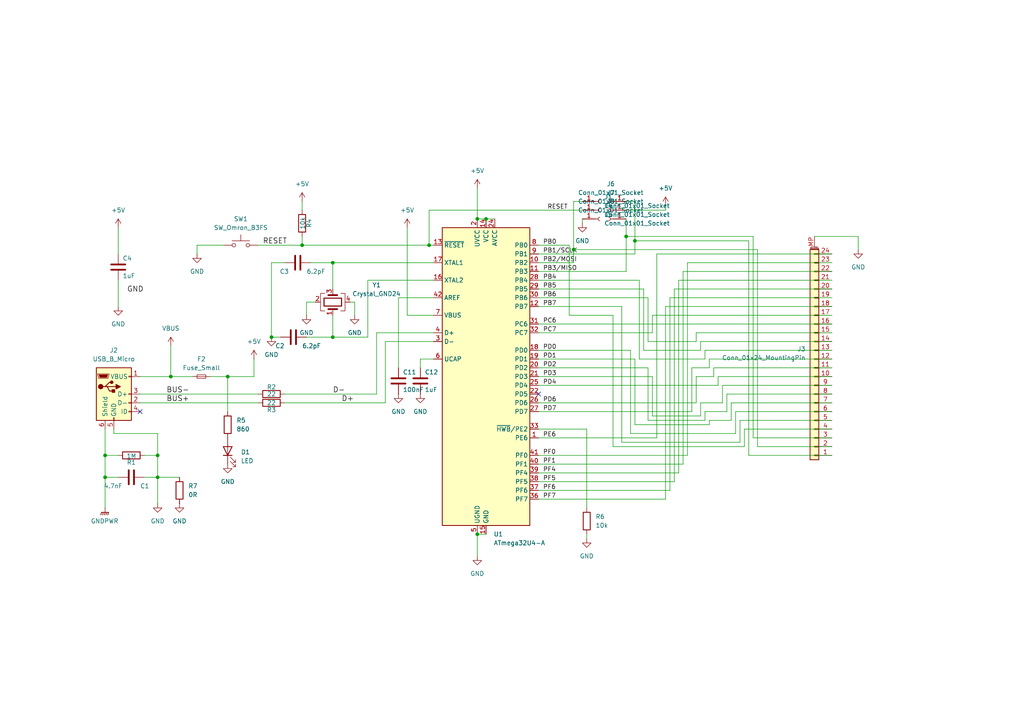
<source format=kicad_sch>
(kicad_sch
	(version 20250114)
	(generator "eeschema")
	(generator_version "9.0")
	(uuid "ac97ef51-c6e2-48bc-94e4-d60b42eeab7d")
	(paper "A4")
	(lib_symbols
		(symbol "+5V_1"
			(power)
			(pin_numbers
				(hide yes)
			)
			(pin_names
				(offset 0)
				(hide yes)
			)
			(exclude_from_sim no)
			(in_bom yes)
			(on_board yes)
			(property "Reference" "#PWR"
				(at 0 -3.81 0)
				(effects
					(font
						(size 1.27 1.27)
					)
					(hide yes)
				)
			)
			(property "Value" "+5V"
				(at 0 3.556 0)
				(effects
					(font
						(size 1.27 1.27)
					)
				)
			)
			(property "Footprint" ""
				(at 0 0 0)
				(effects
					(font
						(size 1.27 1.27)
					)
					(hide yes)
				)
			)
			(property "Datasheet" ""
				(at 0 0 0)
				(effects
					(font
						(size 1.27 1.27)
					)
					(hide yes)
				)
			)
			(property "Description" "Power symbol creates a global label with name \"+5V\""
				(at 0 0 0)
				(effects
					(font
						(size 1.27 1.27)
					)
					(hide yes)
				)
			)
			(property "ki_keywords" "global power"
				(at 0 0 0)
				(effects
					(font
						(size 1.27 1.27)
					)
					(hide yes)
				)
			)
			(symbol "+5V_1_0_1"
				(polyline
					(pts
						(xy -0.762 1.27) (xy 0 2.54)
					)
					(stroke
						(width 0)
						(type default)
					)
					(fill
						(type none)
					)
				)
				(polyline
					(pts
						(xy 0 2.54) (xy 0.762 1.27)
					)
					(stroke
						(width 0)
						(type default)
					)
					(fill
						(type none)
					)
				)
				(polyline
					(pts
						(xy 0 0) (xy 0 2.54)
					)
					(stroke
						(width 0)
						(type default)
					)
					(fill
						(type none)
					)
				)
			)
			(symbol "+5V_1_1_1"
				(pin power_in line
					(at 0 0 90)
					(length 0)
					(name "~"
						(effects
							(font
								(size 1.27 1.27)
							)
						)
					)
					(number "1"
						(effects
							(font
								(size 1.27 1.27)
							)
						)
					)
				)
			)
			(embedded_fonts no)
		)
		(symbol "+5V_2"
			(power)
			(pin_numbers
				(hide yes)
			)
			(pin_names
				(offset 0)
				(hide yes)
			)
			(exclude_from_sim no)
			(in_bom yes)
			(on_board yes)
			(property "Reference" "#PWR"
				(at 0 -3.81 0)
				(effects
					(font
						(size 1.27 1.27)
					)
					(hide yes)
				)
			)
			(property "Value" "+5V"
				(at 0 3.556 0)
				(effects
					(font
						(size 1.27 1.27)
					)
				)
			)
			(property "Footprint" ""
				(at 0 0 0)
				(effects
					(font
						(size 1.27 1.27)
					)
					(hide yes)
				)
			)
			(property "Datasheet" ""
				(at 0 0 0)
				(effects
					(font
						(size 1.27 1.27)
					)
					(hide yes)
				)
			)
			(property "Description" "Power symbol creates a global label with name \"+5V\""
				(at 0 0 0)
				(effects
					(font
						(size 1.27 1.27)
					)
					(hide yes)
				)
			)
			(property "ki_keywords" "global power"
				(at 0 0 0)
				(effects
					(font
						(size 1.27 1.27)
					)
					(hide yes)
				)
			)
			(symbol "+5V_2_0_1"
				(polyline
					(pts
						(xy -0.762 1.27) (xy 0 2.54)
					)
					(stroke
						(width 0)
						(type default)
					)
					(fill
						(type none)
					)
				)
				(polyline
					(pts
						(xy 0 2.54) (xy 0.762 1.27)
					)
					(stroke
						(width 0)
						(type default)
					)
					(fill
						(type none)
					)
				)
				(polyline
					(pts
						(xy 0 0) (xy 0 2.54)
					)
					(stroke
						(width 0)
						(type default)
					)
					(fill
						(type none)
					)
				)
			)
			(symbol "+5V_2_1_1"
				(pin power_in line
					(at 0 0 90)
					(length 0)
					(name "~"
						(effects
							(font
								(size 1.27 1.27)
							)
						)
					)
					(number "1"
						(effects
							(font
								(size 1.27 1.27)
							)
						)
					)
				)
			)
			(embedded_fonts no)
		)
		(symbol "+5V_3"
			(power)
			(pin_numbers
				(hide yes)
			)
			(pin_names
				(offset 0)
				(hide yes)
			)
			(exclude_from_sim no)
			(in_bom yes)
			(on_board yes)
			(property "Reference" "#PWR"
				(at 0 -3.81 0)
				(effects
					(font
						(size 1.27 1.27)
					)
					(hide yes)
				)
			)
			(property "Value" "+5V"
				(at 0 3.556 0)
				(effects
					(font
						(size 1.27 1.27)
					)
				)
			)
			(property "Footprint" ""
				(at 0 0 0)
				(effects
					(font
						(size 1.27 1.27)
					)
					(hide yes)
				)
			)
			(property "Datasheet" ""
				(at 0 0 0)
				(effects
					(font
						(size 1.27 1.27)
					)
					(hide yes)
				)
			)
			(property "Description" "Power symbol creates a global label with name \"+5V\""
				(at 0 0 0)
				(effects
					(font
						(size 1.27 1.27)
					)
					(hide yes)
				)
			)
			(property "ki_keywords" "global power"
				(at 0 0 0)
				(effects
					(font
						(size 1.27 1.27)
					)
					(hide yes)
				)
			)
			(symbol "+5V_3_0_1"
				(polyline
					(pts
						(xy -0.762 1.27) (xy 0 2.54)
					)
					(stroke
						(width 0)
						(type default)
					)
					(fill
						(type none)
					)
				)
				(polyline
					(pts
						(xy 0 2.54) (xy 0.762 1.27)
					)
					(stroke
						(width 0)
						(type default)
					)
					(fill
						(type none)
					)
				)
				(polyline
					(pts
						(xy 0 0) (xy 0 2.54)
					)
					(stroke
						(width 0)
						(type default)
					)
					(fill
						(type none)
					)
				)
			)
			(symbol "+5V_3_1_1"
				(pin power_in line
					(at 0 0 90)
					(length 0)
					(name "~"
						(effects
							(font
								(size 1.27 1.27)
							)
						)
					)
					(number "1"
						(effects
							(font
								(size 1.27 1.27)
							)
						)
					)
				)
			)
			(embedded_fonts no)
		)
		(symbol "Connector:Conn_01x01_Socket"
			(pin_names
				(offset 1.016)
				(hide yes)
			)
			(exclude_from_sim no)
			(in_bom yes)
			(on_board yes)
			(property "Reference" "J"
				(at 0 2.54 0)
				(effects
					(font
						(size 1.27 1.27)
					)
				)
			)
			(property "Value" "Conn_01x01_Socket"
				(at 0 -2.54 0)
				(effects
					(font
						(size 1.27 1.27)
					)
				)
			)
			(property "Footprint" ""
				(at 0 0 0)
				(effects
					(font
						(size 1.27 1.27)
					)
					(hide yes)
				)
			)
			(property "Datasheet" "~"
				(at 0 0 0)
				(effects
					(font
						(size 1.27 1.27)
					)
					(hide yes)
				)
			)
			(property "Description" "Generic connector, single row, 01x01, script generated"
				(at 0 0 0)
				(effects
					(font
						(size 1.27 1.27)
					)
					(hide yes)
				)
			)
			(property "ki_locked" ""
				(at 0 0 0)
				(effects
					(font
						(size 1.27 1.27)
					)
				)
			)
			(property "ki_keywords" "connector"
				(at 0 0 0)
				(effects
					(font
						(size 1.27 1.27)
					)
					(hide yes)
				)
			)
			(property "ki_fp_filters" "Connector*:*_1x??_*"
				(at 0 0 0)
				(effects
					(font
						(size 1.27 1.27)
					)
					(hide yes)
				)
			)
			(symbol "Conn_01x01_Socket_1_1"
				(polyline
					(pts
						(xy -1.27 0) (xy -0.508 0)
					)
					(stroke
						(width 0.1524)
						(type default)
					)
					(fill
						(type none)
					)
				)
				(arc
					(start 0 -0.508)
					(mid -0.5058 0)
					(end 0 0.508)
					(stroke
						(width 0.1524)
						(type default)
					)
					(fill
						(type none)
					)
				)
				(pin passive line
					(at -5.08 0 0)
					(length 3.81)
					(name "Pin_1"
						(effects
							(font
								(size 1.27 1.27)
							)
						)
					)
					(number "1"
						(effects
							(font
								(size 1.27 1.27)
							)
						)
					)
				)
			)
			(embedded_fonts no)
		)
		(symbol "Connector:USB_B_Micro"
			(pin_names
				(offset 1.016)
			)
			(exclude_from_sim no)
			(in_bom yes)
			(on_board yes)
			(property "Reference" "J"
				(at -5.08 11.43 0)
				(effects
					(font
						(size 1.27 1.27)
					)
					(justify left)
				)
			)
			(property "Value" "USB_B_Micro"
				(at -5.08 8.89 0)
				(effects
					(font
						(size 1.27 1.27)
					)
					(justify left)
				)
			)
			(property "Footprint" ""
				(at 3.81 -1.27 0)
				(effects
					(font
						(size 1.27 1.27)
					)
					(hide yes)
				)
			)
			(property "Datasheet" "~"
				(at 3.81 -1.27 0)
				(effects
					(font
						(size 1.27 1.27)
					)
					(hide yes)
				)
			)
			(property "Description" "USB Micro Type B connector"
				(at 0 0 0)
				(effects
					(font
						(size 1.27 1.27)
					)
					(hide yes)
				)
			)
			(property "ki_keywords" "connector USB micro"
				(at 0 0 0)
				(effects
					(font
						(size 1.27 1.27)
					)
					(hide yes)
				)
			)
			(property "ki_fp_filters" "USB*"
				(at 0 0 0)
				(effects
					(font
						(size 1.27 1.27)
					)
					(hide yes)
				)
			)
			(symbol "USB_B_Micro_0_1"
				(rectangle
					(start -5.08 -7.62)
					(end 5.08 7.62)
					(stroke
						(width 0.254)
						(type default)
					)
					(fill
						(type background)
					)
				)
				(polyline
					(pts
						(xy -4.699 5.842) (xy -4.699 5.588) (xy -4.445 4.826) (xy -4.445 4.572) (xy -1.651 4.572) (xy -1.651 4.826)
						(xy -1.397 5.588) (xy -1.397 5.842) (xy -4.699 5.842)
					)
					(stroke
						(width 0)
						(type default)
					)
					(fill
						(type none)
					)
				)
				(polyline
					(pts
						(xy -4.318 5.588) (xy -1.778 5.588) (xy -2.032 4.826) (xy -4.064 4.826) (xy -4.318 5.588)
					)
					(stroke
						(width 0)
						(type default)
					)
					(fill
						(type outline)
					)
				)
				(circle
					(center -3.81 2.159)
					(radius 0.635)
					(stroke
						(width 0.254)
						(type default)
					)
					(fill
						(type outline)
					)
				)
				(polyline
					(pts
						(xy -3.175 2.159) (xy -2.54 2.159) (xy -1.27 3.429) (xy -0.635 3.429)
					)
					(stroke
						(width 0.254)
						(type default)
					)
					(fill
						(type none)
					)
				)
				(polyline
					(pts
						(xy -2.54 2.159) (xy -1.905 2.159) (xy -1.27 0.889) (xy 0 0.889)
					)
					(stroke
						(width 0.254)
						(type default)
					)
					(fill
						(type none)
					)
				)
				(polyline
					(pts
						(xy -1.905 2.159) (xy 0.635 2.159)
					)
					(stroke
						(width 0.254)
						(type default)
					)
					(fill
						(type none)
					)
				)
				(circle
					(center -0.635 3.429)
					(radius 0.381)
					(stroke
						(width 0.254)
						(type default)
					)
					(fill
						(type outline)
					)
				)
				(rectangle
					(start -0.127 -7.62)
					(end 0.127 -6.858)
					(stroke
						(width 0)
						(type default)
					)
					(fill
						(type none)
					)
				)
				(rectangle
					(start 0.254 1.27)
					(end -0.508 0.508)
					(stroke
						(width 0.254)
						(type default)
					)
					(fill
						(type outline)
					)
				)
				(polyline
					(pts
						(xy 0.635 2.794) (xy 0.635 1.524) (xy 1.905 2.159) (xy 0.635 2.794)
					)
					(stroke
						(width 0.254)
						(type default)
					)
					(fill
						(type outline)
					)
				)
				(rectangle
					(start 5.08 4.953)
					(end 4.318 5.207)
					(stroke
						(width 0)
						(type default)
					)
					(fill
						(type none)
					)
				)
				(rectangle
					(start 5.08 -0.127)
					(end 4.318 0.127)
					(stroke
						(width 0)
						(type default)
					)
					(fill
						(type none)
					)
				)
				(rectangle
					(start 5.08 -2.667)
					(end 4.318 -2.413)
					(stroke
						(width 0)
						(type default)
					)
					(fill
						(type none)
					)
				)
				(rectangle
					(start 5.08 -5.207)
					(end 4.318 -4.953)
					(stroke
						(width 0)
						(type default)
					)
					(fill
						(type none)
					)
				)
			)
			(symbol "USB_B_Micro_1_1"
				(pin passive line
					(at -2.54 -10.16 90)
					(length 2.54)
					(name "Shield"
						(effects
							(font
								(size 1.27 1.27)
							)
						)
					)
					(number "6"
						(effects
							(font
								(size 1.27 1.27)
							)
						)
					)
				)
				(pin power_out line
					(at 0 -10.16 90)
					(length 2.54)
					(name "GND"
						(effects
							(font
								(size 1.27 1.27)
							)
						)
					)
					(number "5"
						(effects
							(font
								(size 1.27 1.27)
							)
						)
					)
				)
				(pin power_out line
					(at 7.62 5.08 180)
					(length 2.54)
					(name "VBUS"
						(effects
							(font
								(size 1.27 1.27)
							)
						)
					)
					(number "1"
						(effects
							(font
								(size 1.27 1.27)
							)
						)
					)
				)
				(pin bidirectional line
					(at 7.62 0 180)
					(length 2.54)
					(name "D+"
						(effects
							(font
								(size 1.27 1.27)
							)
						)
					)
					(number "3"
						(effects
							(font
								(size 1.27 1.27)
							)
						)
					)
				)
				(pin bidirectional line
					(at 7.62 -2.54 180)
					(length 2.54)
					(name "D-"
						(effects
							(font
								(size 1.27 1.27)
							)
						)
					)
					(number "2"
						(effects
							(font
								(size 1.27 1.27)
							)
						)
					)
				)
				(pin passive line
					(at 7.62 -5.08 180)
					(length 2.54)
					(name "ID"
						(effects
							(font
								(size 1.27 1.27)
							)
						)
					)
					(number "4"
						(effects
							(font
								(size 1.27 1.27)
							)
						)
					)
				)
			)
			(embedded_fonts no)
		)
		(symbol "Connector_Generic_MountingPin:Conn_01x24_MountingPin"
			(pin_names
				(offset 1.016)
				(hide yes)
			)
			(exclude_from_sim no)
			(in_bom yes)
			(on_board yes)
			(property "Reference" "J"
				(at 0 30.48 0)
				(effects
					(font
						(size 1.27 1.27)
					)
				)
			)
			(property "Value" "Conn_01x24_MountingPin"
				(at 1.27 -33.02 0)
				(effects
					(font
						(size 1.27 1.27)
					)
					(justify left)
				)
			)
			(property "Footprint" ""
				(at 0 0 0)
				(effects
					(font
						(size 1.27 1.27)
					)
					(hide yes)
				)
			)
			(property "Datasheet" "~"
				(at 0 0 0)
				(effects
					(font
						(size 1.27 1.27)
					)
					(hide yes)
				)
			)
			(property "Description" "Generic connectable mounting pin connector, single row, 01x24, script generated (kicad-library-utils/schlib/autogen/connector/)"
				(at 0 0 0)
				(effects
					(font
						(size 1.27 1.27)
					)
					(hide yes)
				)
			)
			(property "ki_keywords" "connector"
				(at 0 0 0)
				(effects
					(font
						(size 1.27 1.27)
					)
					(hide yes)
				)
			)
			(property "ki_fp_filters" "Connector*:*_1x??-1MP*"
				(at 0 0 0)
				(effects
					(font
						(size 1.27 1.27)
					)
					(hide yes)
				)
			)
			(symbol "Conn_01x24_MountingPin_1_1"
				(rectangle
					(start -1.27 29.21)
					(end 1.27 -31.75)
					(stroke
						(width 0.254)
						(type default)
					)
					(fill
						(type background)
					)
				)
				(rectangle
					(start -1.27 28.067)
					(end 0 27.813)
					(stroke
						(width 0.1524)
						(type default)
					)
					(fill
						(type none)
					)
				)
				(rectangle
					(start -1.27 25.527)
					(end 0 25.273)
					(stroke
						(width 0.1524)
						(type default)
					)
					(fill
						(type none)
					)
				)
				(rectangle
					(start -1.27 22.987)
					(end 0 22.733)
					(stroke
						(width 0.1524)
						(type default)
					)
					(fill
						(type none)
					)
				)
				(rectangle
					(start -1.27 20.447)
					(end 0 20.193)
					(stroke
						(width 0.1524)
						(type default)
					)
					(fill
						(type none)
					)
				)
				(rectangle
					(start -1.27 17.907)
					(end 0 17.653)
					(stroke
						(width 0.1524)
						(type default)
					)
					(fill
						(type none)
					)
				)
				(rectangle
					(start -1.27 15.367)
					(end 0 15.113)
					(stroke
						(width 0.1524)
						(type default)
					)
					(fill
						(type none)
					)
				)
				(rectangle
					(start -1.27 12.827)
					(end 0 12.573)
					(stroke
						(width 0.1524)
						(type default)
					)
					(fill
						(type none)
					)
				)
				(rectangle
					(start -1.27 10.287)
					(end 0 10.033)
					(stroke
						(width 0.1524)
						(type default)
					)
					(fill
						(type none)
					)
				)
				(rectangle
					(start -1.27 7.747)
					(end 0 7.493)
					(stroke
						(width 0.1524)
						(type default)
					)
					(fill
						(type none)
					)
				)
				(rectangle
					(start -1.27 5.207)
					(end 0 4.953)
					(stroke
						(width 0.1524)
						(type default)
					)
					(fill
						(type none)
					)
				)
				(rectangle
					(start -1.27 2.667)
					(end 0 2.413)
					(stroke
						(width 0.1524)
						(type default)
					)
					(fill
						(type none)
					)
				)
				(rectangle
					(start -1.27 0.127)
					(end 0 -0.127)
					(stroke
						(width 0.1524)
						(type default)
					)
					(fill
						(type none)
					)
				)
				(rectangle
					(start -1.27 -2.413)
					(end 0 -2.667)
					(stroke
						(width 0.1524)
						(type default)
					)
					(fill
						(type none)
					)
				)
				(rectangle
					(start -1.27 -4.953)
					(end 0 -5.207)
					(stroke
						(width 0.1524)
						(type default)
					)
					(fill
						(type none)
					)
				)
				(rectangle
					(start -1.27 -7.493)
					(end 0 -7.747)
					(stroke
						(width 0.1524)
						(type default)
					)
					(fill
						(type none)
					)
				)
				(rectangle
					(start -1.27 -10.033)
					(end 0 -10.287)
					(stroke
						(width 0.1524)
						(type default)
					)
					(fill
						(type none)
					)
				)
				(rectangle
					(start -1.27 -12.573)
					(end 0 -12.827)
					(stroke
						(width 0.1524)
						(type default)
					)
					(fill
						(type none)
					)
				)
				(rectangle
					(start -1.27 -15.113)
					(end 0 -15.367)
					(stroke
						(width 0.1524)
						(type default)
					)
					(fill
						(type none)
					)
				)
				(rectangle
					(start -1.27 -17.653)
					(end 0 -17.907)
					(stroke
						(width 0.1524)
						(type default)
					)
					(fill
						(type none)
					)
				)
				(rectangle
					(start -1.27 -20.193)
					(end 0 -20.447)
					(stroke
						(width 0.1524)
						(type default)
					)
					(fill
						(type none)
					)
				)
				(rectangle
					(start -1.27 -22.733)
					(end 0 -22.987)
					(stroke
						(width 0.1524)
						(type default)
					)
					(fill
						(type none)
					)
				)
				(rectangle
					(start -1.27 -25.273)
					(end 0 -25.527)
					(stroke
						(width 0.1524)
						(type default)
					)
					(fill
						(type none)
					)
				)
				(rectangle
					(start -1.27 -27.813)
					(end 0 -28.067)
					(stroke
						(width 0.1524)
						(type default)
					)
					(fill
						(type none)
					)
				)
				(rectangle
					(start -1.27 -30.353)
					(end 0 -30.607)
					(stroke
						(width 0.1524)
						(type default)
					)
					(fill
						(type none)
					)
				)
				(polyline
					(pts
						(xy -1.016 -32.512) (xy 1.016 -32.512)
					)
					(stroke
						(width 0.1524)
						(type default)
					)
					(fill
						(type none)
					)
				)
				(text "Mounting"
					(at 0 -32.131 0)
					(effects
						(font
							(size 0.381 0.381)
						)
					)
				)
				(pin passive line
					(at -5.08 27.94 0)
					(length 3.81)
					(name "Pin_1"
						(effects
							(font
								(size 1.27 1.27)
							)
						)
					)
					(number "1"
						(effects
							(font
								(size 1.27 1.27)
							)
						)
					)
				)
				(pin passive line
					(at -5.08 25.4 0)
					(length 3.81)
					(name "Pin_2"
						(effects
							(font
								(size 1.27 1.27)
							)
						)
					)
					(number "2"
						(effects
							(font
								(size 1.27 1.27)
							)
						)
					)
				)
				(pin passive line
					(at -5.08 22.86 0)
					(length 3.81)
					(name "Pin_3"
						(effects
							(font
								(size 1.27 1.27)
							)
						)
					)
					(number "3"
						(effects
							(font
								(size 1.27 1.27)
							)
						)
					)
				)
				(pin passive line
					(at -5.08 20.32 0)
					(length 3.81)
					(name "Pin_4"
						(effects
							(font
								(size 1.27 1.27)
							)
						)
					)
					(number "4"
						(effects
							(font
								(size 1.27 1.27)
							)
						)
					)
				)
				(pin passive line
					(at -5.08 17.78 0)
					(length 3.81)
					(name "Pin_5"
						(effects
							(font
								(size 1.27 1.27)
							)
						)
					)
					(number "5"
						(effects
							(font
								(size 1.27 1.27)
							)
						)
					)
				)
				(pin passive line
					(at -5.08 15.24 0)
					(length 3.81)
					(name "Pin_6"
						(effects
							(font
								(size 1.27 1.27)
							)
						)
					)
					(number "6"
						(effects
							(font
								(size 1.27 1.27)
							)
						)
					)
				)
				(pin passive line
					(at -5.08 12.7 0)
					(length 3.81)
					(name "Pin_7"
						(effects
							(font
								(size 1.27 1.27)
							)
						)
					)
					(number "7"
						(effects
							(font
								(size 1.27 1.27)
							)
						)
					)
				)
				(pin passive line
					(at -5.08 10.16 0)
					(length 3.81)
					(name "Pin_8"
						(effects
							(font
								(size 1.27 1.27)
							)
						)
					)
					(number "8"
						(effects
							(font
								(size 1.27 1.27)
							)
						)
					)
				)
				(pin passive line
					(at -5.08 7.62 0)
					(length 3.81)
					(name "Pin_9"
						(effects
							(font
								(size 1.27 1.27)
							)
						)
					)
					(number "9"
						(effects
							(font
								(size 1.27 1.27)
							)
						)
					)
				)
				(pin passive line
					(at -5.08 5.08 0)
					(length 3.81)
					(name "Pin_10"
						(effects
							(font
								(size 1.27 1.27)
							)
						)
					)
					(number "10"
						(effects
							(font
								(size 1.27 1.27)
							)
						)
					)
				)
				(pin passive line
					(at -5.08 2.54 0)
					(length 3.81)
					(name "Pin_11"
						(effects
							(font
								(size 1.27 1.27)
							)
						)
					)
					(number "11"
						(effects
							(font
								(size 1.27 1.27)
							)
						)
					)
				)
				(pin passive line
					(at -5.08 0 0)
					(length 3.81)
					(name "Pin_12"
						(effects
							(font
								(size 1.27 1.27)
							)
						)
					)
					(number "12"
						(effects
							(font
								(size 1.27 1.27)
							)
						)
					)
				)
				(pin passive line
					(at -5.08 -2.54 0)
					(length 3.81)
					(name "Pin_13"
						(effects
							(font
								(size 1.27 1.27)
							)
						)
					)
					(number "13"
						(effects
							(font
								(size 1.27 1.27)
							)
						)
					)
				)
				(pin passive line
					(at -5.08 -5.08 0)
					(length 3.81)
					(name "Pin_14"
						(effects
							(font
								(size 1.27 1.27)
							)
						)
					)
					(number "14"
						(effects
							(font
								(size 1.27 1.27)
							)
						)
					)
				)
				(pin passive line
					(at -5.08 -7.62 0)
					(length 3.81)
					(name "Pin_15"
						(effects
							(font
								(size 1.27 1.27)
							)
						)
					)
					(number "15"
						(effects
							(font
								(size 1.27 1.27)
							)
						)
					)
				)
				(pin passive line
					(at -5.08 -10.16 0)
					(length 3.81)
					(name "Pin_16"
						(effects
							(font
								(size 1.27 1.27)
							)
						)
					)
					(number "16"
						(effects
							(font
								(size 1.27 1.27)
							)
						)
					)
				)
				(pin passive line
					(at -5.08 -12.7 0)
					(length 3.81)
					(name "Pin_17"
						(effects
							(font
								(size 1.27 1.27)
							)
						)
					)
					(number "17"
						(effects
							(font
								(size 1.27 1.27)
							)
						)
					)
				)
				(pin passive line
					(at -5.08 -15.24 0)
					(length 3.81)
					(name "Pin_18"
						(effects
							(font
								(size 1.27 1.27)
							)
						)
					)
					(number "18"
						(effects
							(font
								(size 1.27 1.27)
							)
						)
					)
				)
				(pin passive line
					(at -5.08 -17.78 0)
					(length 3.81)
					(name "Pin_19"
						(effects
							(font
								(size 1.27 1.27)
							)
						)
					)
					(number "19"
						(effects
							(font
								(size 1.27 1.27)
							)
						)
					)
				)
				(pin passive line
					(at -5.08 -20.32 0)
					(length 3.81)
					(name "Pin_20"
						(effects
							(font
								(size 1.27 1.27)
							)
						)
					)
					(number "20"
						(effects
							(font
								(size 1.27 1.27)
							)
						)
					)
				)
				(pin passive line
					(at -5.08 -22.86 0)
					(length 3.81)
					(name "Pin_21"
						(effects
							(font
								(size 1.27 1.27)
							)
						)
					)
					(number "21"
						(effects
							(font
								(size 1.27 1.27)
							)
						)
					)
				)
				(pin passive line
					(at -5.08 -25.4 0)
					(length 3.81)
					(name "Pin_22"
						(effects
							(font
								(size 1.27 1.27)
							)
						)
					)
					(number "22"
						(effects
							(font
								(size 1.27 1.27)
							)
						)
					)
				)
				(pin passive line
					(at -5.08 -27.94 0)
					(length 3.81)
					(name "Pin_23"
						(effects
							(font
								(size 1.27 1.27)
							)
						)
					)
					(number "23"
						(effects
							(font
								(size 1.27 1.27)
							)
						)
					)
				)
				(pin passive line
					(at -5.08 -30.48 0)
					(length 3.81)
					(name "Pin_24"
						(effects
							(font
								(size 1.27 1.27)
							)
						)
					)
					(number "24"
						(effects
							(font
								(size 1.27 1.27)
							)
						)
					)
				)
				(pin passive line
					(at 0 -35.56 90)
					(length 3.048)
					(name "MountPin"
						(effects
							(font
								(size 1.27 1.27)
							)
						)
					)
					(number "MP"
						(effects
							(font
								(size 1.27 1.27)
							)
						)
					)
				)
			)
			(embedded_fonts no)
		)
		(symbol "Device:C"
			(pin_numbers
				(hide yes)
			)
			(pin_names
				(offset 0.254)
			)
			(exclude_from_sim no)
			(in_bom yes)
			(on_board yes)
			(property "Reference" "C"
				(at 0.635 2.54 0)
				(effects
					(font
						(size 1.27 1.27)
					)
					(justify left)
				)
			)
			(property "Value" "C"
				(at 0.635 -2.54 0)
				(effects
					(font
						(size 1.27 1.27)
					)
					(justify left)
				)
			)
			(property "Footprint" ""
				(at 0.9652 -3.81 0)
				(effects
					(font
						(size 1.27 1.27)
					)
					(hide yes)
				)
			)
			(property "Datasheet" "~"
				(at 0 0 0)
				(effects
					(font
						(size 1.27 1.27)
					)
					(hide yes)
				)
			)
			(property "Description" "Unpolarized capacitor"
				(at 0 0 0)
				(effects
					(font
						(size 1.27 1.27)
					)
					(hide yes)
				)
			)
			(property "ki_keywords" "cap capacitor"
				(at 0 0 0)
				(effects
					(font
						(size 1.27 1.27)
					)
					(hide yes)
				)
			)
			(property "ki_fp_filters" "C_*"
				(at 0 0 0)
				(effects
					(font
						(size 1.27 1.27)
					)
					(hide yes)
				)
			)
			(symbol "C_0_1"
				(polyline
					(pts
						(xy -2.032 0.762) (xy 2.032 0.762)
					)
					(stroke
						(width 0.508)
						(type default)
					)
					(fill
						(type none)
					)
				)
				(polyline
					(pts
						(xy -2.032 -0.762) (xy 2.032 -0.762)
					)
					(stroke
						(width 0.508)
						(type default)
					)
					(fill
						(type none)
					)
				)
			)
			(symbol "C_1_1"
				(pin passive line
					(at 0 3.81 270)
					(length 2.794)
					(name "~"
						(effects
							(font
								(size 1.27 1.27)
							)
						)
					)
					(number "1"
						(effects
							(font
								(size 1.27 1.27)
							)
						)
					)
				)
				(pin passive line
					(at 0 -3.81 90)
					(length 2.794)
					(name "~"
						(effects
							(font
								(size 1.27 1.27)
							)
						)
					)
					(number "2"
						(effects
							(font
								(size 1.27 1.27)
							)
						)
					)
				)
			)
			(embedded_fonts no)
		)
		(symbol "Device:Crystal_GND24"
			(pin_names
				(offset 1.016)
				(hide yes)
			)
			(exclude_from_sim no)
			(in_bom yes)
			(on_board yes)
			(property "Reference" "Y"
				(at 3.175 5.08 0)
				(effects
					(font
						(size 1.27 1.27)
					)
					(justify left)
				)
			)
			(property "Value" "Crystal_GND24"
				(at 3.175 3.175 0)
				(effects
					(font
						(size 1.27 1.27)
					)
					(justify left)
				)
			)
			(property "Footprint" ""
				(at 0 0 0)
				(effects
					(font
						(size 1.27 1.27)
					)
					(hide yes)
				)
			)
			(property "Datasheet" "~"
				(at 0 0 0)
				(effects
					(font
						(size 1.27 1.27)
					)
					(hide yes)
				)
			)
			(property "Description" "Four pin crystal, GND on pins 2 and 4"
				(at 0 0 0)
				(effects
					(font
						(size 1.27 1.27)
					)
					(hide yes)
				)
			)
			(property "ki_keywords" "quartz ceramic resonator oscillator"
				(at 0 0 0)
				(effects
					(font
						(size 1.27 1.27)
					)
					(hide yes)
				)
			)
			(property "ki_fp_filters" "Crystal*"
				(at 0 0 0)
				(effects
					(font
						(size 1.27 1.27)
					)
					(hide yes)
				)
			)
			(symbol "Crystal_GND24_0_1"
				(polyline
					(pts
						(xy -2.54 2.286) (xy -2.54 3.556) (xy 2.54 3.556) (xy 2.54 2.286)
					)
					(stroke
						(width 0)
						(type default)
					)
					(fill
						(type none)
					)
				)
				(polyline
					(pts
						(xy -2.54 0) (xy -2.032 0)
					)
					(stroke
						(width 0)
						(type default)
					)
					(fill
						(type none)
					)
				)
				(polyline
					(pts
						(xy -2.54 -2.286) (xy -2.54 -3.556) (xy 2.54 -3.556) (xy 2.54 -2.286)
					)
					(stroke
						(width 0)
						(type default)
					)
					(fill
						(type none)
					)
				)
				(polyline
					(pts
						(xy -2.032 -1.27) (xy -2.032 1.27)
					)
					(stroke
						(width 0.508)
						(type default)
					)
					(fill
						(type none)
					)
				)
				(rectangle
					(start -1.143 2.54)
					(end 1.143 -2.54)
					(stroke
						(width 0.3048)
						(type default)
					)
					(fill
						(type none)
					)
				)
				(polyline
					(pts
						(xy 0 3.556) (xy 0 3.81)
					)
					(stroke
						(width 0)
						(type default)
					)
					(fill
						(type none)
					)
				)
				(polyline
					(pts
						(xy 0 -3.81) (xy 0 -3.556)
					)
					(stroke
						(width 0)
						(type default)
					)
					(fill
						(type none)
					)
				)
				(polyline
					(pts
						(xy 2.032 0) (xy 2.54 0)
					)
					(stroke
						(width 0)
						(type default)
					)
					(fill
						(type none)
					)
				)
				(polyline
					(pts
						(xy 2.032 -1.27) (xy 2.032 1.27)
					)
					(stroke
						(width 0.508)
						(type default)
					)
					(fill
						(type none)
					)
				)
			)
			(symbol "Crystal_GND24_1_1"
				(pin passive line
					(at -3.81 0 0)
					(length 1.27)
					(name "1"
						(effects
							(font
								(size 1.27 1.27)
							)
						)
					)
					(number "1"
						(effects
							(font
								(size 1.27 1.27)
							)
						)
					)
				)
				(pin passive line
					(at 0 5.08 270)
					(length 1.27)
					(name "2"
						(effects
							(font
								(size 1.27 1.27)
							)
						)
					)
					(number "2"
						(effects
							(font
								(size 1.27 1.27)
							)
						)
					)
				)
				(pin passive line
					(at 0 -5.08 90)
					(length 1.27)
					(name "4"
						(effects
							(font
								(size 1.27 1.27)
							)
						)
					)
					(number "4"
						(effects
							(font
								(size 1.27 1.27)
							)
						)
					)
				)
				(pin passive line
					(at 3.81 0 180)
					(length 1.27)
					(name "3"
						(effects
							(font
								(size 1.27 1.27)
							)
						)
					)
					(number "3"
						(effects
							(font
								(size 1.27 1.27)
							)
						)
					)
				)
			)
			(embedded_fonts no)
		)
		(symbol "Device:Fuse_Small"
			(pin_numbers
				(hide yes)
			)
			(pin_names
				(offset 0.254)
				(hide yes)
			)
			(exclude_from_sim no)
			(in_bom yes)
			(on_board yes)
			(property "Reference" "F"
				(at 0 -1.524 0)
				(effects
					(font
						(size 1.27 1.27)
					)
				)
			)
			(property "Value" "Fuse_Small"
				(at 0 1.524 0)
				(effects
					(font
						(size 1.27 1.27)
					)
				)
			)
			(property "Footprint" ""
				(at 0 0 0)
				(effects
					(font
						(size 1.27 1.27)
					)
					(hide yes)
				)
			)
			(property "Datasheet" "~"
				(at 0 0 0)
				(effects
					(font
						(size 1.27 1.27)
					)
					(hide yes)
				)
			)
			(property "Description" "Fuse, small symbol"
				(at 0 0 0)
				(effects
					(font
						(size 1.27 1.27)
					)
					(hide yes)
				)
			)
			(property "ki_keywords" "fuse"
				(at 0 0 0)
				(effects
					(font
						(size 1.27 1.27)
					)
					(hide yes)
				)
			)
			(property "ki_fp_filters" "*Fuse*"
				(at 0 0 0)
				(effects
					(font
						(size 1.27 1.27)
					)
					(hide yes)
				)
			)
			(symbol "Fuse_Small_0_1"
				(rectangle
					(start -1.27 0.508)
					(end 1.27 -0.508)
					(stroke
						(width 0)
						(type default)
					)
					(fill
						(type none)
					)
				)
				(polyline
					(pts
						(xy -1.27 0) (xy 1.27 0)
					)
					(stroke
						(width 0)
						(type default)
					)
					(fill
						(type none)
					)
				)
			)
			(symbol "Fuse_Small_1_1"
				(pin passive line
					(at -2.54 0 0)
					(length 1.27)
					(name "~"
						(effects
							(font
								(size 1.27 1.27)
							)
						)
					)
					(number "1"
						(effects
							(font
								(size 1.27 1.27)
							)
						)
					)
				)
				(pin passive line
					(at 2.54 0 180)
					(length 1.27)
					(name "~"
						(effects
							(font
								(size 1.27 1.27)
							)
						)
					)
					(number "2"
						(effects
							(font
								(size 1.27 1.27)
							)
						)
					)
				)
			)
			(embedded_fonts no)
		)
		(symbol "Device:LED"
			(pin_numbers
				(hide yes)
			)
			(pin_names
				(offset 1.016)
				(hide yes)
			)
			(exclude_from_sim no)
			(in_bom yes)
			(on_board yes)
			(property "Reference" "D"
				(at 0 2.54 0)
				(effects
					(font
						(size 1.27 1.27)
					)
				)
			)
			(property "Value" "LED"
				(at 0 -2.54 0)
				(effects
					(font
						(size 1.27 1.27)
					)
				)
			)
			(property "Footprint" ""
				(at 0 0 0)
				(effects
					(font
						(size 1.27 1.27)
					)
					(hide yes)
				)
			)
			(property "Datasheet" "~"
				(at 0 0 0)
				(effects
					(font
						(size 1.27 1.27)
					)
					(hide yes)
				)
			)
			(property "Description" "Light emitting diode"
				(at 0 0 0)
				(effects
					(font
						(size 1.27 1.27)
					)
					(hide yes)
				)
			)
			(property "ki_keywords" "LED diode"
				(at 0 0 0)
				(effects
					(font
						(size 1.27 1.27)
					)
					(hide yes)
				)
			)
			(property "ki_fp_filters" "LED* LED_SMD:* LED_THT:*"
				(at 0 0 0)
				(effects
					(font
						(size 1.27 1.27)
					)
					(hide yes)
				)
			)
			(symbol "LED_0_1"
				(polyline
					(pts
						(xy -3.048 -0.762) (xy -4.572 -2.286) (xy -3.81 -2.286) (xy -4.572 -2.286) (xy -4.572 -1.524)
					)
					(stroke
						(width 0)
						(type default)
					)
					(fill
						(type none)
					)
				)
				(polyline
					(pts
						(xy -1.778 -0.762) (xy -3.302 -2.286) (xy -2.54 -2.286) (xy -3.302 -2.286) (xy -3.302 -1.524)
					)
					(stroke
						(width 0)
						(type default)
					)
					(fill
						(type none)
					)
				)
				(polyline
					(pts
						(xy -1.27 0) (xy 1.27 0)
					)
					(stroke
						(width 0)
						(type default)
					)
					(fill
						(type none)
					)
				)
				(polyline
					(pts
						(xy -1.27 -1.27) (xy -1.27 1.27)
					)
					(stroke
						(width 0.254)
						(type default)
					)
					(fill
						(type none)
					)
				)
				(polyline
					(pts
						(xy 1.27 -1.27) (xy 1.27 1.27) (xy -1.27 0) (xy 1.27 -1.27)
					)
					(stroke
						(width 0.254)
						(type default)
					)
					(fill
						(type none)
					)
				)
			)
			(symbol "LED_1_1"
				(pin passive line
					(at -3.81 0 0)
					(length 2.54)
					(name "K"
						(effects
							(font
								(size 1.27 1.27)
							)
						)
					)
					(number "1"
						(effects
							(font
								(size 1.27 1.27)
							)
						)
					)
				)
				(pin passive line
					(at 3.81 0 180)
					(length 2.54)
					(name "A"
						(effects
							(font
								(size 1.27 1.27)
							)
						)
					)
					(number "2"
						(effects
							(font
								(size 1.27 1.27)
							)
						)
					)
				)
			)
			(embedded_fonts no)
		)
		(symbol "Device:R"
			(pin_numbers
				(hide yes)
			)
			(pin_names
				(offset 0)
			)
			(exclude_from_sim no)
			(in_bom yes)
			(on_board yes)
			(property "Reference" "R"
				(at 2.032 0 90)
				(effects
					(font
						(size 1.27 1.27)
					)
				)
			)
			(property "Value" "R"
				(at 0 0 90)
				(effects
					(font
						(size 1.27 1.27)
					)
				)
			)
			(property "Footprint" ""
				(at -1.778 0 90)
				(effects
					(font
						(size 1.27 1.27)
					)
					(hide yes)
				)
			)
			(property "Datasheet" "~"
				(at 0 0 0)
				(effects
					(font
						(size 1.27 1.27)
					)
					(hide yes)
				)
			)
			(property "Description" "Resistor"
				(at 0 0 0)
				(effects
					(font
						(size 1.27 1.27)
					)
					(hide yes)
				)
			)
			(property "ki_keywords" "R res resistor"
				(at 0 0 0)
				(effects
					(font
						(size 1.27 1.27)
					)
					(hide yes)
				)
			)
			(property "ki_fp_filters" "R_*"
				(at 0 0 0)
				(effects
					(font
						(size 1.27 1.27)
					)
					(hide yes)
				)
			)
			(symbol "R_0_1"
				(rectangle
					(start -1.016 -2.54)
					(end 1.016 2.54)
					(stroke
						(width 0.254)
						(type default)
					)
					(fill
						(type none)
					)
				)
			)
			(symbol "R_1_1"
				(pin passive line
					(at 0 3.81 270)
					(length 1.27)
					(name "~"
						(effects
							(font
								(size 1.27 1.27)
							)
						)
					)
					(number "1"
						(effects
							(font
								(size 1.27 1.27)
							)
						)
					)
				)
				(pin passive line
					(at 0 -3.81 90)
					(length 1.27)
					(name "~"
						(effects
							(font
								(size 1.27 1.27)
							)
						)
					)
					(number "2"
						(effects
							(font
								(size 1.27 1.27)
							)
						)
					)
				)
			)
			(embedded_fonts no)
		)
		(symbol "GND_1"
			(power)
			(pin_numbers
				(hide yes)
			)
			(pin_names
				(offset 0)
				(hide yes)
			)
			(exclude_from_sim no)
			(in_bom yes)
			(on_board yes)
			(property "Reference" "#PWR"
				(at 0 -6.35 0)
				(effects
					(font
						(size 1.27 1.27)
					)
					(hide yes)
				)
			)
			(property "Value" "GND"
				(at 0 -3.81 0)
				(effects
					(font
						(size 1.27 1.27)
					)
				)
			)
			(property "Footprint" ""
				(at 0 0 0)
				(effects
					(font
						(size 1.27 1.27)
					)
					(hide yes)
				)
			)
			(property "Datasheet" ""
				(at 0 0 0)
				(effects
					(font
						(size 1.27 1.27)
					)
					(hide yes)
				)
			)
			(property "Description" "Power symbol creates a global label with name \"GND\" , ground"
				(at 0 0 0)
				(effects
					(font
						(size 1.27 1.27)
					)
					(hide yes)
				)
			)
			(property "ki_keywords" "global power"
				(at 0 0 0)
				(effects
					(font
						(size 1.27 1.27)
					)
					(hide yes)
				)
			)
			(symbol "GND_1_0_1"
				(polyline
					(pts
						(xy 0 0) (xy 0 -1.27) (xy 1.27 -1.27) (xy 0 -2.54) (xy -1.27 -1.27) (xy 0 -1.27)
					)
					(stroke
						(width 0)
						(type default)
					)
					(fill
						(type none)
					)
				)
			)
			(symbol "GND_1_1_1"
				(pin power_in line
					(at 0 0 270)
					(length 0)
					(name "~"
						(effects
							(font
								(size 1.27 1.27)
							)
						)
					)
					(number "1"
						(effects
							(font
								(size 1.27 1.27)
							)
						)
					)
				)
			)
			(embedded_fonts no)
		)
		(symbol "GND_2"
			(power)
			(pin_numbers
				(hide yes)
			)
			(pin_names
				(offset 0)
				(hide yes)
			)
			(exclude_from_sim no)
			(in_bom yes)
			(on_board yes)
			(property "Reference" "#PWR"
				(at 0 -6.35 0)
				(effects
					(font
						(size 1.27 1.27)
					)
					(hide yes)
				)
			)
			(property "Value" "GND"
				(at 0 -3.81 0)
				(effects
					(font
						(size 1.27 1.27)
					)
				)
			)
			(property "Footprint" ""
				(at 0 0 0)
				(effects
					(font
						(size 1.27 1.27)
					)
					(hide yes)
				)
			)
			(property "Datasheet" ""
				(at 0 0 0)
				(effects
					(font
						(size 1.27 1.27)
					)
					(hide yes)
				)
			)
			(property "Description" "Power symbol creates a global label with name \"GND\" , ground"
				(at 0 0 0)
				(effects
					(font
						(size 1.27 1.27)
					)
					(hide yes)
				)
			)
			(property "ki_keywords" "global power"
				(at 0 0 0)
				(effects
					(font
						(size 1.27 1.27)
					)
					(hide yes)
				)
			)
			(symbol "GND_2_0_1"
				(polyline
					(pts
						(xy 0 0) (xy 0 -1.27) (xy 1.27 -1.27) (xy 0 -2.54) (xy -1.27 -1.27) (xy 0 -1.27)
					)
					(stroke
						(width 0)
						(type default)
					)
					(fill
						(type none)
					)
				)
			)
			(symbol "GND_2_1_1"
				(pin power_in line
					(at 0 0 270)
					(length 0)
					(name "~"
						(effects
							(font
								(size 1.27 1.27)
							)
						)
					)
					(number "1"
						(effects
							(font
								(size 1.27 1.27)
							)
						)
					)
				)
			)
			(embedded_fonts no)
		)
		(symbol "GND_3"
			(power)
			(pin_numbers
				(hide yes)
			)
			(pin_names
				(offset 0)
				(hide yes)
			)
			(exclude_from_sim no)
			(in_bom yes)
			(on_board yes)
			(property "Reference" "#PWR"
				(at 0 -6.35 0)
				(effects
					(font
						(size 1.27 1.27)
					)
					(hide yes)
				)
			)
			(property "Value" "GND"
				(at 0 -3.81 0)
				(effects
					(font
						(size 1.27 1.27)
					)
				)
			)
			(property "Footprint" ""
				(at 0 0 0)
				(effects
					(font
						(size 1.27 1.27)
					)
					(hide yes)
				)
			)
			(property "Datasheet" ""
				(at 0 0 0)
				(effects
					(font
						(size 1.27 1.27)
					)
					(hide yes)
				)
			)
			(property "Description" "Power symbol creates a global label with name \"GND\" , ground"
				(at 0 0 0)
				(effects
					(font
						(size 1.27 1.27)
					)
					(hide yes)
				)
			)
			(property "ki_keywords" "global power"
				(at 0 0 0)
				(effects
					(font
						(size 1.27 1.27)
					)
					(hide yes)
				)
			)
			(symbol "GND_3_0_1"
				(polyline
					(pts
						(xy 0 0) (xy 0 -1.27) (xy 1.27 -1.27) (xy 0 -2.54) (xy -1.27 -1.27) (xy 0 -1.27)
					)
					(stroke
						(width 0)
						(type default)
					)
					(fill
						(type none)
					)
				)
			)
			(symbol "GND_3_1_1"
				(pin power_in line
					(at 0 0 270)
					(length 0)
					(name "~"
						(effects
							(font
								(size 1.27 1.27)
							)
						)
					)
					(number "1"
						(effects
							(font
								(size 1.27 1.27)
							)
						)
					)
				)
			)
			(embedded_fonts no)
		)
		(symbol "GND_6"
			(power)
			(pin_numbers
				(hide yes)
			)
			(pin_names
				(offset 0)
				(hide yes)
			)
			(exclude_from_sim no)
			(in_bom yes)
			(on_board yes)
			(property "Reference" "#PWR"
				(at 0 -6.35 0)
				(effects
					(font
						(size 1.27 1.27)
					)
					(hide yes)
				)
			)
			(property "Value" "GND"
				(at 0 -3.81 0)
				(effects
					(font
						(size 1.27 1.27)
					)
				)
			)
			(property "Footprint" ""
				(at 0 0 0)
				(effects
					(font
						(size 1.27 1.27)
					)
					(hide yes)
				)
			)
			(property "Datasheet" ""
				(at 0 0 0)
				(effects
					(font
						(size 1.27 1.27)
					)
					(hide yes)
				)
			)
			(property "Description" "Power symbol creates a global label with name \"GND\" , ground"
				(at 0 0 0)
				(effects
					(font
						(size 1.27 1.27)
					)
					(hide yes)
				)
			)
			(property "ki_keywords" "global power"
				(at 0 0 0)
				(effects
					(font
						(size 1.27 1.27)
					)
					(hide yes)
				)
			)
			(symbol "GND_6_0_1"
				(polyline
					(pts
						(xy 0 0) (xy 0 -1.27) (xy 1.27 -1.27) (xy 0 -2.54) (xy -1.27 -1.27) (xy 0 -1.27)
					)
					(stroke
						(width 0)
						(type default)
					)
					(fill
						(type none)
					)
				)
			)
			(symbol "GND_6_1_1"
				(pin power_in line
					(at 0 0 270)
					(length 0)
					(name "~"
						(effects
							(font
								(size 1.27 1.27)
							)
						)
					)
					(number "1"
						(effects
							(font
								(size 1.27 1.27)
							)
						)
					)
				)
			)
			(embedded_fonts no)
		)
		(symbol "GND_7"
			(power)
			(pin_numbers
				(hide yes)
			)
			(pin_names
				(offset 0)
				(hide yes)
			)
			(exclude_from_sim no)
			(in_bom yes)
			(on_board yes)
			(property "Reference" "#PWR"
				(at 0 -6.35 0)
				(effects
					(font
						(size 1.27 1.27)
					)
					(hide yes)
				)
			)
			(property "Value" "GND"
				(at 0 -3.81 0)
				(effects
					(font
						(size 1.27 1.27)
					)
				)
			)
			(property "Footprint" ""
				(at 0 0 0)
				(effects
					(font
						(size 1.27 1.27)
					)
					(hide yes)
				)
			)
			(property "Datasheet" ""
				(at 0 0 0)
				(effects
					(font
						(size 1.27 1.27)
					)
					(hide yes)
				)
			)
			(property "Description" "Power symbol creates a global label with name \"GND\" , ground"
				(at 0 0 0)
				(effects
					(font
						(size 1.27 1.27)
					)
					(hide yes)
				)
			)
			(property "ki_keywords" "global power"
				(at 0 0 0)
				(effects
					(font
						(size 1.27 1.27)
					)
					(hide yes)
				)
			)
			(symbol "GND_7_0_1"
				(polyline
					(pts
						(xy 0 0) (xy 0 -1.27) (xy 1.27 -1.27) (xy 0 -2.54) (xy -1.27 -1.27) (xy 0 -1.27)
					)
					(stroke
						(width 0)
						(type default)
					)
					(fill
						(type none)
					)
				)
			)
			(symbol "GND_7_1_1"
				(pin power_in line
					(at 0 0 270)
					(length 0)
					(name "~"
						(effects
							(font
								(size 1.27 1.27)
							)
						)
					)
					(number "1"
						(effects
							(font
								(size 1.27 1.27)
							)
						)
					)
				)
			)
			(embedded_fonts no)
		)
		(symbol "GND_8"
			(power)
			(pin_numbers
				(hide yes)
			)
			(pin_names
				(offset 0)
				(hide yes)
			)
			(exclude_from_sim no)
			(in_bom yes)
			(on_board yes)
			(property "Reference" "#PWR"
				(at 0 -6.35 0)
				(effects
					(font
						(size 1.27 1.27)
					)
					(hide yes)
				)
			)
			(property "Value" "GND"
				(at 0 -3.81 0)
				(effects
					(font
						(size 1.27 1.27)
					)
				)
			)
			(property "Footprint" ""
				(at 0 0 0)
				(effects
					(font
						(size 1.27 1.27)
					)
					(hide yes)
				)
			)
			(property "Datasheet" ""
				(at 0 0 0)
				(effects
					(font
						(size 1.27 1.27)
					)
					(hide yes)
				)
			)
			(property "Description" "Power symbol creates a global label with name \"GND\" , ground"
				(at 0 0 0)
				(effects
					(font
						(size 1.27 1.27)
					)
					(hide yes)
				)
			)
			(property "ki_keywords" "global power"
				(at 0 0 0)
				(effects
					(font
						(size 1.27 1.27)
					)
					(hide yes)
				)
			)
			(symbol "GND_8_0_1"
				(polyline
					(pts
						(xy 0 0) (xy 0 -1.27) (xy 1.27 -1.27) (xy 0 -2.54) (xy -1.27 -1.27) (xy 0 -1.27)
					)
					(stroke
						(width 0)
						(type default)
					)
					(fill
						(type none)
					)
				)
			)
			(symbol "GND_8_1_1"
				(pin power_in line
					(at 0 0 270)
					(length 0)
					(name "~"
						(effects
							(font
								(size 1.27 1.27)
							)
						)
					)
					(number "1"
						(effects
							(font
								(size 1.27 1.27)
							)
						)
					)
				)
			)
			(embedded_fonts no)
		)
		(symbol "MCU_Microchip_ATmega:ATmega32U4-A"
			(exclude_from_sim no)
			(in_bom yes)
			(on_board yes)
			(property "Reference" "U"
				(at -12.7 44.45 0)
				(effects
					(font
						(size 1.27 1.27)
					)
					(justify left bottom)
				)
			)
			(property "Value" "ATmega32U4-A"
				(at 2.54 -44.45 0)
				(effects
					(font
						(size 1.27 1.27)
					)
					(justify left top)
				)
			)
			(property "Footprint" "Package_QFP:TQFP-44_10x10mm_P0.8mm"
				(at 0 0 0)
				(effects
					(font
						(size 1.27 1.27)
						(italic yes)
					)
					(hide yes)
				)
			)
			(property "Datasheet" "http://ww1.microchip.com/downloads/en/DeviceDoc/Atmel-7766-8-bit-AVR-ATmega16U4-32U4_Datasheet.pdf"
				(at 0 0 0)
				(effects
					(font
						(size 1.27 1.27)
					)
					(hide yes)
				)
			)
			(property "Description" "16MHz, 32kB Flash, 2.5kB SRAM, 1kB EEPROM, USB 2.0, TQFP-44"
				(at 0 0 0)
				(effects
					(font
						(size 1.27 1.27)
					)
					(hide yes)
				)
			)
			(property "ki_keywords" "AVR 8bit Microcontroller MegaAVR USB"
				(at 0 0 0)
				(effects
					(font
						(size 1.27 1.27)
					)
					(hide yes)
				)
			)
			(property "ki_fp_filters" "TQFP*10x10mm*P0.8mm*"
				(at 0 0 0)
				(effects
					(font
						(size 1.27 1.27)
					)
					(hide yes)
				)
			)
			(symbol "ATmega32U4-A_0_1"
				(rectangle
					(start -12.7 -43.18)
					(end 12.7 43.18)
					(stroke
						(width 0.254)
						(type default)
					)
					(fill
						(type background)
					)
				)
			)
			(symbol "ATmega32U4-A_1_1"
				(pin input line
					(at -15.24 38.1 0)
					(length 2.54)
					(name "~{RESET}"
						(effects
							(font
								(size 1.27 1.27)
							)
						)
					)
					(number "13"
						(effects
							(font
								(size 1.27 1.27)
							)
						)
					)
				)
				(pin input line
					(at -15.24 33.02 0)
					(length 2.54)
					(name "XTAL1"
						(effects
							(font
								(size 1.27 1.27)
							)
						)
					)
					(number "17"
						(effects
							(font
								(size 1.27 1.27)
							)
						)
					)
				)
				(pin output line
					(at -15.24 27.94 0)
					(length 2.54)
					(name "XTAL2"
						(effects
							(font
								(size 1.27 1.27)
							)
						)
					)
					(number "16"
						(effects
							(font
								(size 1.27 1.27)
							)
						)
					)
				)
				(pin passive line
					(at -15.24 22.86 0)
					(length 2.54)
					(name "AREF"
						(effects
							(font
								(size 1.27 1.27)
							)
						)
					)
					(number "42"
						(effects
							(font
								(size 1.27 1.27)
							)
						)
					)
				)
				(pin input line
					(at -15.24 17.78 0)
					(length 2.54)
					(name "VBUS"
						(effects
							(font
								(size 1.27 1.27)
							)
						)
					)
					(number "7"
						(effects
							(font
								(size 1.27 1.27)
							)
						)
					)
				)
				(pin bidirectional line
					(at -15.24 12.7 0)
					(length 2.54)
					(name "D+"
						(effects
							(font
								(size 1.27 1.27)
							)
						)
					)
					(number "4"
						(effects
							(font
								(size 1.27 1.27)
							)
						)
					)
				)
				(pin bidirectional line
					(at -15.24 10.16 0)
					(length 2.54)
					(name "D-"
						(effects
							(font
								(size 1.27 1.27)
							)
						)
					)
					(number "3"
						(effects
							(font
								(size 1.27 1.27)
							)
						)
					)
				)
				(pin passive line
					(at -15.24 5.08 0)
					(length 2.54)
					(name "UCAP"
						(effects
							(font
								(size 1.27 1.27)
							)
						)
					)
					(number "6"
						(effects
							(font
								(size 1.27 1.27)
							)
						)
					)
				)
				(pin power_in line
					(at -2.54 45.72 270)
					(length 2.54)
					(name "UVCC"
						(effects
							(font
								(size 1.27 1.27)
							)
						)
					)
					(number "2"
						(effects
							(font
								(size 1.27 1.27)
							)
						)
					)
				)
				(pin passive line
					(at -2.54 -45.72 90)
					(length 2.54)
					(name "UGND"
						(effects
							(font
								(size 1.27 1.27)
							)
						)
					)
					(number "5"
						(effects
							(font
								(size 1.27 1.27)
							)
						)
					)
				)
				(pin power_in line
					(at 0 45.72 270)
					(length 2.54)
					(name "VCC"
						(effects
							(font
								(size 1.27 1.27)
							)
						)
					)
					(number "14"
						(effects
							(font
								(size 1.27 1.27)
							)
						)
					)
				)
				(pin passive line
					(at 0 45.72 270)
					(length 2.54)
					(hide yes)
					(name "VCC"
						(effects
							(font
								(size 1.27 1.27)
							)
						)
					)
					(number "34"
						(effects
							(font
								(size 1.27 1.27)
							)
						)
					)
				)
				(pin power_in line
					(at 0 -45.72 90)
					(length 2.54)
					(name "GND"
						(effects
							(font
								(size 1.27 1.27)
							)
						)
					)
					(number "15"
						(effects
							(font
								(size 1.27 1.27)
							)
						)
					)
				)
				(pin passive line
					(at 0 -45.72 90)
					(length 2.54)
					(hide yes)
					(name "GND"
						(effects
							(font
								(size 1.27 1.27)
							)
						)
					)
					(number "23"
						(effects
							(font
								(size 1.27 1.27)
							)
						)
					)
				)
				(pin passive line
					(at 0 -45.72 90)
					(length 2.54)
					(hide yes)
					(name "GND"
						(effects
							(font
								(size 1.27 1.27)
							)
						)
					)
					(number "35"
						(effects
							(font
								(size 1.27 1.27)
							)
						)
					)
				)
				(pin passive line
					(at 0 -45.72 90)
					(length 2.54)
					(hide yes)
					(name "GND"
						(effects
							(font
								(size 1.27 1.27)
							)
						)
					)
					(number "43"
						(effects
							(font
								(size 1.27 1.27)
							)
						)
					)
				)
				(pin power_in line
					(at 2.54 45.72 270)
					(length 2.54)
					(name "AVCC"
						(effects
							(font
								(size 1.27 1.27)
							)
						)
					)
					(number "24"
						(effects
							(font
								(size 1.27 1.27)
							)
						)
					)
				)
				(pin passive line
					(at 2.54 45.72 270)
					(length 2.54)
					(hide yes)
					(name "AVCC"
						(effects
							(font
								(size 1.27 1.27)
							)
						)
					)
					(number "44"
						(effects
							(font
								(size 1.27 1.27)
							)
						)
					)
				)
				(pin bidirectional line
					(at 15.24 38.1 180)
					(length 2.54)
					(name "PB0"
						(effects
							(font
								(size 1.27 1.27)
							)
						)
					)
					(number "8"
						(effects
							(font
								(size 1.27 1.27)
							)
						)
					)
				)
				(pin bidirectional line
					(at 15.24 35.56 180)
					(length 2.54)
					(name "PB1"
						(effects
							(font
								(size 1.27 1.27)
							)
						)
					)
					(number "9"
						(effects
							(font
								(size 1.27 1.27)
							)
						)
					)
				)
				(pin bidirectional line
					(at 15.24 33.02 180)
					(length 2.54)
					(name "PB2"
						(effects
							(font
								(size 1.27 1.27)
							)
						)
					)
					(number "10"
						(effects
							(font
								(size 1.27 1.27)
							)
						)
					)
				)
				(pin bidirectional line
					(at 15.24 30.48 180)
					(length 2.54)
					(name "PB3"
						(effects
							(font
								(size 1.27 1.27)
							)
						)
					)
					(number "11"
						(effects
							(font
								(size 1.27 1.27)
							)
						)
					)
				)
				(pin bidirectional line
					(at 15.24 27.94 180)
					(length 2.54)
					(name "PB4"
						(effects
							(font
								(size 1.27 1.27)
							)
						)
					)
					(number "28"
						(effects
							(font
								(size 1.27 1.27)
							)
						)
					)
				)
				(pin bidirectional line
					(at 15.24 25.4 180)
					(length 2.54)
					(name "PB5"
						(effects
							(font
								(size 1.27 1.27)
							)
						)
					)
					(number "29"
						(effects
							(font
								(size 1.27 1.27)
							)
						)
					)
				)
				(pin bidirectional line
					(at 15.24 22.86 180)
					(length 2.54)
					(name "PB6"
						(effects
							(font
								(size 1.27 1.27)
							)
						)
					)
					(number "30"
						(effects
							(font
								(size 1.27 1.27)
							)
						)
					)
				)
				(pin bidirectional line
					(at 15.24 20.32 180)
					(length 2.54)
					(name "PB7"
						(effects
							(font
								(size 1.27 1.27)
							)
						)
					)
					(number "12"
						(effects
							(font
								(size 1.27 1.27)
							)
						)
					)
				)
				(pin bidirectional line
					(at 15.24 15.24 180)
					(length 2.54)
					(name "PC6"
						(effects
							(font
								(size 1.27 1.27)
							)
						)
					)
					(number "31"
						(effects
							(font
								(size 1.27 1.27)
							)
						)
					)
				)
				(pin bidirectional line
					(at 15.24 12.7 180)
					(length 2.54)
					(name "PC7"
						(effects
							(font
								(size 1.27 1.27)
							)
						)
					)
					(number "32"
						(effects
							(font
								(size 1.27 1.27)
							)
						)
					)
				)
				(pin bidirectional line
					(at 15.24 7.62 180)
					(length 2.54)
					(name "PD0"
						(effects
							(font
								(size 1.27 1.27)
							)
						)
					)
					(number "18"
						(effects
							(font
								(size 1.27 1.27)
							)
						)
					)
				)
				(pin bidirectional line
					(at 15.24 5.08 180)
					(length 2.54)
					(name "PD1"
						(effects
							(font
								(size 1.27 1.27)
							)
						)
					)
					(number "19"
						(effects
							(font
								(size 1.27 1.27)
							)
						)
					)
				)
				(pin bidirectional line
					(at 15.24 2.54 180)
					(length 2.54)
					(name "PD2"
						(effects
							(font
								(size 1.27 1.27)
							)
						)
					)
					(number "20"
						(effects
							(font
								(size 1.27 1.27)
							)
						)
					)
				)
				(pin bidirectional line
					(at 15.24 0 180)
					(length 2.54)
					(name "PD3"
						(effects
							(font
								(size 1.27 1.27)
							)
						)
					)
					(number "21"
						(effects
							(font
								(size 1.27 1.27)
							)
						)
					)
				)
				(pin bidirectional line
					(at 15.24 -2.54 180)
					(length 2.54)
					(name "PD4"
						(effects
							(font
								(size 1.27 1.27)
							)
						)
					)
					(number "25"
						(effects
							(font
								(size 1.27 1.27)
							)
						)
					)
				)
				(pin bidirectional line
					(at 15.24 -5.08 180)
					(length 2.54)
					(name "PD5"
						(effects
							(font
								(size 1.27 1.27)
							)
						)
					)
					(number "22"
						(effects
							(font
								(size 1.27 1.27)
							)
						)
					)
				)
				(pin bidirectional line
					(at 15.24 -7.62 180)
					(length 2.54)
					(name "PD6"
						(effects
							(font
								(size 1.27 1.27)
							)
						)
					)
					(number "26"
						(effects
							(font
								(size 1.27 1.27)
							)
						)
					)
				)
				(pin bidirectional line
					(at 15.24 -10.16 180)
					(length 2.54)
					(name "PD7"
						(effects
							(font
								(size 1.27 1.27)
							)
						)
					)
					(number "27"
						(effects
							(font
								(size 1.27 1.27)
							)
						)
					)
				)
				(pin bidirectional line
					(at 15.24 -15.24 180)
					(length 2.54)
					(name "~{HWB}/PE2"
						(effects
							(font
								(size 1.27 1.27)
							)
						)
					)
					(number "33"
						(effects
							(font
								(size 1.27 1.27)
							)
						)
					)
				)
				(pin bidirectional line
					(at 15.24 -17.78 180)
					(length 2.54)
					(name "PE6"
						(effects
							(font
								(size 1.27 1.27)
							)
						)
					)
					(number "1"
						(effects
							(font
								(size 1.27 1.27)
							)
						)
					)
				)
				(pin bidirectional line
					(at 15.24 -22.86 180)
					(length 2.54)
					(name "PF0"
						(effects
							(font
								(size 1.27 1.27)
							)
						)
					)
					(number "41"
						(effects
							(font
								(size 1.27 1.27)
							)
						)
					)
				)
				(pin bidirectional line
					(at 15.24 -25.4 180)
					(length 2.54)
					(name "PF1"
						(effects
							(font
								(size 1.27 1.27)
							)
						)
					)
					(number "40"
						(effects
							(font
								(size 1.27 1.27)
							)
						)
					)
				)
				(pin bidirectional line
					(at 15.24 -27.94 180)
					(length 2.54)
					(name "PF4"
						(effects
							(font
								(size 1.27 1.27)
							)
						)
					)
					(number "39"
						(effects
							(font
								(size 1.27 1.27)
							)
						)
					)
				)
				(pin bidirectional line
					(at 15.24 -30.48 180)
					(length 2.54)
					(name "PF5"
						(effects
							(font
								(size 1.27 1.27)
							)
						)
					)
					(number "38"
						(effects
							(font
								(size 1.27 1.27)
							)
						)
					)
				)
				(pin bidirectional line
					(at 15.24 -33.02 180)
					(length 2.54)
					(name "PF6"
						(effects
							(font
								(size 1.27 1.27)
							)
						)
					)
					(number "37"
						(effects
							(font
								(size 1.27 1.27)
							)
						)
					)
				)
				(pin bidirectional line
					(at 15.24 -35.56 180)
					(length 2.54)
					(name "PF7"
						(effects
							(font
								(size 1.27 1.27)
							)
						)
					)
					(number "36"
						(effects
							(font
								(size 1.27 1.27)
							)
						)
					)
				)
			)
			(embedded_fonts no)
		)
		(symbol "Switch:SW_Omron_B3FS"
			(pin_numbers
				(hide yes)
			)
			(pin_names
				(offset 1.016)
				(hide yes)
			)
			(exclude_from_sim no)
			(in_bom yes)
			(on_board yes)
			(property "Reference" "SW"
				(at 1.27 2.54 0)
				(effects
					(font
						(size 1.27 1.27)
					)
					(justify left)
				)
			)
			(property "Value" "SW_Omron_B3FS"
				(at 0 -1.524 0)
				(effects
					(font
						(size 1.27 1.27)
					)
				)
			)
			(property "Footprint" ""
				(at 0 5.08 0)
				(effects
					(font
						(size 1.27 1.27)
					)
					(hide yes)
				)
			)
			(property "Datasheet" "https://omronfs.omron.com/en_US/ecb/products/pdf/en-b3fs.pdf"
				(at 0 5.08 0)
				(effects
					(font
						(size 1.27 1.27)
					)
					(hide yes)
				)
			)
			(property "Description" "Omron B3FS 6x6mm single pole normally-open tactile switch"
				(at 0 0 0)
				(effects
					(font
						(size 1.27 1.27)
					)
					(hide yes)
				)
			)
			(property "ki_keywords" "switch normally-open pushbutton push-button"
				(at 0 0 0)
				(effects
					(font
						(size 1.27 1.27)
					)
					(hide yes)
				)
			)
			(property "ki_fp_filters" "SW*Omron*B3FS*"
				(at 0 0 0)
				(effects
					(font
						(size 1.27 1.27)
					)
					(hide yes)
				)
			)
			(symbol "SW_Omron_B3FS_0_1"
				(circle
					(center -2.032 0)
					(radius 0.508)
					(stroke
						(width 0)
						(type default)
					)
					(fill
						(type none)
					)
				)
				(polyline
					(pts
						(xy 0 1.27) (xy 0 3.048)
					)
					(stroke
						(width 0)
						(type default)
					)
					(fill
						(type none)
					)
				)
				(circle
					(center 2.032 0)
					(radius 0.508)
					(stroke
						(width 0)
						(type default)
					)
					(fill
						(type none)
					)
				)
				(polyline
					(pts
						(xy 2.54 1.27) (xy -2.54 1.27)
					)
					(stroke
						(width 0)
						(type default)
					)
					(fill
						(type none)
					)
				)
				(pin passive line
					(at -5.08 0 0)
					(length 2.54)
					(name "1"
						(effects
							(font
								(size 1.27 1.27)
							)
						)
					)
					(number "1"
						(effects
							(font
								(size 1.27 1.27)
							)
						)
					)
				)
				(pin passive line
					(at 5.08 0 180)
					(length 2.54)
					(name "2"
						(effects
							(font
								(size 1.27 1.27)
							)
						)
					)
					(number "2"
						(effects
							(font
								(size 1.27 1.27)
							)
						)
					)
				)
			)
			(embedded_fonts no)
		)
		(symbol "power:+5V"
			(power)
			(pin_numbers
				(hide yes)
			)
			(pin_names
				(offset 0)
				(hide yes)
			)
			(exclude_from_sim no)
			(in_bom yes)
			(on_board yes)
			(property "Reference" "#PWR"
				(at 0 -3.81 0)
				(effects
					(font
						(size 1.27 1.27)
					)
					(hide yes)
				)
			)
			(property "Value" "+5V"
				(at 0 3.556 0)
				(effects
					(font
						(size 1.27 1.27)
					)
				)
			)
			(property "Footprint" ""
				(at 0 0 0)
				(effects
					(font
						(size 1.27 1.27)
					)
					(hide yes)
				)
			)
			(property "Datasheet" ""
				(at 0 0 0)
				(effects
					(font
						(size 1.27 1.27)
					)
					(hide yes)
				)
			)
			(property "Description" "Power symbol creates a global label with name \"+5V\""
				(at 0 0 0)
				(effects
					(font
						(size 1.27 1.27)
					)
					(hide yes)
				)
			)
			(property "ki_keywords" "global power"
				(at 0 0 0)
				(effects
					(font
						(size 1.27 1.27)
					)
					(hide yes)
				)
			)
			(symbol "+5V_0_1"
				(polyline
					(pts
						(xy -0.762 1.27) (xy 0 2.54)
					)
					(stroke
						(width 0)
						(type default)
					)
					(fill
						(type none)
					)
				)
				(polyline
					(pts
						(xy 0 2.54) (xy 0.762 1.27)
					)
					(stroke
						(width 0)
						(type default)
					)
					(fill
						(type none)
					)
				)
				(polyline
					(pts
						(xy 0 0) (xy 0 2.54)
					)
					(stroke
						(width 0)
						(type default)
					)
					(fill
						(type none)
					)
				)
			)
			(symbol "+5V_1_1"
				(pin power_in line
					(at 0 0 90)
					(length 0)
					(name "~"
						(effects
							(font
								(size 1.27 1.27)
							)
						)
					)
					(number "1"
						(effects
							(font
								(size 1.27 1.27)
							)
						)
					)
				)
			)
			(embedded_fonts no)
		)
		(symbol "power:GND"
			(power)
			(pin_numbers
				(hide yes)
			)
			(pin_names
				(offset 0)
				(hide yes)
			)
			(exclude_from_sim no)
			(in_bom yes)
			(on_board yes)
			(property "Reference" "#PWR"
				(at 0 -6.35 0)
				(effects
					(font
						(size 1.27 1.27)
					)
					(hide yes)
				)
			)
			(property "Value" "GND"
				(at 0 -3.81 0)
				(effects
					(font
						(size 1.27 1.27)
					)
				)
			)
			(property "Footprint" ""
				(at 0 0 0)
				(effects
					(font
						(size 1.27 1.27)
					)
					(hide yes)
				)
			)
			(property "Datasheet" ""
				(at 0 0 0)
				(effects
					(font
						(size 1.27 1.27)
					)
					(hide yes)
				)
			)
			(property "Description" "Power symbol creates a global label with name \"GND\" , ground"
				(at 0 0 0)
				(effects
					(font
						(size 1.27 1.27)
					)
					(hide yes)
				)
			)
			(property "ki_keywords" "global power"
				(at 0 0 0)
				(effects
					(font
						(size 1.27 1.27)
					)
					(hide yes)
				)
			)
			(symbol "GND_0_1"
				(polyline
					(pts
						(xy 0 0) (xy 0 -1.27) (xy 1.27 -1.27) (xy 0 -2.54) (xy -1.27 -1.27) (xy 0 -1.27)
					)
					(stroke
						(width 0)
						(type default)
					)
					(fill
						(type none)
					)
				)
			)
			(symbol "GND_1_1"
				(pin power_in line
					(at 0 0 270)
					(length 0)
					(name "~"
						(effects
							(font
								(size 1.27 1.27)
							)
						)
					)
					(number "1"
						(effects
							(font
								(size 1.27 1.27)
							)
						)
					)
				)
			)
			(embedded_fonts no)
		)
		(symbol "power:GNDPWR"
			(power)
			(pin_numbers
				(hide yes)
			)
			(pin_names
				(offset 0)
				(hide yes)
			)
			(exclude_from_sim no)
			(in_bom yes)
			(on_board yes)
			(property "Reference" "#PWR"
				(at 0 -5.08 0)
				(effects
					(font
						(size 1.27 1.27)
					)
					(hide yes)
				)
			)
			(property "Value" "GNDPWR"
				(at 0 -3.302 0)
				(effects
					(font
						(size 1.27 1.27)
					)
				)
			)
			(property "Footprint" ""
				(at 0 -1.27 0)
				(effects
					(font
						(size 1.27 1.27)
					)
					(hide yes)
				)
			)
			(property "Datasheet" ""
				(at 0 -1.27 0)
				(effects
					(font
						(size 1.27 1.27)
					)
					(hide yes)
				)
			)
			(property "Description" "Power symbol creates a global label with name \"GNDPWR\" , global ground"
				(at 0 0 0)
				(effects
					(font
						(size 1.27 1.27)
					)
					(hide yes)
				)
			)
			(property "ki_keywords" "global ground"
				(at 0 0 0)
				(effects
					(font
						(size 1.27 1.27)
					)
					(hide yes)
				)
			)
			(symbol "GNDPWR_0_1"
				(polyline
					(pts
						(xy -1.016 -1.27) (xy -1.27 -2.032) (xy -1.27 -2.032)
					)
					(stroke
						(width 0.2032)
						(type default)
					)
					(fill
						(type none)
					)
				)
				(polyline
					(pts
						(xy -0.508 -1.27) (xy -0.762 -2.032) (xy -0.762 -2.032)
					)
					(stroke
						(width 0.2032)
						(type default)
					)
					(fill
						(type none)
					)
				)
				(polyline
					(pts
						(xy 0 -1.27) (xy 0 0)
					)
					(stroke
						(width 0)
						(type default)
					)
					(fill
						(type none)
					)
				)
				(polyline
					(pts
						(xy 0 -1.27) (xy -0.254 -2.032) (xy -0.254 -2.032)
					)
					(stroke
						(width 0.2032)
						(type default)
					)
					(fill
						(type none)
					)
				)
				(polyline
					(pts
						(xy 0.508 -1.27) (xy 0.254 -2.032) (xy 0.254 -2.032)
					)
					(stroke
						(width 0.2032)
						(type default)
					)
					(fill
						(type none)
					)
				)
				(polyline
					(pts
						(xy 1.016 -1.27) (xy -1.016 -1.27) (xy -1.016 -1.27)
					)
					(stroke
						(width 0.2032)
						(type default)
					)
					(fill
						(type none)
					)
				)
				(polyline
					(pts
						(xy 1.016 -1.27) (xy 0.762 -2.032) (xy 0.762 -2.032) (xy 0.762 -2.032)
					)
					(stroke
						(width 0.2032)
						(type default)
					)
					(fill
						(type none)
					)
				)
			)
			(symbol "GNDPWR_1_1"
				(pin power_in line
					(at 0 0 270)
					(length 0)
					(name "~"
						(effects
							(font
								(size 1.27 1.27)
							)
						)
					)
					(number "1"
						(effects
							(font
								(size 1.27 1.27)
							)
						)
					)
				)
			)
			(embedded_fonts no)
		)
		(symbol "power:VBUS"
			(power)
			(pin_numbers
				(hide yes)
			)
			(pin_names
				(offset 0)
				(hide yes)
			)
			(exclude_from_sim no)
			(in_bom yes)
			(on_board yes)
			(property "Reference" "#PWR"
				(at 0 -3.81 0)
				(effects
					(font
						(size 1.27 1.27)
					)
					(hide yes)
				)
			)
			(property "Value" "VBUS"
				(at 0 3.556 0)
				(effects
					(font
						(size 1.27 1.27)
					)
				)
			)
			(property "Footprint" ""
				(at 0 0 0)
				(effects
					(font
						(size 1.27 1.27)
					)
					(hide yes)
				)
			)
			(property "Datasheet" ""
				(at 0 0 0)
				(effects
					(font
						(size 1.27 1.27)
					)
					(hide yes)
				)
			)
			(property "Description" "Power symbol creates a global label with name \"VBUS\""
				(at 0 0 0)
				(effects
					(font
						(size 1.27 1.27)
					)
					(hide yes)
				)
			)
			(property "ki_keywords" "global power"
				(at 0 0 0)
				(effects
					(font
						(size 1.27 1.27)
					)
					(hide yes)
				)
			)
			(symbol "VBUS_0_1"
				(polyline
					(pts
						(xy -0.762 1.27) (xy 0 2.54)
					)
					(stroke
						(width 0)
						(type default)
					)
					(fill
						(type none)
					)
				)
				(polyline
					(pts
						(xy 0 2.54) (xy 0.762 1.27)
					)
					(stroke
						(width 0)
						(type default)
					)
					(fill
						(type none)
					)
				)
				(polyline
					(pts
						(xy 0 0) (xy 0 2.54)
					)
					(stroke
						(width 0)
						(type default)
					)
					(fill
						(type none)
					)
				)
			)
			(symbol "VBUS_1_1"
				(pin power_in line
					(at 0 0 90)
					(length 0)
					(name "~"
						(effects
							(font
								(size 1.27 1.27)
							)
						)
					)
					(number "1"
						(effects
							(font
								(size 1.27 1.27)
							)
						)
					)
				)
			)
			(embedded_fonts no)
		)
	)
	(junction
		(at 45.72 132.08)
		(diameter 0)
		(color 0 0 0 0)
		(uuid "1b99c1a2-4ccf-4924-8dba-120033812fa3")
	)
	(junction
		(at 78.74 97.79)
		(diameter 0)
		(color 0 0 0 0)
		(uuid "302ac61d-a8b1-483a-afff-f0199651fa48")
	)
	(junction
		(at 184.15 69.85)
		(diameter 0)
		(color 0 0 0 0)
		(uuid "6373b15a-ab56-42f2-ad34-6eac0d22c274")
	)
	(junction
		(at 166.37 72.39)
		(diameter 0)
		(color 0 0 0 0)
		(uuid "72e72484-5c27-44a0-ad98-d06714e0dbe7")
	)
	(junction
		(at 49.53 109.22)
		(diameter 0)
		(color 0 0 0 0)
		(uuid "7342a951-7e29-428b-b064-f62f6049b228")
	)
	(junction
		(at 87.63 71.12)
		(diameter 0)
		(color 0 0 0 0)
		(uuid "75c7a535-d137-4c1e-81b3-f7213a067f81")
	)
	(junction
		(at 181.61 68.58)
		(diameter 0)
		(color 0 0 0 0)
		(uuid "78207e4e-aa79-4c3f-bb67-60c2956fbb38")
	)
	(junction
		(at 66.04 109.22)
		(diameter 0)
		(color 0 0 0 0)
		(uuid "9a2034d6-4d67-498e-9c4f-c328c611fcec")
	)
	(junction
		(at 138.43 63.5)
		(diameter 0)
		(color 0 0 0 0)
		(uuid "a03735e8-dfaa-4581-9872-87fb0ccabb94")
	)
	(junction
		(at 140.97 63.5)
		(diameter 0)
		(color 0 0 0 0)
		(uuid "a9adb650-bc14-41b7-a634-a8d53b98704b")
	)
	(junction
		(at 30.48 138.43)
		(diameter 0)
		(color 0 0 0 0)
		(uuid "b2cbf174-dd04-491c-8805-569d9164727f")
	)
	(junction
		(at 30.48 132.08)
		(diameter 0)
		(color 0 0 0 0)
		(uuid "bebf874f-b37d-4a4b-bc17-9e7efc524705")
	)
	(junction
		(at 45.72 138.43)
		(diameter 0)
		(color 0 0 0 0)
		(uuid "cb3e3079-6359-4489-9ae6-44f0eba68b82")
	)
	(junction
		(at 138.43 154.94)
		(diameter 0)
		(color 0 0 0 0)
		(uuid "d82c7c32-3521-4ee5-a31c-0275a966f037")
	)
	(junction
		(at 96.52 76.2)
		(diameter 0)
		(color 0 0 0 0)
		(uuid "db1d6edf-aa9c-48fc-b000-9f88acc55371")
	)
	(junction
		(at 124.46 71.12)
		(diameter 0)
		(color 0 0 0 0)
		(uuid "f3524cfa-5011-458e-a933-8ced4327f63e")
	)
	(junction
		(at 96.52 97.79)
		(diameter 0)
		(color 0 0 0 0)
		(uuid "fa0a5a89-bb41-42d8-9756-95f78bd6880e")
	)
	(no_connect
		(at 156.21 114.3)
		(uuid "1f3da490-45c0-438d-941c-8db3b693a5dc")
	)
	(no_connect
		(at 40.64 119.38)
		(uuid "3da3cf51-3192-48d0-bda8-e4827f8ed0c9")
	)
	(wire
		(pts
			(xy 204.47 119.38) (xy 210.82 119.38)
		)
		(stroke
			(width 0)
			(type default)
		)
		(uuid "01f125b1-a513-4aad-bdbf-74bab6b41a7f")
	)
	(wire
		(pts
			(xy 60.96 109.22) (xy 66.04 109.22)
		)
		(stroke
			(width 0)
			(type default)
		)
		(uuid "0260b781-ab64-4338-879a-a81d9214f996")
	)
	(wire
		(pts
			(xy 189.23 120.65) (xy 203.2 120.65)
		)
		(stroke
			(width 0)
			(type default)
		)
		(uuid "031628af-ebed-4780-9b67-28dbe4378923")
	)
	(wire
		(pts
			(xy 198.12 134.62) (xy 198.12 78.74)
		)
		(stroke
			(width 0)
			(type default)
		)
		(uuid "0a67bad3-f511-44d6-be5b-96fd43d3d132")
	)
	(wire
		(pts
			(xy 156.21 116.84) (xy 201.93 116.84)
		)
		(stroke
			(width 0)
			(type default)
		)
		(uuid "0b017d95-6fe0-4b5c-a8f9-8a3f03a2c9d0")
	)
	(wire
		(pts
			(xy 30.48 138.43) (xy 34.29 138.43)
		)
		(stroke
			(width 0)
			(type default)
		)
		(uuid "0b599449-a1be-4bf1-9880-16a1f70554f7")
	)
	(wire
		(pts
			(xy 168.91 58.42) (xy 166.37 58.42)
		)
		(stroke
			(width 0)
			(type default)
		)
		(uuid "0c30bf53-32b8-44b3-9ac9-06a424b08f1b")
	)
	(wire
		(pts
			(xy 156.21 78.74) (xy 181.61 78.74)
		)
		(stroke
			(width 0)
			(type default)
		)
		(uuid "0c6a6061-2de6-4077-9147-4f9d4c575bab")
	)
	(wire
		(pts
			(xy 185.42 81.28) (xy 185.42 104.14)
		)
		(stroke
			(width 0)
			(type default)
		)
		(uuid "0c6d301b-ca82-458a-96b6-51926a928d56")
	)
	(wire
		(pts
			(xy 138.43 154.94) (xy 138.43 161.29)
		)
		(stroke
			(width 0)
			(type default)
		)
		(uuid "0d19e74c-9932-492a-b515-7332c4f17725")
	)
	(wire
		(pts
			(xy 156.21 86.36) (xy 187.96 86.36)
		)
		(stroke
			(width 0)
			(type default)
		)
		(uuid "0d3d1810-7d7c-4c18-9b5e-5207834d8c98")
	)
	(wire
		(pts
			(xy 90.17 76.2) (xy 96.52 76.2)
		)
		(stroke
			(width 0)
			(type default)
		)
		(uuid "1013640a-c109-4910-8e3a-46d3f5f4f1cf")
	)
	(wire
		(pts
			(xy 33.02 125.73) (xy 33.02 124.46)
		)
		(stroke
			(width 0)
			(type default)
		)
		(uuid "1081297f-c4f4-4161-8ebd-9275250833e2")
	)
	(wire
		(pts
			(xy 214.63 121.92) (xy 241.3 121.92)
		)
		(stroke
			(width 0)
			(type default)
		)
		(uuid "159985bc-6042-4007-bcfe-3a6435a246d0")
	)
	(wire
		(pts
			(xy 208.28 111.76) (xy 208.28 109.22)
		)
		(stroke
			(width 0)
			(type default)
		)
		(uuid "18a0a8bc-1ee3-4f5d-a341-97a730ff1702")
	)
	(wire
		(pts
			(xy 156.21 142.24) (xy 194.31 142.24)
		)
		(stroke
			(width 0)
			(type default)
		)
		(uuid "18d237b6-03ae-4807-8b42-8ec2a3995e29")
	)
	(wire
		(pts
			(xy 87.63 71.12) (xy 124.46 71.12)
		)
		(stroke
			(width 0)
			(type default)
		)
		(uuid "1a7aaf84-18f3-4490-be44-b11ddd7d4110")
	)
	(wire
		(pts
			(xy 156.21 139.7) (xy 195.58 139.7)
		)
		(stroke
			(width 0)
			(type default)
		)
		(uuid "1b992faa-a16b-453b-9da9-15d2ae4f38d0")
	)
	(wire
		(pts
			(xy 186.69 83.82) (xy 186.69 101.6)
		)
		(stroke
			(width 0)
			(type default)
		)
		(uuid "1d93f0f2-2d2f-4e20-858e-2ce6bf31f58a")
	)
	(wire
		(pts
			(xy 194.31 86.36) (xy 241.3 86.36)
		)
		(stroke
			(width 0)
			(type default)
		)
		(uuid "1db39bfd-0967-4626-a170-e65f6e2e09c1")
	)
	(wire
		(pts
			(xy 209.55 116.84) (xy 209.55 111.76)
		)
		(stroke
			(width 0)
			(type default)
		)
		(uuid "1edfba59-1851-47b5-b8ea-eb0c07f5d03a")
	)
	(wire
		(pts
			(xy 156.21 144.78) (xy 193.04 144.78)
		)
		(stroke
			(width 0)
			(type default)
		)
		(uuid "1f2b1a94-967a-4ce2-8214-164c2194a38f")
	)
	(wire
		(pts
			(xy 96.52 91.44) (xy 96.52 97.79)
		)
		(stroke
			(width 0)
			(type default)
		)
		(uuid "1f62cf5e-a777-462d-a2ef-2d60019037e0")
	)
	(wire
		(pts
			(xy 87.63 58.42) (xy 87.63 60.96)
		)
		(stroke
			(width 0)
			(type default)
		)
		(uuid "22b3bfc3-139f-41b8-a44f-6ce37ba99ef7")
	)
	(wire
		(pts
			(xy 45.72 125.73) (xy 45.72 132.08)
		)
		(stroke
			(width 0)
			(type default)
		)
		(uuid "23346235-d69c-4f46-b78a-4cbf42b35c60")
	)
	(wire
		(pts
			(xy 41.91 138.43) (xy 45.72 138.43)
		)
		(stroke
			(width 0)
			(type default)
		)
		(uuid "23e3b8f2-e579-4ed6-8f49-18cedf377aba")
	)
	(wire
		(pts
			(xy 196.85 81.28) (xy 241.3 81.28)
		)
		(stroke
			(width 0)
			(type default)
		)
		(uuid "23f923e2-1e06-47f4-b035-17974e84a6b9")
	)
	(wire
		(pts
			(xy 207.01 109.22) (xy 207.01 106.68)
		)
		(stroke
			(width 0)
			(type default)
		)
		(uuid "24caec2c-9566-4e43-935a-fe4dba9cfd92")
	)
	(wire
		(pts
			(xy 204.47 101.6) (xy 241.3 101.6)
		)
		(stroke
			(width 0)
			(type default)
		)
		(uuid "24e9ff04-def8-4444-9872-4bd231c7a684")
	)
	(wire
		(pts
			(xy 34.29 132.08) (xy 30.48 132.08)
		)
		(stroke
			(width 0)
			(type default)
		)
		(uuid "250be3e3-6321-4514-a15c-1c1b05970dc8")
	)
	(wire
		(pts
			(xy 156.21 81.28) (xy 185.42 81.28)
		)
		(stroke
			(width 0)
			(type default)
		)
		(uuid "26309a20-fb87-4d9e-a3c1-21cb51e6dd6b")
	)
	(wire
		(pts
			(xy 156.21 124.46) (xy 170.18 124.46)
		)
		(stroke
			(width 0)
			(type default)
		)
		(uuid "28573baa-d4ea-4efb-8b15-39209403108f")
	)
	(wire
		(pts
			(xy 156.21 119.38) (xy 200.66 119.38)
		)
		(stroke
			(width 0)
			(type default)
		)
		(uuid "2b3baaf9-58f5-4167-86cf-34ba19800fd9")
	)
	(wire
		(pts
			(xy 34.29 66.04) (xy 34.29 73.66)
		)
		(stroke
			(width 0)
			(type default)
		)
		(uuid "2b3e1e94-8054-4d7e-acf2-7fb80360c005")
	)
	(wire
		(pts
			(xy 166.37 76.2) (xy 156.21 76.2)
		)
		(stroke
			(width 0)
			(type default)
		)
		(uuid "2c77f606-08c7-412b-9044-5014915d0855")
	)
	(wire
		(pts
			(xy 156.21 73.66) (xy 184.15 73.66)
		)
		(stroke
			(width 0)
			(type default)
		)
		(uuid "2e99663f-5019-4a6c-81ba-b5c00f76421d")
	)
	(wire
		(pts
			(xy 156.21 101.6) (xy 182.88 101.6)
		)
		(stroke
			(width 0)
			(type default)
		)
		(uuid "2efac0df-1eba-40a5-971a-488566506aa4")
	)
	(wire
		(pts
			(xy 55.88 109.22) (xy 49.53 109.22)
		)
		(stroke
			(width 0)
			(type default)
		)
		(uuid "2fa070c5-0248-4106-b2df-f5575a8862af")
	)
	(wire
		(pts
			(xy 198.12 78.74) (xy 241.3 78.74)
		)
		(stroke
			(width 0)
			(type default)
		)
		(uuid "30ceb0f6-dc03-4af5-bc39-47e378c6bb83")
	)
	(wire
		(pts
			(xy 193.04 144.78) (xy 193.04 88.9)
		)
		(stroke
			(width 0)
			(type default)
		)
		(uuid "32e5d237-8cbb-4541-a167-4d2e87e1e69b")
	)
	(wire
		(pts
			(xy 217.17 69.85) (xy 217.17 132.08)
		)
		(stroke
			(width 0)
			(type default)
		)
		(uuid "330b5a40-99f6-4e5a-b571-5b88e0b79d05")
	)
	(wire
		(pts
			(xy 45.72 138.43) (xy 45.72 146.05)
		)
		(stroke
			(width 0)
			(type default)
		)
		(uuid "3376548b-86bd-41b7-8e3b-2bf20cbdd0f5")
	)
	(wire
		(pts
			(xy 125.73 99.06) (xy 111.76 99.06)
		)
		(stroke
			(width 0)
			(type default)
		)
		(uuid "34786491-6c94-4142-bd62-7bc24ea92b68")
	)
	(wire
		(pts
			(xy 156.21 106.68) (xy 187.96 106.68)
		)
		(stroke
			(width 0)
			(type default)
		)
		(uuid "348738bd-c922-49e9-9032-636d92df347d")
	)
	(wire
		(pts
			(xy 57.15 71.12) (xy 64.77 71.12)
		)
		(stroke
			(width 0)
			(type default)
		)
		(uuid "34b6fe16-7c4b-420e-9b49-9ad76fe065fb")
	)
	(wire
		(pts
			(xy 180.34 128.27) (xy 214.63 128.27)
		)
		(stroke
			(width 0)
			(type default)
		)
		(uuid "37017581-d696-469c-ba9b-20920c31c737")
	)
	(wire
		(pts
			(xy 88.9 97.79) (xy 96.52 97.79)
		)
		(stroke
			(width 0)
			(type default)
		)
		(uuid "3e6229da-36bf-43d7-83f8-127faf4b1686")
	)
	(wire
		(pts
			(xy 184.15 104.14) (xy 184.15 123.19)
		)
		(stroke
			(width 0)
			(type default)
		)
		(uuid "4135a241-91df-4613-80c4-3b435638a390")
	)
	(wire
		(pts
			(xy 184.15 58.42) (xy 181.61 58.42)
		)
		(stroke
			(width 0)
			(type default)
		)
		(uuid "41dd98e3-053c-4575-bac3-582e7be72455")
	)
	(wire
		(pts
			(xy 165.1 71.12) (xy 156.21 71.12)
		)
		(stroke
			(width 0)
			(type default)
		)
		(uuid "42c7757c-7091-45b6-ae71-71bb4ef1e217")
	)
	(wire
		(pts
			(xy 218.44 68.58) (xy 181.61 68.58)
		)
		(stroke
			(width 0)
			(type default)
		)
		(uuid "44d1dbf7-9103-4da8-a1e0-3bf20568c735")
	)
	(wire
		(pts
			(xy 203.2 120.65) (xy 203.2 116.84)
		)
		(stroke
			(width 0)
			(type default)
		)
		(uuid "44d5bdc7-bbfc-4e8f-b972-1b69ea2e35a2")
	)
	(wire
		(pts
			(xy 40.64 109.22) (xy 49.53 109.22)
		)
		(stroke
			(width 0)
			(type default)
		)
		(uuid "456ebbcc-32a8-4df8-b5e6-aeac11bd0604")
	)
	(wire
		(pts
			(xy 218.44 127) (xy 241.3 127)
		)
		(stroke
			(width 0)
			(type default)
		)
		(uuid "47081b72-e69f-4458-a67c-d72e661b24d4")
	)
	(wire
		(pts
			(xy 215.9 124.46) (xy 241.3 124.46)
		)
		(stroke
			(width 0)
			(type default)
		)
		(uuid "47f2172b-7bf2-4e49-a346-bd2e006f5ad0")
	)
	(wire
		(pts
			(xy 138.43 54.61) (xy 138.43 63.5)
		)
		(stroke
			(width 0)
			(type default)
		)
		(uuid "48270090-9b20-4dac-a8ea-d2b1b7380296")
	)
	(wire
		(pts
			(xy 115.57 86.36) (xy 115.57 106.68)
		)
		(stroke
			(width 0)
			(type default)
		)
		(uuid "4a86f474-ffc1-45b9-af27-b1010dbd1615")
	)
	(wire
		(pts
			(xy 49.53 100.33) (xy 49.53 109.22)
		)
		(stroke
			(width 0)
			(type default)
		)
		(uuid "4afb106d-c14c-4612-84f3-0ebefc057105")
	)
	(wire
		(pts
			(xy 248.92 68.58) (xy 236.22 68.58)
		)
		(stroke
			(width 0)
			(type default)
		)
		(uuid "4b5ea778-a703-4c9f-bfe2-157f6fd0edd0")
	)
	(wire
		(pts
			(xy 196.85 137.16) (xy 196.85 81.28)
		)
		(stroke
			(width 0)
			(type default)
		)
		(uuid "4b76434b-d6c0-4a62-9486-690368b398d2")
	)
	(wire
		(pts
			(xy 156.21 83.82) (xy 186.69 83.82)
		)
		(stroke
			(width 0)
			(type default)
		)
		(uuid "4be6410c-33e0-4cbd-90f8-1053c3049aca")
	)
	(wire
		(pts
			(xy 101.6 87.63) (xy 102.87 87.63)
		)
		(stroke
			(width 0)
			(type default)
		)
		(uuid "4cdce124-9761-4c15-a072-7482288eb20d")
	)
	(wire
		(pts
			(xy 156.21 132.08) (xy 199.39 132.08)
		)
		(stroke
			(width 0)
			(type default)
		)
		(uuid "4e39bcf4-482a-4a0b-8c08-484a0642abd8")
	)
	(wire
		(pts
			(xy 78.74 76.2) (xy 78.74 97.79)
		)
		(stroke
			(width 0)
			(type default)
		)
		(uuid "5163f6a0-4b4f-4b8f-ade1-7cc07f4f2cd1")
	)
	(wire
		(pts
			(xy 201.93 116.84) (xy 201.93 109.22)
		)
		(stroke
			(width 0)
			(type default)
		)
		(uuid "535691fc-423e-4a96-90e6-50a75046fbf1")
	)
	(wire
		(pts
			(xy 182.88 101.6) (xy 182.88 125.73)
		)
		(stroke
			(width 0)
			(type default)
		)
		(uuid "5634ce1b-5081-4cee-84a4-b9ab96b4637c")
	)
	(wire
		(pts
			(xy 195.58 83.82) (xy 241.3 83.82)
		)
		(stroke
			(width 0)
			(type default)
		)
		(uuid "56536c6b-c23b-4f84-9eb9-3e12a6dc9eb1")
	)
	(wire
		(pts
			(xy 187.96 121.92) (xy 204.47 121.92)
		)
		(stroke
			(width 0)
			(type default)
		)
		(uuid "57fee9c2-1ee8-4c64-8c30-bb7ae19092c5")
	)
	(wire
		(pts
			(xy 190.5 73.66) (xy 190.5 127)
		)
		(stroke
			(width 0)
			(type default)
		)
		(uuid "60e3a184-b062-47f4-9094-225f018bdf3c")
	)
	(wire
		(pts
			(xy 40.64 116.84) (xy 74.93 116.84)
		)
		(stroke
			(width 0)
			(type default)
		)
		(uuid "61bc1ef2-585c-494d-b245-163675bd7e02")
	)
	(wire
		(pts
			(xy 203.2 116.84) (xy 209.55 116.84)
		)
		(stroke
			(width 0)
			(type default)
		)
		(uuid "62fcbc9e-90ac-4526-85dc-1f1f9a226831")
	)
	(wire
		(pts
			(xy 125.73 96.52) (xy 109.22 96.52)
		)
		(stroke
			(width 0)
			(type default)
		)
		(uuid "6643e318-8257-4fe5-b874-df44199a84a1")
	)
	(wire
		(pts
			(xy 205.74 123.19) (xy 205.74 121.92)
		)
		(stroke
			(width 0)
			(type default)
		)
		(uuid "67bba91d-66f1-412a-8984-67afbf797713")
	)
	(wire
		(pts
			(xy 170.18 154.94) (xy 170.18 156.21)
		)
		(stroke
			(width 0)
			(type default)
		)
		(uuid "67d82ea2-f23e-4e4b-a5f2-8651ed60f504")
	)
	(wire
		(pts
			(xy 217.17 132.08) (xy 241.3 132.08)
		)
		(stroke
			(width 0)
			(type default)
		)
		(uuid "6bd3a432-5f65-4102-b442-3b13bb7dfb66")
	)
	(wire
		(pts
			(xy 33.02 125.73) (xy 45.72 125.73)
		)
		(stroke
			(width 0)
			(type default)
		)
		(uuid "6c2ad294-6b4b-4b09-a25e-0b5afa718859")
	)
	(wire
		(pts
			(xy 187.96 86.36) (xy 187.96 99.06)
		)
		(stroke
			(width 0)
			(type default)
		)
		(uuid "7012474f-9629-4864-a890-3bb3ebd0c229")
	)
	(wire
		(pts
			(xy 170.18 124.46) (xy 170.18 147.32)
		)
		(stroke
			(width 0)
			(type default)
		)
		(uuid "70253bd1-7c90-485f-8be9-6cde7cc83673")
	)
	(wire
		(pts
			(xy 199.39 132.08) (xy 199.39 76.2)
		)
		(stroke
			(width 0)
			(type default)
		)
		(uuid "70958531-e010-4c36-9d72-4c49e2f82fa9")
	)
	(wire
		(pts
			(xy 190.5 73.66) (xy 241.3 73.66)
		)
		(stroke
			(width 0)
			(type default)
		)
		(uuid "7136188f-48c2-4d81-aa38-4573eed738df")
	)
	(wire
		(pts
			(xy 219.71 129.54) (xy 241.3 129.54)
		)
		(stroke
			(width 0)
			(type default)
		)
		(uuid "74949ce6-f78e-432f-b4d5-359b62d991b7")
	)
	(wire
		(pts
			(xy 111.76 99.06) (xy 111.76 116.84)
		)
		(stroke
			(width 0)
			(type default)
		)
		(uuid "7547078a-d187-4e79-a272-f432107703f1")
	)
	(wire
		(pts
			(xy 45.72 132.08) (xy 45.72 138.43)
		)
		(stroke
			(width 0)
			(type default)
		)
		(uuid "779e0184-f8d1-41b7-a19d-a36a38e33025")
	)
	(wire
		(pts
			(xy 140.97 63.5) (xy 143.51 63.5)
		)
		(stroke
			(width 0)
			(type default)
		)
		(uuid "79224782-cfd3-4f56-a1ad-78ab4ae72648")
	)
	(wire
		(pts
			(xy 218.44 68.58) (xy 218.44 127)
		)
		(stroke
			(width 0)
			(type default)
		)
		(uuid "7a4da0eb-a2d8-458c-aa7e-5aacfeda3dba")
	)
	(wire
		(pts
			(xy 66.04 109.22) (xy 66.04 119.38)
		)
		(stroke
			(width 0)
			(type default)
		)
		(uuid "7ac0621e-63ef-440a-9958-bda0ea0b3678")
	)
	(wire
		(pts
			(xy 213.36 125.73) (xy 213.36 119.38)
		)
		(stroke
			(width 0)
			(type default)
		)
		(uuid "7c0869c8-9a62-4a98-9ae2-c88a553b99d6")
	)
	(wire
		(pts
			(xy 156.21 104.14) (xy 184.15 104.14)
		)
		(stroke
			(width 0)
			(type default)
		)
		(uuid "7c10fcb5-52fc-433a-8e3c-1c0c7b662b30")
	)
	(wire
		(pts
			(xy 210.82 114.3) (xy 241.3 114.3)
		)
		(stroke
			(width 0)
			(type default)
		)
		(uuid "7c45b607-a9c8-407d-a2cf-8da80a7a9ac3")
	)
	(wire
		(pts
			(xy 210.82 119.38) (xy 210.82 114.3)
		)
		(stroke
			(width 0)
			(type default)
		)
		(uuid "8027fe53-989b-4a60-9784-89b1ae7cbf0f")
	)
	(wire
		(pts
			(xy 219.71 72.39) (xy 219.71 129.54)
		)
		(stroke
			(width 0)
			(type default)
		)
		(uuid "82bf35af-d76d-431d-a022-42a2bbeae887")
	)
	(wire
		(pts
			(xy 181.61 68.58) (xy 181.61 78.74)
		)
		(stroke
			(width 0)
			(type default)
		)
		(uuid "8332b977-d8ae-4732-a818-e693b5676074")
	)
	(wire
		(pts
			(xy 166.37 72.39) (xy 166.37 76.2)
		)
		(stroke
			(width 0)
			(type default)
		)
		(uuid "858e3bce-5b88-43d5-8f7b-58a308aed577")
	)
	(wire
		(pts
			(xy 248.92 68.58) (xy 248.92 72.39)
		)
		(stroke
			(width 0)
			(type default)
		)
		(uuid "878a0eac-b481-4f55-8c2a-ed8b8814d06f")
	)
	(wire
		(pts
			(xy 212.09 121.92) (xy 212.09 116.84)
		)
		(stroke
			(width 0)
			(type default)
		)
		(uuid "88c6103b-7479-40fe-bc95-5c900a072be0")
	)
	(wire
		(pts
			(xy 209.55 111.76) (xy 241.3 111.76)
		)
		(stroke
			(width 0)
			(type default)
		)
		(uuid "899e7df4-2534-44ee-b497-31e3cdc3d774")
	)
	(wire
		(pts
			(xy 204.47 104.14) (xy 204.47 101.6)
		)
		(stroke
			(width 0)
			(type default)
		)
		(uuid "89b4c8b4-a2a7-4804-aacf-50f8284e9531")
	)
	(wire
		(pts
			(xy 106.68 81.28) (xy 125.73 81.28)
		)
		(stroke
			(width 0)
			(type default)
		)
		(uuid "8ad443a6-b2ae-4c32-b566-cd10b0a26146")
	)
	(wire
		(pts
			(xy 184.15 69.85) (xy 184.15 73.66)
		)
		(stroke
			(width 0)
			(type default)
		)
		(uuid "8ad47b1c-3275-43de-81da-65c4cfcefb89")
	)
	(wire
		(pts
			(xy 184.15 69.85) (xy 217.17 69.85)
		)
		(stroke
			(width 0)
			(type default)
		)
		(uuid "8b1ace86-77bd-4972-9c2f-875f5d3f60eb")
	)
	(wire
		(pts
			(xy 187.96 106.68) (xy 187.96 121.92)
		)
		(stroke
			(width 0)
			(type default)
		)
		(uuid "8b51c431-cc7a-4511-bb19-3ddae29ad3b3")
	)
	(wire
		(pts
			(xy 177.8 91.44) (xy 177.8 129.54)
		)
		(stroke
			(width 0)
			(type default)
		)
		(uuid "8b9e06ac-ab53-4203-b24b-607c660996f1")
	)
	(wire
		(pts
			(xy 156.21 111.76) (xy 208.28 111.76)
		)
		(stroke
			(width 0)
			(type default)
		)
		(uuid "8c0d1f7e-d01d-49b4-b484-7cfcb2c18037")
	)
	(wire
		(pts
			(xy 204.47 121.92) (xy 204.47 119.38)
		)
		(stroke
			(width 0)
			(type default)
		)
		(uuid "8cc92e7d-7b00-4bb0-9a8e-c5901aecf1fc")
	)
	(wire
		(pts
			(xy 121.92 104.14) (xy 125.73 104.14)
		)
		(stroke
			(width 0)
			(type default)
		)
		(uuid "8d5d2248-cd1e-44e9-809c-06dfe063b588")
	)
	(wire
		(pts
			(xy 193.04 59.69) (xy 193.04 60.96)
		)
		(stroke
			(width 0)
			(type default)
		)
		(uuid "8fbbb520-8d0c-445b-97a8-5a64077f72a7")
	)
	(wire
		(pts
			(xy 124.46 60.96) (xy 168.91 60.96)
		)
		(stroke
			(width 0)
			(type default)
		)
		(uuid "91cc4e60-7483-4cb3-b874-876abfee52e4")
	)
	(wire
		(pts
			(xy 96.52 76.2) (xy 96.52 83.82)
		)
		(stroke
			(width 0)
			(type default)
		)
		(uuid "91d62976-3e4f-421e-a13e-2146fd5a0403")
	)
	(wire
		(pts
			(xy 168.91 63.5) (xy 168.91 64.77)
		)
		(stroke
			(width 0)
			(type default)
		)
		(uuid "936fdc74-e14b-40d5-b2e9-1865572c5998")
	)
	(wire
		(pts
			(xy 138.43 154.94) (xy 140.97 154.94)
		)
		(stroke
			(width 0)
			(type default)
		)
		(uuid "950f3f53-2e39-4a4d-8d6b-8a7bd6d5fbcf")
	)
	(wire
		(pts
			(xy 207.01 106.68) (xy 241.3 106.68)
		)
		(stroke
			(width 0)
			(type default)
		)
		(uuid "97191e26-3d7a-4f84-ac41-34f4fd6b4fe8")
	)
	(wire
		(pts
			(xy 30.48 124.46) (xy 30.48 132.08)
		)
		(stroke
			(width 0)
			(type default)
		)
		(uuid "972d2ccf-91ed-4ea7-b031-d00fab173fd0")
	)
	(wire
		(pts
			(xy 180.34 88.9) (xy 180.34 128.27)
		)
		(stroke
			(width 0)
			(type default)
		)
		(uuid "98d2c868-cf8e-4f4f-bb0c-23720572ab20")
	)
	(wire
		(pts
			(xy 102.87 87.63) (xy 102.87 91.44)
		)
		(stroke
			(width 0)
			(type default)
		)
		(uuid "99e47741-4dde-4ff7-8f81-dfb318a97654")
	)
	(wire
		(pts
			(xy 186.69 101.6) (xy 203.2 101.6)
		)
		(stroke
			(width 0)
			(type default)
		)
		(uuid "9a12c3c3-14df-4168-8133-5f19e4497cb4")
	)
	(wire
		(pts
			(xy 156.21 137.16) (xy 196.85 137.16)
		)
		(stroke
			(width 0)
			(type default)
		)
		(uuid "9ba077b8-b74d-483f-919b-5fd01ccca408")
	)
	(wire
		(pts
			(xy 34.29 81.28) (xy 34.29 88.9)
		)
		(stroke
			(width 0)
			(type default)
		)
		(uuid "9c85b92d-bf0f-41d8-8e07-9cbfad597a11")
	)
	(wire
		(pts
			(xy 82.55 76.2) (xy 78.74 76.2)
		)
		(stroke
			(width 0)
			(type default)
		)
		(uuid "9dd11d6d-a1d4-4c2d-891a-db876335a4bc")
	)
	(wire
		(pts
			(xy 187.96 99.06) (xy 201.93 99.06)
		)
		(stroke
			(width 0)
			(type default)
		)
		(uuid "9f778376-53f5-4889-9467-53f53f420110")
	)
	(wire
		(pts
			(xy 208.28 109.22) (xy 241.3 109.22)
		)
		(stroke
			(width 0)
			(type default)
		)
		(uuid "9f97b2c9-964a-4c8e-b2fa-219d95fa2986")
	)
	(wire
		(pts
			(xy 203.2 101.6) (xy 203.2 99.06)
		)
		(stroke
			(width 0)
			(type default)
		)
		(uuid "a168d850-ba44-43b4-bb66-1270011a9bcc")
	)
	(wire
		(pts
			(xy 118.11 66.04) (xy 118.11 91.44)
		)
		(stroke
			(width 0)
			(type default)
		)
		(uuid "a273eab5-ab11-4808-ba89-2476ae9a9833")
	)
	(wire
		(pts
			(xy 40.64 114.3) (xy 74.93 114.3)
		)
		(stroke
			(width 0)
			(type default)
		)
		(uuid "a342614e-6397-4073-803d-249f633ae1f2")
	)
	(wire
		(pts
			(xy 194.31 142.24) (xy 194.31 86.36)
		)
		(stroke
			(width 0)
			(type default)
		)
		(uuid "a5199d7c-cacc-49ac-b4d7-179076ca5eac")
	)
	(wire
		(pts
			(xy 189.23 91.44) (xy 189.23 96.52)
		)
		(stroke
			(width 0)
			(type default)
		)
		(uuid "a5e89781-514e-4e11-9fa6-b0988589efe5")
	)
	(wire
		(pts
			(xy 205.74 104.14) (xy 241.3 104.14)
		)
		(stroke
			(width 0)
			(type default)
		)
		(uuid "a630b83a-33a1-4bef-8f4b-d329bd2a0019")
	)
	(wire
		(pts
			(xy 165.1 91.44) (xy 165.1 71.12)
		)
		(stroke
			(width 0)
			(type default)
		)
		(uuid "a7c75c0f-861c-4327-9c24-412caa40a581")
	)
	(wire
		(pts
			(xy 96.52 76.2) (xy 125.73 76.2)
		)
		(stroke
			(width 0)
			(type default)
		)
		(uuid "a83556c2-d134-4093-aa34-35e846cf116d")
	)
	(wire
		(pts
			(xy 156.21 96.52) (xy 189.23 96.52)
		)
		(stroke
			(width 0)
			(type default)
		)
		(uuid "aa8f9fc2-603c-4844-b222-9d7cea2bc578")
	)
	(wire
		(pts
			(xy 106.68 97.79) (xy 106.68 81.28)
		)
		(stroke
			(width 0)
			(type default)
		)
		(uuid "ac023d08-925d-4147-a3c0-70c0fc28afd6")
	)
	(wire
		(pts
			(xy 57.15 71.12) (xy 57.15 73.66)
		)
		(stroke
			(width 0)
			(type default)
		)
		(uuid "ac07691b-99f1-4cda-bca8-4b6c7b028611")
	)
	(wire
		(pts
			(xy 30.48 138.43) (xy 30.48 147.32)
		)
		(stroke
			(width 0)
			(type default)
		)
		(uuid "ace9c22d-efb5-4a47-8237-6c2bd8c85707")
	)
	(wire
		(pts
			(xy 201.93 99.06) (xy 201.93 96.52)
		)
		(stroke
			(width 0)
			(type default)
		)
		(uuid "ad482d76-db4a-410d-af83-e2d847777025")
	)
	(wire
		(pts
			(xy 88.9 87.63) (xy 91.44 87.63)
		)
		(stroke
			(width 0)
			(type default)
		)
		(uuid "b1339301-5721-42c7-87e1-7f2d1132c12d")
	)
	(wire
		(pts
			(xy 205.74 106.68) (xy 205.74 104.14)
		)
		(stroke
			(width 0)
			(type default)
		)
		(uuid "b15d3e49-83a8-4f9b-a9ec-3e74e3983f6c")
	)
	(wire
		(pts
			(xy 156.21 134.62) (xy 198.12 134.62)
		)
		(stroke
			(width 0)
			(type default)
		)
		(uuid "b407bf31-747b-44ca-8934-d926eefaba6c")
	)
	(wire
		(pts
			(xy 66.04 109.22) (xy 73.66 109.22)
		)
		(stroke
			(width 0)
			(type default)
		)
		(uuid "b41db45a-3ed0-4545-9ac4-57b01c7028bf")
	)
	(wire
		(pts
			(xy 201.93 109.22) (xy 207.01 109.22)
		)
		(stroke
			(width 0)
			(type default)
		)
		(uuid "b5ab1edd-7a61-4a29-8db1-108aedd4e890")
	)
	(wire
		(pts
			(xy 82.55 114.3) (xy 109.22 114.3)
		)
		(stroke
			(width 0)
			(type default)
		)
		(uuid "b5e3aa8a-2ad1-4b8c-91c7-83a3362fdc88")
	)
	(wire
		(pts
			(xy 182.88 125.73) (xy 213.36 125.73)
		)
		(stroke
			(width 0)
			(type default)
		)
		(uuid "b8a90bbd-144e-4c94-a1a8-1dc2e29c424b")
	)
	(wire
		(pts
			(xy 73.66 109.22) (xy 73.66 104.14)
		)
		(stroke
			(width 0)
			(type default)
		)
		(uuid "bbaa4969-c554-441d-8b83-afd8da9b4b25")
	)
	(wire
		(pts
			(xy 166.37 58.42) (xy 166.37 72.39)
		)
		(stroke
			(width 0)
			(type default)
		)
		(uuid "bdcd1d3e-c08f-457f-9481-0371e963bcec")
	)
	(wire
		(pts
			(xy 124.46 71.12) (xy 125.73 71.12)
		)
		(stroke
			(width 0)
			(type default)
		)
		(uuid "be2c7d47-5170-42eb-8afa-f7a877c25e5f")
	)
	(wire
		(pts
			(xy 181.61 63.5) (xy 181.61 68.58)
		)
		(stroke
			(width 0)
			(type default)
		)
		(uuid "be4f715e-b524-458d-a639-aa86d3e810a8")
	)
	(wire
		(pts
			(xy 109.22 96.52) (xy 109.22 114.3)
		)
		(stroke
			(width 0)
			(type default)
		)
		(uuid "c284f0c2-6715-41dd-9261-3b9652646a03")
	)
	(wire
		(pts
			(xy 215.9 129.54) (xy 215.9 124.46)
		)
		(stroke
			(width 0)
			(type default)
		)
		(uuid "c4bf0a2e-6100-43f6-b6b0-79a8a742619c")
	)
	(wire
		(pts
			(xy 189.23 109.22) (xy 189.23 120.65)
		)
		(stroke
			(width 0)
			(type default)
		)
		(uuid "c65dcb23-7b85-47b0-a9c4-81ee70bfa153")
	)
	(wire
		(pts
			(xy 184.15 58.42) (xy 184.15 69.85)
		)
		(stroke
			(width 0)
			(type default)
		)
		(uuid "c8f468ca-af9b-4f14-ad3c-649381308f4d")
	)
	(wire
		(pts
			(xy 78.74 97.79) (xy 81.28 97.79)
		)
		(stroke
			(width 0)
			(type default)
		)
		(uuid "ca9028d3-8a54-4c02-bdad-288c43adc024")
	)
	(wire
		(pts
			(xy 138.43 63.5) (xy 140.97 63.5)
		)
		(stroke
			(width 0)
			(type default)
		)
		(uuid "ccbc5dc1-2cfb-4813-a353-676a4a0f5e09")
	)
	(wire
		(pts
			(xy 156.21 88.9) (xy 180.34 88.9)
		)
		(stroke
			(width 0)
			(type default)
		)
		(uuid "ce8aea4b-7a0d-41e1-b053-10b9ef917f93")
	)
	(wire
		(pts
			(xy 45.72 138.43) (xy 52.07 138.43)
		)
		(stroke
			(width 0)
			(type default)
		)
		(uuid "cf3780f4-90ff-45fb-baac-785c6c297d7d")
	)
	(wire
		(pts
			(xy 82.55 116.84) (xy 111.76 116.84)
		)
		(stroke
			(width 0)
			(type default)
		)
		(uuid "cfa0b541-099b-4f43-a6a2-44518e8ffb2f")
	)
	(wire
		(pts
			(xy 156.21 93.98) (xy 241.3 93.98)
		)
		(stroke
			(width 0)
			(type default)
		)
		(uuid "cfd06a0c-702f-4525-bcf6-8d80037096da")
	)
	(wire
		(pts
			(xy 118.11 91.44) (xy 125.73 91.44)
		)
		(stroke
			(width 0)
			(type default)
		)
		(uuid "d099e687-9fef-4527-9eb4-2435577f7467")
	)
	(wire
		(pts
			(xy 200.66 106.68) (xy 205.74 106.68)
		)
		(stroke
			(width 0)
			(type default)
		)
		(uuid "d18c91d0-3114-418e-99f3-1fec9cef3f60")
	)
	(wire
		(pts
			(xy 156.21 127) (xy 190.5 127)
		)
		(stroke
			(width 0)
			(type default)
		)
		(uuid "d1ef5ec3-e0eb-4439-bf3a-335e44922782")
	)
	(wire
		(pts
			(xy 96.52 97.79) (xy 106.68 97.79)
		)
		(stroke
			(width 0)
			(type default)
		)
		(uuid "d25f5d4f-dfbd-492c-a83f-25a596e69cfa")
	)
	(wire
		(pts
			(xy 201.93 96.52) (xy 241.3 96.52)
		)
		(stroke
			(width 0)
			(type default)
		)
		(uuid "d2722ec4-22fa-4391-a301-df74265f1da8")
	)
	(wire
		(pts
			(xy 124.46 71.12) (xy 124.46 60.96)
		)
		(stroke
			(width 0)
			(type default)
		)
		(uuid "d68248bc-be7e-4d9d-88c1-251397fc2756")
	)
	(wire
		(pts
			(xy 87.63 68.58) (xy 87.63 71.12)
		)
		(stroke
			(width 0)
			(type default)
		)
		(uuid "d726044c-c9f5-4568-90da-4e86b5e2aa6b")
	)
	(wire
		(pts
			(xy 185.42 104.14) (xy 204.47 104.14)
		)
		(stroke
			(width 0)
			(type default)
		)
		(uuid "db99f94c-de84-468a-b599-fff54d5085e1")
	)
	(wire
		(pts
			(xy 41.91 132.08) (xy 45.72 132.08)
		)
		(stroke
			(width 0)
			(type default)
		)
		(uuid "e16f2d92-d008-4f2a-b0cf-399754e356bb")
	)
	(wire
		(pts
			(xy 212.09 116.84) (xy 241.3 116.84)
		)
		(stroke
			(width 0)
			(type default)
		)
		(uuid "e1fb1c37-0a11-43c4-b219-75c7742719e5")
	)
	(wire
		(pts
			(xy 121.92 104.14) (xy 121.92 106.68)
		)
		(stroke
			(width 0)
			(type default)
		)
		(uuid "e2a1d807-2f11-409b-af46-c276786d4fa0")
	)
	(wire
		(pts
			(xy 203.2 99.06) (xy 241.3 99.06)
		)
		(stroke
			(width 0)
			(type default)
		)
		(uuid "e95be5d1-4202-4b97-b1cc-884af8fa1251")
	)
	(wire
		(pts
			(xy 184.15 123.19) (xy 205.74 123.19)
		)
		(stroke
			(width 0)
			(type default)
		)
		(uuid "e9ac7b0a-c9f5-4cac-9cac-3f0f1f735227")
	)
	(wire
		(pts
			(xy 115.57 86.36) (xy 125.73 86.36)
		)
		(stroke
			(width 0)
			(type default)
		)
		(uuid "ead8443c-62b7-4fa2-9236-f9f99b08154f")
	)
	(wire
		(pts
			(xy 189.23 91.44) (xy 241.3 91.44)
		)
		(stroke
			(width 0)
			(type default)
		)
		(uuid "eaeb033c-e5c6-4e70-a518-70b00fa5409c")
	)
	(wire
		(pts
			(xy 193.04 88.9) (xy 241.3 88.9)
		)
		(stroke
			(width 0)
			(type default)
		)
		(uuid "eba8f5fc-12e9-4ce8-84b3-b9ab0a222abd")
	)
	(wire
		(pts
			(xy 213.36 119.38) (xy 241.3 119.38)
		)
		(stroke
			(width 0)
			(type default)
		)
		(uuid "ebb82fd1-f1b7-404c-95b2-2b8dfeac1c04")
	)
	(wire
		(pts
			(xy 200.66 119.38) (xy 200.66 106.68)
		)
		(stroke
			(width 0)
			(type default)
		)
		(uuid "ed22c206-0e3f-4781-85d4-96f66394d541")
	)
	(wire
		(pts
			(xy 74.93 71.12) (xy 87.63 71.12)
		)
		(stroke
			(width 0)
			(type default)
		)
		(uuid "ed6efd17-257a-44ae-90c7-0f01168bbe1b")
	)
	(wire
		(pts
			(xy 177.8 91.44) (xy 165.1 91.44)
		)
		(stroke
			(width 0)
			(type default)
		)
		(uuid "ee89d856-e273-49e0-9b9c-33893a72812a")
	)
	(wire
		(pts
			(xy 195.58 139.7) (xy 195.58 83.82)
		)
		(stroke
			(width 0)
			(type default)
		)
		(uuid "efbcd7a6-d4e2-476c-840f-894ab4c15b33")
	)
	(wire
		(pts
			(xy 156.21 109.22) (xy 189.23 109.22)
		)
		(stroke
			(width 0)
			(type default)
		)
		(uuid "f0438b37-796b-4981-9a7d-6cf8235447ec")
	)
	(wire
		(pts
			(xy 199.39 76.2) (xy 241.3 76.2)
		)
		(stroke
			(width 0)
			(type default)
		)
		(uuid "f0e4de32-f11a-4061-9de1-57bf4a6aa4c7")
	)
	(wire
		(pts
			(xy 88.9 91.44) (xy 88.9 87.63)
		)
		(stroke
			(width 0)
			(type default)
		)
		(uuid "f20045fb-8edd-4ecb-b3ed-f37a3ba67f6d")
	)
	(wire
		(pts
			(xy 30.48 132.08) (xy 30.48 138.43)
		)
		(stroke
			(width 0)
			(type default)
		)
		(uuid "f8b3c54b-3fa8-4c62-af72-c194255749bf")
	)
	(wire
		(pts
			(xy 214.63 128.27) (xy 214.63 121.92)
		)
		(stroke
			(width 0)
			(type default)
		)
		(uuid "fa089871-f0ad-452a-9b9e-a0df4937d530")
	)
	(wire
		(pts
			(xy 177.8 129.54) (xy 215.9 129.54)
		)
		(stroke
			(width 0)
			(type default)
		)
		(uuid "fb99da86-dc53-478d-98e9-f7fff529c48a")
	)
	(wire
		(pts
			(xy 193.04 60.96) (xy 181.61 60.96)
		)
		(stroke
			(width 0)
			(type default)
		)
		(uuid "fbe05248-29fe-4481-bf0e-abb60a6ad3fe")
	)
	(wire
		(pts
			(xy 166.37 72.39) (xy 219.71 72.39)
		)
		(stroke
			(width 0)
			(type default)
		)
		(uuid "fd2a66fc-8e45-4f0d-810a-93cd74ce3d8e")
	)
	(wire
		(pts
			(xy 205.74 121.92) (xy 212.09 121.92)
		)
		(stroke
			(width 0)
			(type default)
		)
		(uuid "ff3fa661-d373-4c09-b167-a909533c52c7")
	)
	(label "PF7"
		(at 157.48 144.78 0)
		(effects
			(font
				(size 1.27 1.27)
			)
			(justify left bottom)
		)
		(uuid "03043093-f4d0-453d-82a8-57edcccebed2")
	)
	(label "BUS+"
		(at 48.26 116.84 0)
		(effects
			(font
				(size 1.524 1.524)
			)
			(justify left bottom)
		)
		(uuid "08bc744b-2c52-4970-95eb-281b6af19b12")
	)
	(label "PF5"
		(at 157.48 139.7 0)
		(effects
			(font
				(size 1.27 1.27)
			)
			(justify left bottom)
		)
		(uuid "0eb8308b-3fb7-422b-8f55-af9dce5f1e33")
	)
	(label "PB5"
		(at 157.48 83.82 0)
		(effects
			(font
				(size 1.27 1.27)
			)
			(justify left bottom)
		)
		(uuid "1269d335-635d-47db-9801-df922e52dddf")
	)
	(label "BUS-"
		(at 48.26 114.3 0)
		(effects
			(font
				(size 1.524 1.524)
			)
			(justify left bottom)
		)
		(uuid "155657c9-81b6-49b7-9202-39183166deac")
	)
	(label "PB6"
		(at 157.48 86.36 0)
		(effects
			(font
				(size 1.27 1.27)
			)
			(justify left bottom)
		)
		(uuid "205e9234-16cc-4ee2-b664-62951a0e4f06")
	)
	(label "PB4"
		(at 157.48 81.28 0)
		(effects
			(font
				(size 1.27 1.27)
			)
			(justify left bottom)
		)
		(uuid "38ba66a9-25ac-4db7-acf1-6aff957cfa2c")
	)
	(label "PD2"
		(at 157.48 106.68 0)
		(effects
			(font
				(size 1.27 1.27)
			)
			(justify left bottom)
		)
		(uuid "414b36c4-4c9c-4f5d-bcc5-aaf69bd02c79")
	)
	(label "PD6"
		(at 157.48 116.84 0)
		(effects
			(font
				(size 1.27 1.27)
			)
			(justify left bottom)
		)
		(uuid "42195e04-0722-4520-a16b-2aa4402bc933")
	)
	(label "PD7"
		(at 157.48 119.38 0)
		(effects
			(font
				(size 1.27 1.27)
			)
			(justify left bottom)
		)
		(uuid "4d767978-b9ec-4af0-8a36-4152bb4e07e0")
	)
	(label "PF0"
		(at 157.48 132.08 0)
		(effects
			(font
				(size 1.27 1.27)
			)
			(justify left bottom)
		)
		(uuid "625bc503-86e9-4791-b64e-766fa910865f")
	)
	(label "D-"
		(at 96.52 114.3 0)
		(effects
			(font
				(size 1.524 1.524)
			)
			(justify left bottom)
		)
		(uuid "65b11c63-0d99-4967-899a-81569c57fe00")
	)
	(label "PD4"
		(at 157.48 111.76 0)
		(effects
			(font
				(size 1.27 1.27)
			)
			(justify left bottom)
		)
		(uuid "78c9357a-b8f1-4867-9ad8-680bd43bbccc")
	)
	(label "PC7"
		(at 157.48 96.52 0)
		(effects
			(font
				(size 1.27 1.27)
			)
			(justify left bottom)
		)
		(uuid "7a0fa85f-5e32-4f27-8d8b-a0a30db24f94")
	)
	(label "PB1{slash}SCLK"
		(at 157.48 73.66 0)
		(effects
			(font
				(size 1.27 1.27)
			)
			(justify left bottom)
		)
		(uuid "83c8b4c9-87e6-4c1f-a607-98572ba11c20")
	)
	(label "PB3{slash}MISO"
		(at 157.48 78.74 0)
		(effects
			(font
				(size 1.27 1.27)
			)
			(justify left bottom)
		)
		(uuid "8fb24b77-a6f4-45a9-9d2a-0479fcdabd30")
	)
	(label "PF6"
		(at 157.48 142.24 0)
		(effects
			(font
				(size 1.27 1.27)
			)
			(justify left bottom)
		)
		(uuid "90595216-898c-4cdc-b5f7-63cd37be1fc6")
	)
	(label "PD1"
		(at 157.48 104.14 0)
		(effects
			(font
				(size 1.27 1.27)
			)
			(justify left bottom)
		)
		(uuid "99819bd4-6b73-45f3-95de-c04e1c5868c5")
	)
	(label "PB2{slash}MOSI"
		(at 157.48 76.2 0)
		(effects
			(font
				(size 1.27 1.27)
			)
			(justify left bottom)
		)
		(uuid "9abf99f6-d5fe-4176-b677-898607874bea")
	)
	(label "PF1"
		(at 157.48 134.62 0)
		(effects
			(font
				(size 1.27 1.27)
			)
			(justify left bottom)
		)
		(uuid "9ebbeef2-888b-4a52-b9b8-392365f6831d")
	)
	(label "PB0"
		(at 157.48 71.12 0)
		(effects
			(font
				(size 1.27 1.27)
			)
			(justify left bottom)
		)
		(uuid "ac1164fb-2d92-4cca-a985-e7d49610201a")
	)
	(label "D+"
		(at 99.06 116.84 0)
		(effects
			(font
				(size 1.524 1.524)
			)
			(justify left bottom)
		)
		(uuid "b21e52b9-4cfd-4e59-a7c7-8959b4d65252")
	)
	(label "PB7"
		(at 157.48 88.9 0)
		(effects
			(font
				(size 1.27 1.27)
			)
			(justify left bottom)
		)
		(uuid "b30ba4cd-2c4d-4a2a-b311-d9a54fc1f3a5")
	)
	(label "GND"
		(at 36.83 85.09 0)
		(effects
			(font
				(size 1.524 1.524)
			)
			(justify left bottom)
		)
		(uuid "c1f26d62-43bd-4ec6-8e96-4e73fd630454")
	)
	(label "PF4"
		(at 157.48 137.16 0)
		(effects
			(font
				(size 1.27 1.27)
			)
			(justify left bottom)
		)
		(uuid "c621abde-17e7-4bb5-b915-dbed2b7598f0")
	)
	(label "PD3"
		(at 157.48 109.22 0)
		(effects
			(font
				(size 1.27 1.27)
			)
			(justify left bottom)
		)
		(uuid "cc5480bf-f9b8-4b5d-991d-a6d4bca7f1b9")
	)
	(label "PC6"
		(at 157.48 93.98 0)
		(effects
			(font
				(size 1.27 1.27)
			)
			(justify left bottom)
		)
		(uuid "d3ddc42a-f6f1-4124-9f07-fe193ea06c3a")
	)
	(label "PD0"
		(at 157.48 101.6 0)
		(effects
			(font
				(size 1.27 1.27)
			)
			(justify left bottom)
		)
		(uuid "e27768c8-a73c-4bc6-8683-8603c5906f24")
	)
	(label "PE6"
		(at 157.48 127 0)
		(effects
			(font
				(size 1.27 1.27)
			)
			(justify left bottom)
		)
		(uuid "e3030075-62d5-4892-8486-4bd0f7ced417")
	)
	(label "RESET"
		(at 158.75 60.96 0)
		(effects
			(font
				(size 1.27 1.27)
			)
			(justify left bottom)
		)
		(uuid "e77d1064-27fd-4607-a986-2ac5c8693f13")
	)
	(label "RESET"
		(at 76.2 71.12 0)
		(effects
			(font
				(size 1.524 1.524)
			)
			(justify left bottom)
		)
		(uuid "f541476f-58d2-4dfb-b697-b60c5b90e88a")
	)
	(symbol
		(lib_id "Connector:Conn_01x01_Socket")
		(at 173.99 63.5 0)
		(unit 1)
		(exclude_from_sim no)
		(in_bom yes)
		(on_board yes)
		(dnp no)
		(fields_autoplaced yes)
		(uuid "095d3c0d-cb2a-477d-861e-af27abc361b0")
		(property "Reference" "J5"
			(at 175.26 62.2299 0)
			(effects
				(font
					(size 1.27 1.27)
				)
				(justify left)
			)
		)
		(property "Value" "Conn_01x01_Socket"
			(at 175.26 64.7699 0)
			(effects
				(font
					(size 1.27 1.27)
				)
				(justify left)
			)
		)
		(property "Footprint" "Connector_Wire:SolderWirePad_1x01_SMD_1x2mm"
			(at 173.99 63.5 0)
			(effects
				(font
					(size 1.27 1.27)
				)
				(hide yes)
			)
		)
		(property "Datasheet" "~"
			(at 173.99 63.5 0)
			(effects
				(font
					(size 1.27 1.27)
				)
				(hide yes)
			)
		)
		(property "Description" "Generic connector, single row, 01x01, script generated"
			(at 173.99 63.5 0)
			(effects
				(font
					(size 1.27 1.27)
				)
				(hide yes)
			)
		)
		(pin "1"
			(uuid "b4b5d6c4-51a9-446f-80d0-21de77a4789b")
		)
		(instances
			(project "Jornada_keyboard_USB"
				(path "/ac97ef51-c6e2-48bc-94e4-d60b42eeab7d"
					(reference "J5")
					(unit 1)
				)
			)
		)
	)
	(symbol
		(lib_id "Device:R")
		(at 52.07 142.24 0)
		(unit 1)
		(exclude_from_sim no)
		(in_bom yes)
		(on_board yes)
		(dnp no)
		(fields_autoplaced yes)
		(uuid "13aa9362-a127-496a-bcc6-279433e2f527")
		(property "Reference" "R7"
			(at 54.61 140.9699 0)
			(effects
				(font
					(size 1.27 1.27)
				)
				(justify left)
			)
		)
		(property "Value" "0R"
			(at 54.61 143.5099 0)
			(effects
				(font
					(size 1.27 1.27)
				)
				(justify left)
			)
		)
		(property "Footprint" "Resistor_SMD:R_1206_3216Metric"
			(at 50.292 142.24 90)
			(effects
				(font
					(size 1.27 1.27)
				)
				(hide yes)
			)
		)
		(property "Datasheet" "~"
			(at 52.07 142.24 0)
			(effects
				(font
					(size 1.27 1.27)
				)
				(hide yes)
			)
		)
		(property "Description" "Resistor"
			(at 52.07 142.24 0)
			(effects
				(font
					(size 1.27 1.27)
				)
				(hide yes)
			)
		)
		(property "Farnell" ""
			(at 52.07 142.24 0)
			(effects
				(font
					(size 1.27 1.27)
				)
				(hide yes)
			)
		)
		(property "Mouser" ""
			(at 52.07 142.24 0)
			(effects
				(font
					(size 1.27 1.27)
				)
				(hide yes)
			)
		)
		(pin "1"
			(uuid "8d8437ec-cfed-4fc0-8ca1-a60b0dbb8e41")
		)
		(pin "2"
			(uuid "01913923-2c92-4fc3-ad9a-4269651624e8")
		)
		(instances
			(project "Jornada_keyboard_USB"
				(path "/ac97ef51-c6e2-48bc-94e4-d60b42eeab7d"
					(reference "R7")
					(unit 1)
				)
			)
		)
	)
	(symbol
		(lib_name "GND_8")
		(lib_id "power:GND")
		(at 248.92 72.39 0)
		(unit 1)
		(exclude_from_sim no)
		(in_bom yes)
		(on_board yes)
		(dnp no)
		(fields_autoplaced yes)
		(uuid "1633f78c-306f-4e88-9df7-aaa4e17dd860")
		(property "Reference" "#PWR016"
			(at 248.92 78.74 0)
			(effects
				(font
					(size 1.27 1.27)
				)
				(hide yes)
			)
		)
		(property "Value" "GND"
			(at 248.92 77.47 0)
			(effects
				(font
					(size 1.27 1.27)
				)
			)
		)
		(property "Footprint" ""
			(at 248.92 72.39 0)
			(effects
				(font
					(size 1.27 1.27)
				)
				(hide yes)
			)
		)
		(property "Datasheet" ""
			(at 248.92 72.39 0)
			(effects
				(font
					(size 1.27 1.27)
				)
				(hide yes)
			)
		)
		(property "Description" "Power symbol creates a global label with name \"GND\" , ground"
			(at 248.92 72.39 0)
			(effects
				(font
					(size 1.27 1.27)
				)
				(hide yes)
			)
		)
		(pin "1"
			(uuid "f7b956f0-f914-4f4e-992c-f112a675c4c9")
		)
		(instances
			(project ""
				(path "/ac97ef51-c6e2-48bc-94e4-d60b42eeab7d"
					(reference "#PWR016")
					(unit 1)
				)
			)
		)
	)
	(symbol
		(lib_id "Connector:Conn_01x01_Socket")
		(at 173.99 58.42 0)
		(unit 1)
		(exclude_from_sim no)
		(in_bom yes)
		(on_board yes)
		(dnp no)
		(fields_autoplaced yes)
		(uuid "1ed67671-c0ad-4e9c-b741-ffc275e9eeeb")
		(property "Reference" "J1"
			(at 175.26 57.1499 0)
			(effects
				(font
					(size 1.27 1.27)
				)
				(justify left)
			)
		)
		(property "Value" "Conn_01x01_Socket"
			(at 175.26 59.6899 0)
			(effects
				(font
					(size 1.27 1.27)
				)
				(justify left)
			)
		)
		(property "Footprint" "Connector_Wire:SolderWirePad_1x01_SMD_1x2mm"
			(at 173.99 58.42 0)
			(effects
				(font
					(size 1.27 1.27)
				)
				(hide yes)
			)
		)
		(property "Datasheet" "~"
			(at 173.99 58.42 0)
			(effects
				(font
					(size 1.27 1.27)
				)
				(hide yes)
			)
		)
		(property "Description" "Generic connector, single row, 01x01, script generated"
			(at 173.99 58.42 0)
			(effects
				(font
					(size 1.27 1.27)
				)
				(hide yes)
			)
		)
		(pin "1"
			(uuid "58966c35-79df-4793-92cf-0148f323a5b6")
		)
		(instances
			(project ""
				(path "/ac97ef51-c6e2-48bc-94e4-d60b42eeab7d"
					(reference "J1")
					(unit 1)
				)
			)
		)
	)
	(symbol
		(lib_id "power:GND")
		(at 66.04 134.62 0)
		(unit 1)
		(exclude_from_sim no)
		(in_bom yes)
		(on_board yes)
		(dnp no)
		(fields_autoplaced yes)
		(uuid "27776030-3dff-496e-a99d-054c4eb71f26")
		(property "Reference" "#PWR015"
			(at 66.04 140.97 0)
			(effects
				(font
					(size 1.27 1.27)
				)
				(hide yes)
			)
		)
		(property "Value" "GND"
			(at 66.04 139.7 0)
			(effects
				(font
					(size 1.27 1.27)
				)
			)
		)
		(property "Footprint" ""
			(at 66.04 134.62 0)
			(effects
				(font
					(size 1.27 1.27)
				)
				(hide yes)
			)
		)
		(property "Datasheet" ""
			(at 66.04 134.62 0)
			(effects
				(font
					(size 1.27 1.27)
				)
				(hide yes)
			)
		)
		(property "Description" "Power symbol creates a global label with name \"GND\" , ground"
			(at 66.04 134.62 0)
			(effects
				(font
					(size 1.27 1.27)
				)
				(hide yes)
			)
		)
		(pin "1"
			(uuid "d9eb15e7-c9c0-4a50-be1a-ef8c34a01ba1")
		)
		(instances
			(project ""
				(path "/ac97ef51-c6e2-48bc-94e4-d60b42eeab7d"
					(reference "#PWR015")
					(unit 1)
				)
			)
		)
	)
	(symbol
		(lib_id "Connector:Conn_01x01_Socket")
		(at 176.53 58.42 180)
		(unit 1)
		(exclude_from_sim no)
		(in_bom yes)
		(on_board yes)
		(dnp no)
		(fields_autoplaced yes)
		(uuid "2ac99873-461c-4f5f-9953-660c0882cac1")
		(property "Reference" "J6"
			(at 177.165 53.34 0)
			(effects
				(font
					(size 1.27 1.27)
				)
			)
		)
		(property "Value" "Conn_01x01_Socket"
			(at 177.165 55.88 0)
			(effects
				(font
					(size 1.27 1.27)
				)
			)
		)
		(property "Footprint" "Connector_Wire:SolderWirePad_1x01_SMD_1x2mm"
			(at 176.53 58.42 0)
			(effects
				(font
					(size 1.27 1.27)
				)
				(hide yes)
			)
		)
		(property "Datasheet" "~"
			(at 176.53 58.42 0)
			(effects
				(font
					(size 1.27 1.27)
				)
				(hide yes)
			)
		)
		(property "Description" "Generic connector, single row, 01x01, script generated"
			(at 176.53 58.42 0)
			(effects
				(font
					(size 1.27 1.27)
				)
				(hide yes)
			)
		)
		(pin "1"
			(uuid "8452bff2-30c7-4518-bb88-78187183d328")
		)
		(instances
			(project "Jornada_keyboard_USB"
				(path "/ac97ef51-c6e2-48bc-94e4-d60b42eeab7d"
					(reference "J6")
					(unit 1)
				)
			)
		)
	)
	(symbol
		(lib_id "Connector_Generic_MountingPin:Conn_01x24_MountingPin")
		(at 236.22 104.14 180)
		(unit 1)
		(exclude_from_sim no)
		(in_bom yes)
		(on_board yes)
		(dnp no)
		(fields_autoplaced yes)
		(uuid "2efdca4c-1dc9-4675-8ed6-327b59096126")
		(property "Reference" "J3"
			(at 233.68 101.2443 0)
			(effects
				(font
					(size 1.27 1.27)
				)
				(justify left)
			)
		)
		(property "Value" "Conn_01x24_MountingPin"
			(at 233.68 103.7843 0)
			(effects
				(font
					(size 1.27 1.27)
				)
				(justify left)
			)
		)
		(property "Footprint" "Connector_FFC-FPC:TE_2-84952-4_1x24-1MP_P1.0mm_Horizontal"
			(at 236.22 104.14 0)
			(effects
				(font
					(size 1.27 1.27)
				)
				(hide yes)
			)
		)
		(property "Datasheet" "~"
			(at 236.22 104.14 0)
			(effects
				(font
					(size 1.27 1.27)
				)
				(hide yes)
			)
		)
		(property "Description" "Generic connectable mounting pin connector, single row, 01x24, script generated (kicad-library-utils/schlib/autogen/connector/)"
			(at 236.22 104.14 0)
			(effects
				(font
					(size 1.27 1.27)
				)
				(hide yes)
			)
		)
		(pin "MP"
			(uuid "79d24891-00d0-46e3-ae7f-b57e19568365")
		)
		(pin "3"
			(uuid "5a6f3183-687e-42e3-bf66-c920f45fbccd")
		)
		(pin "16"
			(uuid "e44e91a8-e1e6-44c4-8432-834cb587bc2d")
		)
		(pin "11"
			(uuid "a02e5bc6-0965-4866-8547-847ab81a4019")
		)
		(pin "18"
			(uuid "c64e4633-eb96-4edc-9686-7569a6f3a721")
		)
		(pin "10"
			(uuid "2e107ec7-a8a5-4c05-9cb3-0d9d79785c6e")
		)
		(pin "13"
			(uuid "699b7c97-1733-486d-94b4-c7303c23ff9f")
		)
		(pin "12"
			(uuid "922fb9e3-9a2d-419a-8776-66533ec95f3a")
		)
		(pin "15"
			(uuid "7d9daaf9-3ded-47b3-8862-0a70c00db4ee")
		)
		(pin "17"
			(uuid "87835f9d-aff2-4000-be4c-5567ed2eed4e")
		)
		(pin "2"
			(uuid "7a3de345-4671-409a-bb30-1e85a3fd40a1")
		)
		(pin "20"
			(uuid "ec24c67f-ab29-4757-88f0-99549d98d313")
		)
		(pin "19"
			(uuid "a9f9ec2d-a104-4c03-aea5-77bb065bd55a")
		)
		(pin "1"
			(uuid "4a61bfed-356e-4e46-8500-a63d9541c712")
		)
		(pin "14"
			(uuid "852f2111-455b-4d88-8686-8a84fabf6e78")
		)
		(pin "21"
			(uuid "88d5f2a2-317a-4304-9fec-c1a6dab0fea9")
		)
		(pin "22"
			(uuid "595d90a8-a37b-411a-8814-8fe0eda005dd")
		)
		(pin "23"
			(uuid "5d90cbe8-40a7-474a-8ac7-7bb72ea2bbe5")
		)
		(pin "24"
			(uuid "812c0e8e-26fd-4d48-928c-3f7f734e90fa")
		)
		(pin "4"
			(uuid "e294cb18-bf6f-4127-8194-2965cf16de7b")
		)
		(pin "5"
			(uuid "ecd13d60-40a5-4e27-8c9d-ccecf2be24f2")
		)
		(pin "6"
			(uuid "c4517fdb-6c01-48c2-8a82-eeda709da066")
		)
		(pin "7"
			(uuid "838eb139-0ece-4bad-b77a-121906c3b512")
		)
		(pin "8"
			(uuid "aaa1d288-7fcd-43f9-a30e-01fcfc2a4cbb")
		)
		(pin "9"
			(uuid "c54a3f42-41fb-464a-bdce-dc1953f4fcb9")
		)
		(instances
			(project "Jornada_keyboard_USB"
				(path "/ac97ef51-c6e2-48bc-94e4-d60b42eeab7d"
					(reference "J3")
					(unit 1)
				)
			)
		)
	)
	(symbol
		(lib_id "Switch:SW_Omron_B3FS")
		(at 69.85 71.12 0)
		(unit 1)
		(exclude_from_sim no)
		(in_bom yes)
		(on_board yes)
		(dnp no)
		(fields_autoplaced yes)
		(uuid "30f76f0b-f303-4b8b-bd68-f16a64a1c180")
		(property "Reference" "SW1"
			(at 69.85 63.5 0)
			(effects
				(font
					(size 1.27 1.27)
				)
			)
		)
		(property "Value" "SW_Omron_B3FS"
			(at 69.85 66.04 0)
			(effects
				(font
					(size 1.27 1.27)
				)
			)
		)
		(property "Footprint" "Button_Switch_SMD:SW_SPST_PTS645"
			(at 69.85 66.04 0)
			(effects
				(font
					(size 1.27 1.27)
				)
				(hide yes)
			)
		)
		(property "Datasheet" "https://omronfs.omron.com/en_US/ecb/products/pdf/en-b3fs.pdf"
			(at 69.85 66.04 0)
			(effects
				(font
					(size 1.27 1.27)
				)
				(hide yes)
			)
		)
		(property "Description" "Omron B3FS 6x6mm single pole normally-open tactile switch"
			(at 69.85 71.12 0)
			(effects
				(font
					(size 1.27 1.27)
				)
				(hide yes)
			)
		)
		(property "Farnell" ""
			(at 69.85 71.12 0)
			(effects
				(font
					(size 1.27 1.27)
				)
				(hide yes)
			)
		)
		(property "Mouser" ""
			(at 69.85 71.12 0)
			(effects
				(font
					(size 1.27 1.27)
				)
				(hide yes)
			)
		)
		(pin "2"
			(uuid "ecb846e9-3e73-4c18-9407-0979e18b3a69")
		)
		(pin "1"
			(uuid "6ecbcfa6-d758-4f9e-8819-49dc0b9de55e")
		)
		(instances
			(project ""
				(path "/ac97ef51-c6e2-48bc-94e4-d60b42eeab7d"
					(reference "SW1")
					(unit 1)
				)
			)
		)
	)
	(symbol
		(lib_id "Connector:USB_B_Micro")
		(at 33.02 114.3 0)
		(unit 1)
		(exclude_from_sim no)
		(in_bom yes)
		(on_board yes)
		(dnp no)
		(fields_autoplaced yes)
		(uuid "38ee0f8c-fbd5-496b-a378-2cddf2ca536a")
		(property "Reference" "J2"
			(at 33.02 101.6 0)
			(effects
				(font
					(size 1.27 1.27)
				)
			)
		)
		(property "Value" "USB_B_Micro"
			(at 33.02 104.14 0)
			(effects
				(font
					(size 1.27 1.27)
				)
			)
		)
		(property "Footprint" "Connector_USB:USB_Micro-B_Amphenol_10104110_Horizontal"
			(at 36.83 115.57 0)
			(effects
				(font
					(size 1.27 1.27)
				)
				(hide yes)
			)
		)
		(property "Datasheet" "~"
			(at 36.83 115.57 0)
			(effects
				(font
					(size 1.27 1.27)
				)
				(hide yes)
			)
		)
		(property "Description" "USB Micro Type B connector"
			(at 33.02 114.3 0)
			(effects
				(font
					(size 1.27 1.27)
				)
				(hide yes)
			)
		)
		(property "Farnell" ""
			(at 33.02 114.3 0)
			(effects
				(font
					(size 1.27 1.27)
				)
				(hide yes)
			)
		)
		(property "Mouser" ""
			(at 33.02 114.3 0)
			(effects
				(font
					(size 1.27 1.27)
				)
				(hide yes)
			)
		)
		(pin "4"
			(uuid "8c80c341-38e2-4935-8800-a208064fe13a")
		)
		(pin "5"
			(uuid "3b6ddacb-1784-4ba6-893c-1160ab5f0ad9")
		)
		(pin "3"
			(uuid "cd233f4b-68df-4dab-a9d2-5d4055eaaf9c")
		)
		(pin "6"
			(uuid "94b99bcd-2553-4f7e-a42d-d6f610fb35ee")
		)
		(pin "2"
			(uuid "b8eb52f3-0ca9-4470-bc14-ac5ee99515e9")
		)
		(pin "1"
			(uuid "b7a9125c-246d-4e55-8918-658a1d5054d4")
		)
		(instances
			(project ""
				(path "/ac97ef51-c6e2-48bc-94e4-d60b42eeab7d"
					(reference "J2")
					(unit 1)
				)
			)
		)
	)
	(symbol
		(lib_name "GND_6")
		(lib_id "power:GND")
		(at 45.72 146.05 0)
		(unit 1)
		(exclude_from_sim no)
		(in_bom yes)
		(on_board yes)
		(dnp no)
		(fields_autoplaced yes)
		(uuid "39e47fd9-0fd9-4ba7-aba1-16ba41eb353e")
		(property "Reference" "#PWR02"
			(at 45.72 152.4 0)
			(effects
				(font
					(size 1.27 1.27)
				)
				(hide yes)
			)
		)
		(property "Value" "GND"
			(at 45.72 151.13 0)
			(effects
				(font
					(size 1.27 1.27)
				)
			)
		)
		(property "Footprint" ""
			(at 45.72 146.05 0)
			(effects
				(font
					(size 1.27 1.27)
				)
				(hide yes)
			)
		)
		(property "Datasheet" ""
			(at 45.72 146.05 0)
			(effects
				(font
					(size 1.27 1.27)
				)
				(hide yes)
			)
		)
		(property "Description" "Power symbol creates a global label with name \"GND\" , ground"
			(at 45.72 146.05 0)
			(effects
				(font
					(size 1.27 1.27)
				)
				(hide yes)
			)
		)
		(pin "1"
			(uuid "65973b7b-89ac-4a12-8e1f-66965064eb0a")
		)
		(instances
			(project ""
				(path "/ac97ef51-c6e2-48bc-94e4-d60b42eeab7d"
					(reference "#PWR02")
					(unit 1)
				)
			)
		)
	)
	(symbol
		(lib_id "Device:Crystal_GND24")
		(at 96.52 87.63 90)
		(unit 1)
		(exclude_from_sim no)
		(in_bom yes)
		(on_board yes)
		(dnp no)
		(fields_autoplaced yes)
		(uuid "3e552d38-7034-401f-a9ad-6429e862fa68")
		(property "Reference" "Y1"
			(at 109.22 82.6768 90)
			(effects
				(font
					(size 1.27 1.27)
				)
			)
		)
		(property "Value" "Crystal_GND24"
			(at 109.22 85.2168 90)
			(effects
				(font
					(size 1.27 1.27)
				)
			)
		)
		(property "Footprint" "Crystal:Crystal_SMD_3225-4Pin_3.2x2.5mm_HandSoldering"
			(at 96.52 87.63 0)
			(effects
				(font
					(size 1.27 1.27)
				)
				(hide yes)
			)
		)
		(property "Datasheet" "~"
			(at 96.52 87.63 0)
			(effects
				(font
					(size 1.27 1.27)
				)
				(hide yes)
			)
		)
		(property "Description" "Four pin crystal, GND on pins 2 and 4"
			(at 96.52 87.63 0)
			(effects
				(font
					(size 1.27 1.27)
				)
				(hide yes)
			)
		)
		(property "Farnell" ""
			(at 96.52 87.63 0)
			(effects
				(font
					(size 1.27 1.27)
				)
				(hide yes)
			)
		)
		(property "Mouser" ""
			(at 96.52 87.63 0)
			(effects
				(font
					(size 1.27 1.27)
				)
				(hide yes)
			)
		)
		(pin "4"
			(uuid "cca884bc-d44e-49a4-bc7a-76e9c49ee8a1")
		)
		(pin "2"
			(uuid "9d379834-e7ab-4513-ad4e-5099bd7d8754")
		)
		(pin "3"
			(uuid "34cdbe1b-6c2e-4cee-90c3-5b22e648e178")
		)
		(pin "1"
			(uuid "91321480-76f7-4834-ab09-d5f1790c4653")
		)
		(instances
			(project ""
				(path "/ac97ef51-c6e2-48bc-94e4-d60b42eeab7d"
					(reference "Y1")
					(unit 1)
				)
			)
		)
	)
	(symbol
		(lib_id "power:GND")
		(at 115.57 114.3 0)
		(unit 1)
		(exclude_from_sim no)
		(in_bom yes)
		(on_board yes)
		(dnp no)
		(fields_autoplaced yes)
		(uuid "429825aa-b566-4925-b8a3-a6223270ac49")
		(property "Reference" "#PWR021"
			(at 115.57 120.65 0)
			(effects
				(font
					(size 1.27 1.27)
				)
				(hide yes)
			)
		)
		(property "Value" "GND"
			(at 115.57 119.38 0)
			(effects
				(font
					(size 1.27 1.27)
				)
			)
		)
		(property "Footprint" ""
			(at 115.57 114.3 0)
			(effects
				(font
					(size 1.27 1.27)
				)
				(hide yes)
			)
		)
		(property "Datasheet" ""
			(at 115.57 114.3 0)
			(effects
				(font
					(size 1.27 1.27)
				)
				(hide yes)
			)
		)
		(property "Description" "Power symbol creates a global label with name \"GND\" , ground"
			(at 115.57 114.3 0)
			(effects
				(font
					(size 1.27 1.27)
				)
				(hide yes)
			)
		)
		(pin "1"
			(uuid "e7716093-e8f6-4006-84e4-98ac9a1eb77e")
		)
		(instances
			(project ""
				(path "/ac97ef51-c6e2-48bc-94e4-d60b42eeab7d"
					(reference "#PWR021")
					(unit 1)
				)
			)
		)
	)
	(symbol
		(lib_id "Connector:Conn_01x01_Socket")
		(at 176.53 63.5 180)
		(unit 1)
		(exclude_from_sim no)
		(in_bom yes)
		(on_board yes)
		(dnp no)
		(fields_autoplaced yes)
		(uuid "4406cfdd-0a5f-4979-acdb-f75667fecedd")
		(property "Reference" "J8"
			(at 177.165 58.42 0)
			(effects
				(font
					(size 1.27 1.27)
				)
			)
		)
		(property "Value" "Conn_01x01_Socket"
			(at 177.165 60.96 0)
			(effects
				(font
					(size 1.27 1.27)
				)
			)
		)
		(property "Footprint" "Connector_Wire:SolderWirePad_1x01_SMD_1x2mm"
			(at 176.53 63.5 0)
			(effects
				(font
					(size 1.27 1.27)
				)
				(hide yes)
			)
		)
		(property "Datasheet" "~"
			(at 176.53 63.5 0)
			(effects
				(font
					(size 1.27 1.27)
				)
				(hide yes)
			)
		)
		(property "Description" "Generic connector, single row, 01x01, script generated"
			(at 176.53 63.5 0)
			(effects
				(font
					(size 1.27 1.27)
				)
				(hide yes)
			)
		)
		(pin "1"
			(uuid "c27d3235-e9d6-4628-84f5-061183c75971")
		)
		(instances
			(project "Jornada_keyboard_USB"
				(path "/ac97ef51-c6e2-48bc-94e4-d60b42eeab7d"
					(reference "J8")
					(unit 1)
				)
			)
		)
	)
	(symbol
		(lib_id "power:+5V")
		(at 73.66 104.14 0)
		(unit 1)
		(exclude_from_sim no)
		(in_bom yes)
		(on_board yes)
		(dnp no)
		(fields_autoplaced yes)
		(uuid "448dd44c-cc5b-4256-bbcc-d570240e8969")
		(property "Reference" "#PWR04"
			(at 73.66 107.95 0)
			(effects
				(font
					(size 1.27 1.27)
				)
				(hide yes)
			)
		)
		(property "Value" "+5V"
			(at 73.66 99.06 0)
			(effects
				(font
					(size 1.27 1.27)
				)
			)
		)
		(property "Footprint" ""
			(at 73.66 104.14 0)
			(effects
				(font
					(size 1.27 1.27)
				)
				(hide yes)
			)
		)
		(property "Datasheet" ""
			(at 73.66 104.14 0)
			(effects
				(font
					(size 1.27 1.27)
				)
				(hide yes)
			)
		)
		(property "Description" "Power symbol creates a global label with name \"+5V\""
			(at 73.66 104.14 0)
			(effects
				(font
					(size 1.27 1.27)
				)
				(hide yes)
			)
		)
		(pin "1"
			(uuid "e87105db-c35f-42c8-a3d9-3a08c98c7afb")
		)
		(instances
			(project ""
				(path "/ac97ef51-c6e2-48bc-94e4-d60b42eeab7d"
					(reference "#PWR04")
					(unit 1)
				)
			)
		)
	)
	(symbol
		(lib_name "GND_7")
		(lib_id "power:GND")
		(at 138.43 161.29 0)
		(unit 1)
		(exclude_from_sim no)
		(in_bom yes)
		(on_board yes)
		(dnp no)
		(fields_autoplaced yes)
		(uuid "4d29f269-8715-4acb-8efd-e600aed570a7")
		(property "Reference" "#PWR013"
			(at 138.43 167.64 0)
			(effects
				(font
					(size 1.27 1.27)
				)
				(hide yes)
			)
		)
		(property "Value" "GND"
			(at 138.43 166.37 0)
			(effects
				(font
					(size 1.27 1.27)
				)
			)
		)
		(property "Footprint" ""
			(at 138.43 161.29 0)
			(effects
				(font
					(size 1.27 1.27)
				)
				(hide yes)
			)
		)
		(property "Datasheet" ""
			(at 138.43 161.29 0)
			(effects
				(font
					(size 1.27 1.27)
				)
				(hide yes)
			)
		)
		(property "Description" "Power symbol creates a global label with name \"GND\" , ground"
			(at 138.43 161.29 0)
			(effects
				(font
					(size 1.27 1.27)
				)
				(hide yes)
			)
		)
		(pin "1"
			(uuid "f56b01c1-4fa0-4417-b8f6-c966ec9dbcd2")
		)
		(instances
			(project ""
				(path "/ac97ef51-c6e2-48bc-94e4-d60b42eeab7d"
					(reference "#PWR013")
					(unit 1)
				)
			)
		)
	)
	(symbol
		(lib_id "power:GND")
		(at 102.87 91.44 0)
		(unit 1)
		(exclude_from_sim no)
		(in_bom yes)
		(on_board yes)
		(dnp no)
		(fields_autoplaced yes)
		(uuid "4edf42f0-2162-4fbb-98b8-ffe9675ef6f0")
		(property "Reference" "#PWR08"
			(at 102.87 97.79 0)
			(effects
				(font
					(size 1.27 1.27)
				)
				(hide yes)
			)
		)
		(property "Value" "GND"
			(at 102.87 96.52 0)
			(effects
				(font
					(size 1.27 1.27)
				)
			)
		)
		(property "Footprint" ""
			(at 102.87 91.44 0)
			(effects
				(font
					(size 1.27 1.27)
				)
				(hide yes)
			)
		)
		(property "Datasheet" ""
			(at 102.87 91.44 0)
			(effects
				(font
					(size 1.27 1.27)
				)
				(hide yes)
			)
		)
		(property "Description" "Power symbol creates a global label with name \"GND\" , ground"
			(at 102.87 91.44 0)
			(effects
				(font
					(size 1.27 1.27)
				)
				(hide yes)
			)
		)
		(pin "1"
			(uuid "dadcd83d-84a0-49c6-ac51-4493cfc7f787")
		)
		(instances
			(project ""
				(path "/ac97ef51-c6e2-48bc-94e4-d60b42eeab7d"
					(reference "#PWR08")
					(unit 1)
				)
			)
		)
	)
	(symbol
		(lib_id "Device:C")
		(at 121.92 110.49 0)
		(unit 1)
		(exclude_from_sim no)
		(in_bom yes)
		(on_board yes)
		(dnp no)
		(uuid "505b73c1-c904-4cf4-81a3-3e586584d07a")
		(property "Reference" "C12"
			(at 123.19 107.95 0)
			(effects
				(font
					(size 1.27 1.27)
				)
				(justify left)
			)
		)
		(property "Value" "1uF"
			(at 123.19 113.03 0)
			(effects
				(font
					(size 1.27 1.27)
				)
				(justify left)
			)
		)
		(property "Footprint" "Capacitor_SMD:C_1206_3216Metric"
			(at 122.8852 114.3 0)
			(effects
				(font
					(size 0.762 0.762)
				)
				(hide yes)
			)
		)
		(property "Datasheet" ""
			(at 121.92 110.49 0)
			(effects
				(font
					(size 1.524 1.524)
				)
			)
		)
		(property "Description" ""
			(at 121.92 110.49 0)
			(effects
				(font
					(size 1.27 1.27)
				)
				(hide yes)
			)
		)
		(property "JLCPCB" "C52923"
			(at 121.92 110.49 0)
			(effects
				(font
					(size 1.27 1.27)
				)
				(hide yes)
			)
		)
		(property "MPN" "CL05A105KA5NQNC"
			(at 121.92 110.49 0)
			(effects
				(font
					(size 1.27 1.27)
				)
				(hide yes)
			)
		)
		(property "Manufacturer" "Samsung Electro-Mechanics"
			(at 121.92 110.49 0)
			(effects
				(font
					(size 1.27 1.27)
				)
				(hide yes)
			)
		)
		(property "Farnell" ""
			(at 121.92 110.49 0)
			(effects
				(font
					(size 1.27 1.27)
				)
				(hide yes)
			)
		)
		(property "Mouser" ""
			(at 121.92 110.49 0)
			(effects
				(font
					(size 1.27 1.27)
				)
				(hide yes)
			)
		)
		(pin "1"
			(uuid "42c7e34c-0937-4e21-a032-3d45c97516fd")
		)
		(pin "2"
			(uuid "6c15cb1a-0428-449c-a3be-f0ff2c6d1b11")
		)
		(instances
			(project "Jornada_keyboard_USB"
				(path "/ac97ef51-c6e2-48bc-94e4-d60b42eeab7d"
					(reference "C12")
					(unit 1)
				)
			)
		)
	)
	(symbol
		(lib_name "GND_3")
		(lib_id "power:GND")
		(at 78.74 97.79 0)
		(unit 1)
		(exclude_from_sim no)
		(in_bom yes)
		(on_board yes)
		(dnp no)
		(fields_autoplaced yes)
		(uuid "58399181-7643-491d-9657-eb648cc18682")
		(property "Reference" "#PWR06"
			(at 78.74 104.14 0)
			(effects
				(font
					(size 1.27 1.27)
				)
				(hide yes)
			)
		)
		(property "Value" "GND"
			(at 78.74 102.87 0)
			(effects
				(font
					(size 1.27 1.27)
				)
			)
		)
		(property "Footprint" ""
			(at 78.74 97.79 0)
			(effects
				(font
					(size 1.27 1.27)
				)
				(hide yes)
			)
		)
		(property "Datasheet" ""
			(at 78.74 97.79 0)
			(effects
				(font
					(size 1.27 1.27)
				)
				(hide yes)
			)
		)
		(property "Description" "Power symbol creates a global label with name \"GND\" , ground"
			(at 78.74 97.79 0)
			(effects
				(font
					(size 1.27 1.27)
				)
				(hide yes)
			)
		)
		(pin "1"
			(uuid "ce557960-ab7b-4cb5-a2e0-26d7952812aa")
		)
		(instances
			(project ""
				(path "/ac97ef51-c6e2-48bc-94e4-d60b42eeab7d"
					(reference "#PWR06")
					(unit 1)
				)
			)
		)
	)
	(symbol
		(lib_id "power:GND")
		(at 88.9 91.44 0)
		(unit 1)
		(exclude_from_sim no)
		(in_bom yes)
		(on_board yes)
		(dnp no)
		(fields_autoplaced yes)
		(uuid "5b2e8cef-80aa-450e-b7a1-1b29550b71c8")
		(property "Reference" "#PWR07"
			(at 88.9 97.79 0)
			(effects
				(font
					(size 1.27 1.27)
				)
				(hide yes)
			)
		)
		(property "Value" "GND"
			(at 88.9 96.52 0)
			(effects
				(font
					(size 1.27 1.27)
				)
			)
		)
		(property "Footprint" ""
			(at 88.9 91.44 0)
			(effects
				(font
					(size 1.27 1.27)
				)
				(hide yes)
			)
		)
		(property "Datasheet" ""
			(at 88.9 91.44 0)
			(effects
				(font
					(size 1.27 1.27)
				)
				(hide yes)
			)
		)
		(property "Description" "Power symbol creates a global label with name \"GND\" , ground"
			(at 88.9 91.44 0)
			(effects
				(font
					(size 1.27 1.27)
				)
				(hide yes)
			)
		)
		(pin "1"
			(uuid "8e3955e3-b79f-4569-b401-d3e561bf17f3")
		)
		(instances
			(project ""
				(path "/ac97ef51-c6e2-48bc-94e4-d60b42eeab7d"
					(reference "#PWR07")
					(unit 1)
				)
			)
		)
	)
	(symbol
		(lib_id "power:GNDPWR")
		(at 30.48 147.32 0)
		(unit 1)
		(exclude_from_sim no)
		(in_bom yes)
		(on_board yes)
		(dnp no)
		(fields_autoplaced yes)
		(uuid "5d54cbf9-bd56-4214-bd64-2f895b664be6")
		(property "Reference" "#PWR014"
			(at 30.48 152.4 0)
			(effects
				(font
					(size 1.27 1.27)
				)
				(hide yes)
			)
		)
		(property "Value" "GNDPWR"
			(at 30.353 151.13 0)
			(effects
				(font
					(size 1.27 1.27)
				)
			)
		)
		(property "Footprint" ""
			(at 30.48 148.59 0)
			(effects
				(font
					(size 1.27 1.27)
				)
				(hide yes)
			)
		)
		(property "Datasheet" ""
			(at 30.48 148.59 0)
			(effects
				(font
					(size 1.27 1.27)
				)
				(hide yes)
			)
		)
		(property "Description" "Power symbol creates a global label with name \"GNDPWR\" , global ground"
			(at 30.48 147.32 0)
			(effects
				(font
					(size 1.27 1.27)
				)
				(hide yes)
			)
		)
		(pin "1"
			(uuid "61d50709-8760-44c3-8b17-813ccf8458e8")
		)
		(instances
			(project ""
				(path "/ac97ef51-c6e2-48bc-94e4-d60b42eeab7d"
					(reference "#PWR014")
					(unit 1)
				)
			)
		)
	)
	(symbol
		(lib_id "Device:LED")
		(at 66.04 130.81 90)
		(unit 1)
		(exclude_from_sim no)
		(in_bom yes)
		(on_board yes)
		(dnp no)
		(fields_autoplaced yes)
		(uuid "6815dcfb-9dcc-4e96-a994-05f6c8f42c80")
		(property "Reference" "D1"
			(at 69.85 131.1274 90)
			(effects
				(font
					(size 1.27 1.27)
				)
				(justify right)
			)
		)
		(property "Value" "LED"
			(at 69.85 133.6674 90)
			(effects
				(font
					(size 1.27 1.27)
				)
				(justify right)
			)
		)
		(property "Footprint" "LED_SMD:LED_1206_3216Metric"
			(at 66.04 130.81 0)
			(effects
				(font
					(size 1.27 1.27)
				)
				(hide yes)
			)
		)
		(property "Datasheet" "~"
			(at 66.04 130.81 0)
			(effects
				(font
					(size 1.27 1.27)
				)
				(hide yes)
			)
		)
		(property "Description" "Light emitting diode"
			(at 66.04 130.81 0)
			(effects
				(font
					(size 1.27 1.27)
				)
				(hide yes)
			)
		)
		(property "Farnell" ""
			(at 66.04 130.81 0)
			(effects
				(font
					(size 1.27 1.27)
				)
				(hide yes)
			)
		)
		(property "Mouser" ""
			(at 66.04 130.81 0)
			(effects
				(font
					(size 1.27 1.27)
				)
				(hide yes)
			)
		)
		(pin "2"
			(uuid "1b01568b-9aaa-48da-bc8d-e34a35c16c71")
		)
		(pin "1"
			(uuid "50b47c18-d894-4d82-993b-8d6d57a4402a")
		)
		(instances
			(project ""
				(path "/ac97ef51-c6e2-48bc-94e4-d60b42eeab7d"
					(reference "D1")
					(unit 1)
				)
			)
		)
	)
	(symbol
		(lib_id "power:GND")
		(at 170.18 156.21 0)
		(unit 1)
		(exclude_from_sim no)
		(in_bom yes)
		(on_board yes)
		(dnp no)
		(fields_autoplaced yes)
		(uuid "6b9a3429-eaff-4999-95bf-1cebbc4ebc91")
		(property "Reference" "#PWR020"
			(at 170.18 162.56 0)
			(effects
				(font
					(size 1.27 1.27)
				)
				(hide yes)
			)
		)
		(property "Value" "GND"
			(at 170.18 161.29 0)
			(effects
				(font
					(size 1.27 1.27)
				)
			)
		)
		(property "Footprint" ""
			(at 170.18 156.21 0)
			(effects
				(font
					(size 1.27 1.27)
				)
				(hide yes)
			)
		)
		(property "Datasheet" ""
			(at 170.18 156.21 0)
			(effects
				(font
					(size 1.27 1.27)
				)
				(hide yes)
			)
		)
		(property "Description" "Power symbol creates a global label with name \"GND\" , ground"
			(at 170.18 156.21 0)
			(effects
				(font
					(size 1.27 1.27)
				)
				(hide yes)
			)
		)
		(pin "1"
			(uuid "80edd825-cf16-4321-a4b7-304de74715b5")
		)
		(instances
			(project ""
				(path "/ac97ef51-c6e2-48bc-94e4-d60b42eeab7d"
					(reference "#PWR020")
					(unit 1)
				)
			)
		)
	)
	(symbol
		(lib_id "Device:R")
		(at 38.1 132.08 270)
		(unit 1)
		(exclude_from_sim no)
		(in_bom yes)
		(on_board yes)
		(dnp no)
		(uuid "6dc8b685-353a-41af-a915-8ef5d8551594")
		(property "Reference" "R1"
			(at 38.1 134.112 90)
			(effects
				(font
					(size 1.27 1.27)
				)
			)
		)
		(property "Value" "1M"
			(at 38.1254 132.2578 90)
			(effects
				(font
					(size 1.27 1.27)
				)
			)
		)
		(property "Footprint" "Resistor_SMD:R_1206_3216Metric"
			(at 38.1 130.302 90)
			(effects
				(font
					(size 0.762 0.762)
				)
				(hide yes)
			)
		)
		(property "Datasheet" ""
			(at 38.1 132.08 0)
			(effects
				(font
					(size 0.762 0.762)
				)
			)
		)
		(property "Description" ""
			(at 38.1 132.08 0)
			(effects
				(font
					(size 1.27 1.27)
				)
				(hide yes)
			)
		)
		(property "JLCPCB" "C26083"
			(at 38.1 132.08 0)
			(effects
				(font
					(size 1.27 1.27)
				)
				(hide yes)
			)
		)
		(property "MPN" "0402WGF1004TCE"
			(at 38.1 132.08 0)
			(effects
				(font
					(size 1.27 1.27)
				)
				(hide yes)
			)
		)
		(property "Manufacturer" "UNI-ROYAL(Uniroyal Elec)"
			(at 38.1 132.08 0)
			(effects
				(font
					(size 1.27 1.27)
				)
				(hide yes)
			)
		)
		(property "Farnell" ""
			(at 38.1 132.08 0)
			(effects
				(font
					(size 1.27 1.27)
				)
				(hide yes)
			)
		)
		(property "Mouser" ""
			(at 38.1 132.08 0)
			(effects
				(font
					(size 1.27 1.27)
				)
				(hide yes)
			)
		)
		(pin "1"
			(uuid "07b5a93d-dbd7-411a-90ba-98abcebfa90d")
		)
		(pin "2"
			(uuid "cca32356-1ac5-474f-abec-237bb65baec0")
		)
		(instances
			(project "Jornada_keyboard_USB"
				(path "/ac97ef51-c6e2-48bc-94e4-d60b42eeab7d"
					(reference "R1")
					(unit 1)
				)
			)
		)
	)
	(symbol
		(lib_id "Device:R")
		(at 66.04 123.19 0)
		(unit 1)
		(exclude_from_sim no)
		(in_bom yes)
		(on_board yes)
		(dnp no)
		(fields_autoplaced yes)
		(uuid "73a2276f-24d3-47a4-90c6-d1f81dc44878")
		(property "Reference" "R5"
			(at 68.58 121.9199 0)
			(effects
				(font
					(size 1.27 1.27)
				)
				(justify left)
			)
		)
		(property "Value" "860"
			(at 68.58 124.4599 0)
			(effects
				(font
					(size 1.27 1.27)
				)
				(justify left)
			)
		)
		(property "Footprint" "Resistor_SMD:R_1206_3216Metric"
			(at 64.262 123.19 90)
			(effects
				(font
					(size 1.27 1.27)
				)
				(hide yes)
			)
		)
		(property "Datasheet" "~"
			(at 66.04 123.19 0)
			(effects
				(font
					(size 1.27 1.27)
				)
				(hide yes)
			)
		)
		(property "Description" "Resistor"
			(at 66.04 123.19 0)
			(effects
				(font
					(size 1.27 1.27)
				)
				(hide yes)
			)
		)
		(property "Farnell" ""
			(at 66.04 123.19 0)
			(effects
				(font
					(size 1.27 1.27)
				)
				(hide yes)
			)
		)
		(property "Mouser" ""
			(at 66.04 123.19 0)
			(effects
				(font
					(size 1.27 1.27)
				)
				(hide yes)
			)
		)
		(pin "1"
			(uuid "3d6a88a2-308b-4bca-bfa6-494f6ace14d8")
		)
		(pin "2"
			(uuid "d39f2fe2-442f-417e-a125-b6bfdcd5ab40")
		)
		(instances
			(project ""
				(path "/ac97ef51-c6e2-48bc-94e4-d60b42eeab7d"
					(reference "R5")
					(unit 1)
				)
			)
		)
	)
	(symbol
		(lib_id "Device:C")
		(at 34.29 77.47 0)
		(unit 1)
		(exclude_from_sim no)
		(in_bom yes)
		(on_board yes)
		(dnp no)
		(uuid "7cdd7442-4c1b-45c8-9c42-a6672ecf5364")
		(property "Reference" "C4"
			(at 35.56 74.93 0)
			(effects
				(font
					(size 1.27 1.27)
				)
				(justify left)
			)
		)
		(property "Value" "1uF"
			(at 35.56 80.01 0)
			(effects
				(font
					(size 1.27 1.27)
				)
				(justify left)
			)
		)
		(property "Footprint" "Capacitor_SMD:C_1206_3216Metric"
			(at 35.2552 81.28 0)
			(effects
				(font
					(size 0.762 0.762)
				)
				(hide yes)
			)
		)
		(property "Datasheet" ""
			(at 34.29 77.47 0)
			(effects
				(font
					(size 1.524 1.524)
				)
			)
		)
		(property "Description" ""
			(at 34.29 77.47 0)
			(effects
				(font
					(size 1.27 1.27)
				)
				(hide yes)
			)
		)
		(property "JLCPCB" "C52923"
			(at 34.29 77.47 0)
			(effects
				(font
					(size 1.27 1.27)
				)
				(hide yes)
			)
		)
		(property "MPN" "CL05A105KA5NQNC"
			(at 34.29 77.47 0)
			(effects
				(font
					(size 1.27 1.27)
				)
				(hide yes)
			)
		)
		(property "Manufacturer" "Samsung Electro-Mechanics"
			(at 34.29 77.47 0)
			(effects
				(font
					(size 1.27 1.27)
				)
				(hide yes)
			)
		)
		(property "Farnell" ""
			(at 34.29 77.47 0)
			(effects
				(font
					(size 1.27 1.27)
				)
				(hide yes)
			)
		)
		(property "Mouser" ""
			(at 34.29 77.47 0)
			(effects
				(font
					(size 1.27 1.27)
				)
				(hide yes)
			)
		)
		(pin "1"
			(uuid "a300c19f-43d2-408f-b4fb-0e6bb18e6352")
		)
		(pin "2"
			(uuid "47502450-0ea7-4622-9a72-1b3d0e90b625")
		)
		(instances
			(project "Jornada_keyboard_USB"
				(path "/ac97ef51-c6e2-48bc-94e4-d60b42eeab7d"
					(reference "C4")
					(unit 1)
				)
			)
		)
	)
	(symbol
		(lib_id "power:GND")
		(at 121.92 114.3 0)
		(unit 1)
		(exclude_from_sim no)
		(in_bom yes)
		(on_board yes)
		(dnp no)
		(fields_autoplaced yes)
		(uuid "855b4d0f-234f-4c84-a3e7-24381b8ab497")
		(property "Reference" "#PWR019"
			(at 121.92 120.65 0)
			(effects
				(font
					(size 1.27 1.27)
				)
				(hide yes)
			)
		)
		(property "Value" "GND"
			(at 121.92 119.38 0)
			(effects
				(font
					(size 1.27 1.27)
				)
			)
		)
		(property "Footprint" ""
			(at 121.92 114.3 0)
			(effects
				(font
					(size 1.27 1.27)
				)
				(hide yes)
			)
		)
		(property "Datasheet" ""
			(at 121.92 114.3 0)
			(effects
				(font
					(size 1.27 1.27)
				)
				(hide yes)
			)
		)
		(property "Description" "Power symbol creates a global label with name \"GND\" , ground"
			(at 121.92 114.3 0)
			(effects
				(font
					(size 1.27 1.27)
				)
				(hide yes)
			)
		)
		(pin "1"
			(uuid "cce8ddea-a845-42e1-96f3-371ac0af4a11")
		)
		(instances
			(project ""
				(path "/ac97ef51-c6e2-48bc-94e4-d60b42eeab7d"
					(reference "#PWR019")
					(unit 1)
				)
			)
		)
	)
	(symbol
		(lib_name "GND_1")
		(lib_id "power:GND")
		(at 34.29 88.9 0)
		(unit 1)
		(exclude_from_sim no)
		(in_bom yes)
		(on_board yes)
		(dnp no)
		(fields_autoplaced yes)
		(uuid "86b2701b-3dd7-4ead-98f9-d6ae336e5318")
		(property "Reference" "#PWR012"
			(at 34.29 95.25 0)
			(effects
				(font
					(size 1.27 1.27)
				)
				(hide yes)
			)
		)
		(property "Value" "GND"
			(at 34.29 93.98 0)
			(effects
				(font
					(size 1.27 1.27)
				)
			)
		)
		(property "Footprint" ""
			(at 34.29 88.9 0)
			(effects
				(font
					(size 1.27 1.27)
				)
				(hide yes)
			)
		)
		(property "Datasheet" ""
			(at 34.29 88.9 0)
			(effects
				(font
					(size 1.27 1.27)
				)
				(hide yes)
			)
		)
		(property "Description" "Power symbol creates a global label with name \"GND\" , ground"
			(at 34.29 88.9 0)
			(effects
				(font
					(size 1.27 1.27)
				)
				(hide yes)
			)
		)
		(pin "1"
			(uuid "fc3febe4-a0f0-4f7a-a801-00dd2b7c163b")
		)
		(instances
			(project ""
				(path "/ac97ef51-c6e2-48bc-94e4-d60b42eeab7d"
					(reference "#PWR012")
					(unit 1)
				)
			)
		)
	)
	(symbol
		(lib_id "Device:C")
		(at 38.1 138.43 270)
		(unit 1)
		(exclude_from_sim no)
		(in_bom yes)
		(on_board yes)
		(dnp no)
		(uuid "87da2a89-229a-4775-8d8d-f0c7d44cdbcd")
		(property "Reference" "C1"
			(at 40.64 140.97 90)
			(effects
				(font
					(size 1.27 1.27)
				)
				(justify left)
			)
		)
		(property "Value" "4.7nF"
			(at 35.56 140.97 90)
			(effects
				(font
					(size 1.27 1.27)
				)
				(justify right)
			)
		)
		(property "Footprint" "Capacitor_SMD:C_1206_3216Metric"
			(at 34.29 139.3952 0)
			(effects
				(font
					(size 0.762 0.762)
				)
				(hide yes)
			)
		)
		(property "Datasheet" ""
			(at 38.1 138.43 0)
			(effects
				(font
					(size 1.524 1.524)
				)
			)
		)
		(property "Description" ""
			(at 38.1 138.43 0)
			(effects
				(font
					(size 1.27 1.27)
				)
				(hide yes)
			)
		)
		(property "JLCPCB" "C1538"
			(at 38.1 138.43 0)
			(effects
				(font
					(size 1.27 1.27)
				)
				(hide yes)
			)
		)
		(property "MPN" "0402B472K500NT"
			(at 38.1 138.43 0)
			(effects
				(font
					(size 1.27 1.27)
				)
				(hide yes)
			)
		)
		(property "Manufacturer" "FH(Guangdong Fenghua Advanced Tech)"
			(at 38.1 138.43 0)
			(effects
				(font
					(size 1.27 1.27)
				)
				(hide yes)
			)
		)
		(property "Farnell" ""
			(at 38.1 138.43 0)
			(effects
				(font
					(size 1.27 1.27)
				)
				(hide yes)
			)
		)
		(property "Mouser" ""
			(at 38.1 138.43 0)
			(effects
				(font
					(size 1.27 1.27)
				)
				(hide yes)
			)
		)
		(pin "1"
			(uuid "cded740d-8e79-4ab3-a56f-d3217ea0017b")
		)
		(pin "2"
			(uuid "f8dc4407-312c-4dba-8331-f44dd4817297")
		)
		(instances
			(project "Jornada_keyboard_USB"
				(path "/ac97ef51-c6e2-48bc-94e4-d60b42eeab7d"
					(reference "C1")
					(unit 1)
				)
			)
		)
	)
	(symbol
		(lib_name "GND_2")
		(lib_id "power:GND")
		(at 57.15 73.66 0)
		(unit 1)
		(exclude_from_sim no)
		(in_bom yes)
		(on_board yes)
		(dnp no)
		(fields_autoplaced yes)
		(uuid "93fd208a-2661-4c4b-b314-b4355df6118e")
		(property "Reference" "#PWR05"
			(at 57.15 80.01 0)
			(effects
				(font
					(size 1.27 1.27)
				)
				(hide yes)
			)
		)
		(property "Value" "GND"
			(at 57.15 78.74 0)
			(effects
				(font
					(size 1.27 1.27)
				)
			)
		)
		(property "Footprint" ""
			(at 57.15 73.66 0)
			(effects
				(font
					(size 1.27 1.27)
				)
				(hide yes)
			)
		)
		(property "Datasheet" ""
			(at 57.15 73.66 0)
			(effects
				(font
					(size 1.27 1.27)
				)
				(hide yes)
			)
		)
		(property "Description" "Power symbol creates a global label with name \"GND\" , ground"
			(at 57.15 73.66 0)
			(effects
				(font
					(size 1.27 1.27)
				)
				(hide yes)
			)
		)
		(pin "1"
			(uuid "cc15861d-11db-42d7-b48d-6da75633fb8f")
		)
		(instances
			(project ""
				(path "/ac97ef51-c6e2-48bc-94e4-d60b42eeab7d"
					(reference "#PWR05")
					(unit 1)
				)
			)
		)
	)
	(symbol
		(lib_id "Device:R")
		(at 87.63 64.77 0)
		(unit 1)
		(exclude_from_sim no)
		(in_bom yes)
		(on_board yes)
		(dnp no)
		(uuid "95daf339-61ce-43cd-a149-e8e28d371438")
		(property "Reference" "R4"
			(at 89.662 64.77 90)
			(effects
				(font
					(size 1.27 1.27)
				)
			)
		)
		(property "Value" "10k"
			(at 87.8078 64.7446 90)
			(effects
				(font
					(size 1.27 1.27)
				)
			)
		)
		(property "Footprint" "Resistor_SMD:R_1206_3216Metric"
			(at 85.852 64.77 90)
			(effects
				(font
					(size 0.762 0.762)
				)
				(hide yes)
			)
		)
		(property "Datasheet" ""
			(at 87.63 64.77 0)
			(effects
				(font
					(size 0.762 0.762)
				)
			)
		)
		(property "Description" ""
			(at 87.63 64.77 0)
			(effects
				(font
					(size 1.27 1.27)
				)
				(hide yes)
			)
		)
		(property "JLCPCB" "C25744"
			(at 87.63 64.77 0)
			(effects
				(font
					(size 1.27 1.27)
				)
				(hide yes)
			)
		)
		(property "MPN" "0402WGF1002TCE"
			(at 87.63 64.77 0)
			(effects
				(font
					(size 1.27 1.27)
				)
				(hide yes)
			)
		)
		(property "Manufacturer" "UNI-ROYAL(Uniroyal Elec)"
			(at 87.63 64.77 0)
			(effects
				(font
					(size 1.27 1.27)
				)
				(hide yes)
			)
		)
		(property "Farnell" ""
			(at 87.63 64.77 0)
			(effects
				(font
					(size 1.27 1.27)
				)
				(hide yes)
			)
		)
		(property "Mouser" ""
			(at 87.63 64.77 0)
			(effects
				(font
					(size 1.27 1.27)
				)
				(hide yes)
			)
		)
		(pin "1"
			(uuid "0115c2df-853c-4d8a-a365-5743af4e2306")
		)
		(pin "2"
			(uuid "a1063d65-a289-4afa-b9c3-2b5b8e376ac4")
		)
		(instances
			(project "Jornada_keyboard_USB"
				(path "/ac97ef51-c6e2-48bc-94e4-d60b42eeab7d"
					(reference "R4")
					(unit 1)
				)
			)
		)
	)
	(symbol
		(lib_name "+5V_2")
		(lib_id "power:+5V")
		(at 87.63 58.42 0)
		(unit 1)
		(exclude_from_sim no)
		(in_bom yes)
		(on_board yes)
		(dnp no)
		(fields_autoplaced yes)
		(uuid "97f72787-20a2-4772-8809-de47f4a97ce6")
		(property "Reference" "#PWR011"
			(at 87.63 62.23 0)
			(effects
				(font
					(size 1.27 1.27)
				)
				(hide yes)
			)
		)
		(property "Value" "+5V"
			(at 87.63 53.34 0)
			(effects
				(font
					(size 1.27 1.27)
				)
			)
		)
		(property "Footprint" ""
			(at 87.63 58.42 0)
			(effects
				(font
					(size 1.27 1.27)
				)
				(hide yes)
			)
		)
		(property "Datasheet" ""
			(at 87.63 58.42 0)
			(effects
				(font
					(size 1.27 1.27)
				)
				(hide yes)
			)
		)
		(property "Description" "Power symbol creates a global label with name \"+5V\""
			(at 87.63 58.42 0)
			(effects
				(font
					(size 1.27 1.27)
				)
				(hide yes)
			)
		)
		(pin "1"
			(uuid "a5ab882d-9694-44f1-9b39-cb5d29167528")
		)
		(instances
			(project ""
				(path "/ac97ef51-c6e2-48bc-94e4-d60b42eeab7d"
					(reference "#PWR011")
					(unit 1)
				)
			)
		)
	)
	(symbol
		(lib_name "+5V_1")
		(lib_id "power:+5V")
		(at 118.11 66.04 0)
		(unit 1)
		(exclude_from_sim no)
		(in_bom yes)
		(on_board yes)
		(dnp no)
		(fields_autoplaced yes)
		(uuid "982ea5ad-4ce7-4ce0-acc8-de0df00d9b43")
		(property "Reference" "#PWR01"
			(at 118.11 69.85 0)
			(effects
				(font
					(size 1.27 1.27)
				)
				(hide yes)
			)
		)
		(property "Value" "+5V"
			(at 118.11 60.96 0)
			(effects
				(font
					(size 1.27 1.27)
				)
			)
		)
		(property "Footprint" ""
			(at 118.11 66.04 0)
			(effects
				(font
					(size 1.27 1.27)
				)
				(hide yes)
			)
		)
		(property "Datasheet" ""
			(at 118.11 66.04 0)
			(effects
				(font
					(size 1.27 1.27)
				)
				(hide yes)
			)
		)
		(property "Description" "Power symbol creates a global label with name \"+5V\""
			(at 118.11 66.04 0)
			(effects
				(font
					(size 1.27 1.27)
				)
				(hide yes)
			)
		)
		(pin "1"
			(uuid "91774d4c-3a02-492b-870d-a1c0c34b2a19")
		)
		(instances
			(project "Jornada_keyboard_USB"
				(path "/ac97ef51-c6e2-48bc-94e4-d60b42eeab7d"
					(reference "#PWR01")
					(unit 1)
				)
			)
		)
	)
	(symbol
		(lib_id "Device:Fuse_Small")
		(at 58.42 109.22 0)
		(unit 1)
		(exclude_from_sim no)
		(in_bom yes)
		(on_board yes)
		(dnp no)
		(fields_autoplaced yes)
		(uuid "994172f3-272a-489a-b387-ecf3e277652b")
		(property "Reference" "F2"
			(at 58.42 104.14 0)
			(effects
				(font
					(size 1.27 1.27)
				)
			)
		)
		(property "Value" "Fuse_Small"
			(at 58.42 106.68 0)
			(effects
				(font
					(size 1.27 1.27)
				)
			)
		)
		(property "Footprint" "Fuse:Fuse_1206_3216Metric"
			(at 58.42 109.22 0)
			(effects
				(font
					(size 1.27 1.27)
				)
				(hide yes)
			)
		)
		(property "Datasheet" "~"
			(at 58.42 109.22 0)
			(effects
				(font
					(size 1.27 1.27)
				)
				(hide yes)
			)
		)
		(property "Description" "Fuse, small symbol"
			(at 58.42 109.22 0)
			(effects
				(font
					(size 1.27 1.27)
				)
				(hide yes)
			)
		)
		(property "Farnell" ""
			(at 58.42 109.22 0)
			(effects
				(font
					(size 1.27 1.27)
				)
				(hide yes)
			)
		)
		(property "Mouser" ""
			(at 58.42 109.22 0)
			(effects
				(font
					(size 1.27 1.27)
				)
				(hide yes)
			)
		)
		(pin "1"
			(uuid "9d0bd883-b83c-4296-a1c9-c9d074e41932")
		)
		(pin "2"
			(uuid "72230871-fe8a-4108-b4f2-c0f01ab9d9c2")
		)
		(instances
			(project ""
				(path "/ac97ef51-c6e2-48bc-94e4-d60b42eeab7d"
					(reference "F2")
					(unit 1)
				)
			)
		)
	)
	(symbol
		(lib_name "+5V_3")
		(lib_id "power:+5V")
		(at 34.29 66.04 0)
		(unit 1)
		(exclude_from_sim no)
		(in_bom yes)
		(on_board yes)
		(dnp no)
		(fields_autoplaced yes)
		(uuid "a19189c1-9bd1-4b40-9d00-af3a88c7913e")
		(property "Reference" "#PWR09"
			(at 34.29 69.85 0)
			(effects
				(font
					(size 1.27 1.27)
				)
				(hide yes)
			)
		)
		(property "Value" "+5V"
			(at 34.29 60.96 0)
			(effects
				(font
					(size 1.27 1.27)
				)
			)
		)
		(property "Footprint" ""
			(at 34.29 66.04 0)
			(effects
				(font
					(size 1.27 1.27)
				)
				(hide yes)
			)
		)
		(property "Datasheet" ""
			(at 34.29 66.04 0)
			(effects
				(font
					(size 1.27 1.27)
				)
				(hide yes)
			)
		)
		(property "Description" "Power symbol creates a global label with name \"+5V\""
			(at 34.29 66.04 0)
			(effects
				(font
					(size 1.27 1.27)
				)
				(hide yes)
			)
		)
		(pin "1"
			(uuid "5d8e23bf-61ad-4a19-9bc3-ddb64f94dd7b")
		)
		(instances
			(project ""
				(path "/ac97ef51-c6e2-48bc-94e4-d60b42eeab7d"
					(reference "#PWR09")
					(unit 1)
				)
			)
		)
	)
	(symbol
		(lib_id "Device:C")
		(at 85.09 97.79 270)
		(unit 1)
		(exclude_from_sim no)
		(in_bom yes)
		(on_board yes)
		(dnp no)
		(uuid "afbe5aea-750a-4712-afc3-85ba420bb78c")
		(property "Reference" "C2"
			(at 82.55 100.33 90)
			(effects
				(font
					(size 1.27 1.27)
				)
				(justify right)
			)
		)
		(property "Value" "6.2pF"
			(at 87.63 100.33 90)
			(effects
				(font
					(size 1.27 1.27)
				)
				(justify left)
			)
		)
		(property "Footprint" "Capacitor_SMD:C_1206_3216Metric"
			(at 81.28 98.7552 0)
			(effects
				(font
					(size 0.762 0.762)
				)
				(hide yes)
			)
		)
		(property "Datasheet" ""
			(at 85.09 97.79 0)
			(effects
				(font
					(size 1.524 1.524)
				)
			)
		)
		(property "Description" ""
			(at 85.09 97.79 0)
			(effects
				(font
					(size 1.27 1.27)
				)
				(hide yes)
			)
		)
		(property "JLCPCB" "C325456"
			(at 85.09 97.79 0)
			(effects
				(font
					(size 1.27 1.27)
				)
				(hide yes)
			)
		)
		(property "MPN" "CC0402CRNPO9BN6R2"
			(at 85.09 97.79 0)
			(effects
				(font
					(size 1.27 1.27)
				)
				(hide yes)
			)
		)
		(property "Manufacturer" "YAGEO"
			(at 85.09 97.79 0)
			(effects
				(font
					(size 1.27 1.27)
				)
				(hide yes)
			)
		)
		(property "Farnell" ""
			(at 85.09 97.79 0)
			(effects
				(font
					(size 1.27 1.27)
				)
				(hide yes)
			)
		)
		(property "Mouser" ""
			(at 85.09 97.79 0)
			(effects
				(font
					(size 1.27 1.27)
				)
				(hide yes)
			)
		)
		(pin "1"
			(uuid "2328a4b7-90b2-4779-bccb-2100b58be55c")
		)
		(pin "2"
			(uuid "2213a59c-2df5-44a8-a2ec-3e14351355b5")
		)
		(instances
			(project "Jornada_keyboard_USB"
				(path "/ac97ef51-c6e2-48bc-94e4-d60b42eeab7d"
					(reference "C2")
					(unit 1)
				)
			)
		)
	)
	(symbol
		(lib_id "power:VBUS")
		(at 49.53 100.33 0)
		(unit 1)
		(exclude_from_sim no)
		(in_bom yes)
		(on_board yes)
		(dnp no)
		(fields_autoplaced yes)
		(uuid "b00d33c0-b2fe-4521-b873-7ca527c8cc47")
		(property "Reference" "#PWR03"
			(at 49.53 104.14 0)
			(effects
				(font
					(size 1.27 1.27)
				)
				(hide yes)
			)
		)
		(property "Value" "VBUS"
			(at 49.53 95.25 0)
			(effects
				(font
					(size 1.27 1.27)
				)
			)
		)
		(property "Footprint" ""
			(at 49.53 100.33 0)
			(effects
				(font
					(size 1.27 1.27)
				)
				(hide yes)
			)
		)
		(property "Datasheet" ""
			(at 49.53 100.33 0)
			(effects
				(font
					(size 1.27 1.27)
				)
				(hide yes)
			)
		)
		(property "Description" "Power symbol creates a global label with name \"VBUS\""
			(at 49.53 100.33 0)
			(effects
				(font
					(size 1.27 1.27)
				)
				(hide yes)
			)
		)
		(pin "1"
			(uuid "26ecfe18-83ef-4c4c-b750-ca89bab48f0a")
		)
		(instances
			(project ""
				(path "/ac97ef51-c6e2-48bc-94e4-d60b42eeab7d"
					(reference "#PWR03")
					(unit 1)
				)
			)
		)
	)
	(symbol
		(lib_id "Connector:Conn_01x01_Socket")
		(at 176.53 60.96 180)
		(unit 1)
		(exclude_from_sim no)
		(in_bom yes)
		(on_board yes)
		(dnp no)
		(fields_autoplaced yes)
		(uuid "b77d30a1-fca6-41b8-899e-ddbadecabc86")
		(property "Reference" "J7"
			(at 177.165 55.88 0)
			(effects
				(font
					(size 1.27 1.27)
				)
			)
		)
		(property "Value" "Conn_01x01_Socket"
			(at 177.165 58.42 0)
			(effects
				(font
					(size 1.27 1.27)
				)
			)
		)
		(property "Footprint" "Connector_Wire:SolderWirePad_1x01_SMD_1x2mm"
			(at 176.53 60.96 0)
			(effects
				(font
					(size 1.27 1.27)
				)
				(hide yes)
			)
		)
		(property "Datasheet" "~"
			(at 176.53 60.96 0)
			(effects
				(font
					(size 1.27 1.27)
				)
				(hide yes)
			)
		)
		(property "Description" "Generic connector, single row, 01x01, script generated"
			(at 176.53 60.96 0)
			(effects
				(font
					(size 1.27 1.27)
				)
				(hide yes)
			)
		)
		(pin "1"
			(uuid "1f524934-f7d3-4d29-b758-9904998b44be")
		)
		(instances
			(project "Jornada_keyboard_USB"
				(path "/ac97ef51-c6e2-48bc-94e4-d60b42eeab7d"
					(reference "J7")
					(unit 1)
				)
			)
		)
	)
	(symbol
		(lib_name "+5V_1")
		(lib_id "power:+5V")
		(at 138.43 54.61 0)
		(unit 1)
		(exclude_from_sim no)
		(in_bom yes)
		(on_board yes)
		(dnp no)
		(fields_autoplaced yes)
		(uuid "d732d71f-efa3-4f57-82b1-ba2877229160")
		(property "Reference" "#PWR010"
			(at 138.43 58.42 0)
			(effects
				(font
					(size 1.27 1.27)
				)
				(hide yes)
			)
		)
		(property "Value" "+5V"
			(at 138.43 49.53 0)
			(effects
				(font
					(size 1.27 1.27)
				)
			)
		)
		(property "Footprint" ""
			(at 138.43 54.61 0)
			(effects
				(font
					(size 1.27 1.27)
				)
				(hide yes)
			)
		)
		(property "Datasheet" ""
			(at 138.43 54.61 0)
			(effects
				(font
					(size 1.27 1.27)
				)
				(hide yes)
			)
		)
		(property "Description" "Power symbol creates a global label with name \"+5V\""
			(at 138.43 54.61 0)
			(effects
				(font
					(size 1.27 1.27)
				)
				(hide yes)
			)
		)
		(pin "1"
			(uuid "c0b6a327-8ed2-4779-a969-d87fe61299d2")
		)
		(instances
			(project ""
				(path "/ac97ef51-c6e2-48bc-94e4-d60b42eeab7d"
					(reference "#PWR010")
					(unit 1)
				)
			)
		)
	)
	(symbol
		(lib_id "power:+5V")
		(at 193.04 59.69 0)
		(unit 1)
		(exclude_from_sim no)
		(in_bom yes)
		(on_board yes)
		(dnp no)
		(fields_autoplaced yes)
		(uuid "d7f59ecd-85bd-4f9e-930d-a096e68958f0")
		(property "Reference" "#PWR018"
			(at 193.04 63.5 0)
			(effects
				(font
					(size 1.27 1.27)
				)
				(hide yes)
			)
		)
		(property "Value" "+5V"
			(at 193.04 54.61 0)
			(effects
				(font
					(size 1.27 1.27)
				)
			)
		)
		(property "Footprint" ""
			(at 193.04 59.69 0)
			(effects
				(font
					(size 1.27 1.27)
				)
				(hide yes)
			)
		)
		(property "Datasheet" ""
			(at 193.04 59.69 0)
			(effects
				(font
					(size 1.27 1.27)
				)
				(hide yes)
			)
		)
		(property "Description" "Power symbol creates a global label with name \"+5V\""
			(at 193.04 59.69 0)
			(effects
				(font
					(size 1.27 1.27)
				)
				(hide yes)
			)
		)
		(pin "1"
			(uuid "fe6e2901-563e-4b02-8882-8548873cefc0")
		)
		(instances
			(project ""
				(path "/ac97ef51-c6e2-48bc-94e4-d60b42eeab7d"
					(reference "#PWR018")
					(unit 1)
				)
			)
		)
	)
	(symbol
		(lib_name "GND_6")
		(lib_id "power:GND")
		(at 52.07 146.05 0)
		(unit 1)
		(exclude_from_sim no)
		(in_bom yes)
		(on_board yes)
		(dnp no)
		(fields_autoplaced yes)
		(uuid "e86e93db-e063-45eb-9d8f-f191e06c02aa")
		(property "Reference" "#PWR022"
			(at 52.07 152.4 0)
			(effects
				(font
					(size 1.27 1.27)
				)
				(hide yes)
			)
		)
		(property "Value" "GND"
			(at 52.07 151.13 0)
			(effects
				(font
					(size 1.27 1.27)
				)
			)
		)
		(property "Footprint" ""
			(at 52.07 146.05 0)
			(effects
				(font
					(size 1.27 1.27)
				)
				(hide yes)
			)
		)
		(property "Datasheet" ""
			(at 52.07 146.05 0)
			(effects
				(font
					(size 1.27 1.27)
				)
				(hide yes)
			)
		)
		(property "Description" "Power symbol creates a global label with name \"GND\" , ground"
			(at 52.07 146.05 0)
			(effects
				(font
					(size 1.27 1.27)
				)
				(hide yes)
			)
		)
		(pin "1"
			(uuid "18b952b1-996a-4667-8477-d0caf6636733")
		)
		(instances
			(project "Jornada_keyboard_USB"
				(path "/ac97ef51-c6e2-48bc-94e4-d60b42eeab7d"
					(reference "#PWR022")
					(unit 1)
				)
			)
		)
	)
	(symbol
		(lib_id "Device:C")
		(at 86.36 76.2 270)
		(unit 1)
		(exclude_from_sim no)
		(in_bom yes)
		(on_board yes)
		(dnp no)
		(uuid "e8e069c0-0816-4f13-8a11-04d2814da9e7")
		(property "Reference" "C3"
			(at 83.82 78.74 90)
			(effects
				(font
					(size 1.27 1.27)
				)
				(justify right)
			)
		)
		(property "Value" "6.2pF"
			(at 88.9 78.74 90)
			(effects
				(font
					(size 1.27 1.27)
				)
				(justify left)
			)
		)
		(property "Footprint" "Capacitor_SMD:C_1206_3216Metric"
			(at 82.55 77.1652 0)
			(effects
				(font
					(size 0.762 0.762)
				)
				(hide yes)
			)
		)
		(property "Datasheet" ""
			(at 86.36 76.2 0)
			(effects
				(font
					(size 1.524 1.524)
				)
			)
		)
		(property "Description" ""
			(at 86.36 76.2 0)
			(effects
				(font
					(size 1.27 1.27)
				)
				(hide yes)
			)
		)
		(property "JLCPCB" "C325456"
			(at 86.36 76.2 0)
			(effects
				(font
					(size 1.27 1.27)
				)
				(hide yes)
			)
		)
		(property "MPN" "CC0402CRNPO9BN6R2"
			(at 86.36 76.2 0)
			(effects
				(font
					(size 1.27 1.27)
				)
				(hide yes)
			)
		)
		(property "Manufacturer" "YAGEO"
			(at 86.36 76.2 0)
			(effects
				(font
					(size 1.27 1.27)
				)
				(hide yes)
			)
		)
		(property "Farnell" ""
			(at 86.36 76.2 0)
			(effects
				(font
					(size 1.27 1.27)
				)
				(hide yes)
			)
		)
		(property "Mouser" ""
			(at 86.36 76.2 0)
			(effects
				(font
					(size 1.27 1.27)
				)
				(hide yes)
			)
		)
		(pin "1"
			(uuid "0518a647-e0e9-44ae-a7ac-814ee93971c7")
		)
		(pin "2"
			(uuid "42373668-3374-402d-a086-e7c69cef6ed2")
		)
		(instances
			(project "Jornada_keyboard_USB"
				(path "/ac97ef51-c6e2-48bc-94e4-d60b42eeab7d"
					(reference "C3")
					(unit 1)
				)
			)
		)
	)
	(symbol
		(lib_id "Device:R")
		(at 78.74 114.3 90)
		(unit 1)
		(exclude_from_sim no)
		(in_bom yes)
		(on_board yes)
		(dnp no)
		(uuid "ebc50006-ec6e-44c7-89b1-f9145caafc11")
		(property "Reference" "R2"
			(at 78.74 112.268 90)
			(effects
				(font
					(size 1.27 1.27)
				)
			)
		)
		(property "Value" "22"
			(at 78.74 114.3 90)
			(effects
				(font
					(size 1.27 1.27)
				)
			)
		)
		(property "Footprint" "Resistor_SMD:R_1206_3216Metric"
			(at 78.74 116.078 90)
			(effects
				(font
					(size 0.762 0.762)
				)
				(hide yes)
			)
		)
		(property "Datasheet" ""
			(at 78.74 114.3 0)
			(effects
				(font
					(size 0.762 0.762)
				)
			)
		)
		(property "Description" ""
			(at 78.74 114.3 0)
			(effects
				(font
					(size 1.27 1.27)
				)
				(hide yes)
			)
		)
		(property "JLCPCB" "C25092"
			(at 78.74 114.3 0)
			(effects
				(font
					(size 1.27 1.27)
				)
				(hide yes)
			)
		)
		(property "MPN" "0402WGF220JTCE"
			(at 78.74 114.3 0)
			(effects
				(font
					(size 1.27 1.27)
				)
				(hide yes)
			)
		)
		(property "Manufacturer" "UNI-ROYAL(Uniroyal Elec)"
			(at 78.74 114.3 0)
			(effects
				(font
					(size 1.27 1.27)
				)
				(hide yes)
			)
		)
		(property "Farnell" ""
			(at 78.74 114.3 0)
			(effects
				(font
					(size 1.27 1.27)
				)
				(hide yes)
			)
		)
		(property "Mouser" ""
			(at 78.74 114.3 0)
			(effects
				(font
					(size 1.27 1.27)
				)
				(hide yes)
			)
		)
		(pin "1"
			(uuid "abc68c5c-1abe-4a55-918a-de78e6d48ae2")
		)
		(pin "2"
			(uuid "7ce6b5ea-45a9-4b03-906d-c5f94c5e50e9")
		)
		(instances
			(project "Jornada_keyboard_USB"
				(path "/ac97ef51-c6e2-48bc-94e4-d60b42eeab7d"
					(reference "R2")
					(unit 1)
				)
			)
		)
	)
	(symbol
		(lib_id "power:GND")
		(at 168.91 64.77 0)
		(unit 1)
		(exclude_from_sim no)
		(in_bom yes)
		(on_board yes)
		(dnp no)
		(fields_autoplaced yes)
		(uuid "ee68907f-fcb4-4dd4-b842-193e88f705d4")
		(property "Reference" "#PWR017"
			(at 168.91 71.12 0)
			(effects
				(font
					(size 1.27 1.27)
				)
				(hide yes)
			)
		)
		(property "Value" "GND"
			(at 168.91 69.85 0)
			(effects
				(font
					(size 1.27 1.27)
				)
			)
		)
		(property "Footprint" ""
			(at 168.91 64.77 0)
			(effects
				(font
					(size 1.27 1.27)
				)
				(hide yes)
			)
		)
		(property "Datasheet" ""
			(at 168.91 64.77 0)
			(effects
				(font
					(size 1.27 1.27)
				)
				(hide yes)
			)
		)
		(property "Description" "Power symbol creates a global label with name \"GND\" , ground"
			(at 168.91 64.77 0)
			(effects
				(font
					(size 1.27 1.27)
				)
				(hide yes)
			)
		)
		(pin "1"
			(uuid "ab8d1feb-3aad-493b-bdcf-003d58bd556f")
		)
		(instances
			(project ""
				(path "/ac97ef51-c6e2-48bc-94e4-d60b42eeab7d"
					(reference "#PWR017")
					(unit 1)
				)
			)
		)
	)
	(symbol
		(lib_id "Connector:Conn_01x01_Socket")
		(at 173.99 60.96 0)
		(unit 1)
		(exclude_from_sim no)
		(in_bom yes)
		(on_board yes)
		(dnp no)
		(fields_autoplaced yes)
		(uuid "f4c9803e-7284-4b6d-bb7a-aaeae54c84b2")
		(property "Reference" "J4"
			(at 175.26 59.6899 0)
			(effects
				(font
					(size 1.27 1.27)
				)
				(justify left)
			)
		)
		(property "Value" "Conn_01x01_Socket"
			(at 175.26 62.2299 0)
			(effects
				(font
					(size 1.27 1.27)
				)
				(justify left)
			)
		)
		(property "Footprint" "Connector_Wire:SolderWirePad_1x01_SMD_1x2mm"
			(at 173.99 60.96 0)
			(effects
				(font
					(size 1.27 1.27)
				)
				(hide yes)
			)
		)
		(property "Datasheet" "~"
			(at 173.99 60.96 0)
			(effects
				(font
					(size 1.27 1.27)
				)
				(hide yes)
			)
		)
		(property "Description" "Generic connector, single row, 01x01, script generated"
			(at 173.99 60.96 0)
			(effects
				(font
					(size 1.27 1.27)
				)
				(hide yes)
			)
		)
		(pin "1"
			(uuid "2541dc6a-6fe2-45f9-9d50-af9f88816cbd")
		)
		(instances
			(project "Jornada_keyboard_USB"
				(path "/ac97ef51-c6e2-48bc-94e4-d60b42eeab7d"
					(reference "J4")
					(unit 1)
				)
			)
		)
	)
	(symbol
		(lib_id "MCU_Microchip_ATmega:ATmega32U4-A")
		(at 140.97 109.22 0)
		(unit 1)
		(exclude_from_sim no)
		(in_bom yes)
		(on_board yes)
		(dnp no)
		(fields_autoplaced yes)
		(uuid "f5e7dfa2-ee06-4492-9884-16bbc81ebeff")
		(property "Reference" "U1"
			(at 143.1641 154.94 0)
			(effects
				(font
					(size 1.27 1.27)
				)
				(justify left)
			)
		)
		(property "Value" "ATmega32U4-A"
			(at 143.1641 157.48 0)
			(effects
				(font
					(size 1.27 1.27)
				)
				(justify left)
			)
		)
		(property "Footprint" "Package_QFP:TQFP-44_10x10mm_P0.8mm"
			(at 140.97 109.22 0)
			(effects
				(font
					(size 1.27 1.27)
					(italic yes)
				)
				(hide yes)
			)
		)
		(property "Datasheet" "http://ww1.microchip.com/downloads/en/DeviceDoc/Atmel-7766-8-bit-AVR-ATmega16U4-32U4_Datasheet.pdf"
			(at 140.97 109.22 0)
			(effects
				(font
					(size 1.27 1.27)
				)
				(hide yes)
			)
		)
		(property "Description" "16MHz, 32kB Flash, 2.5kB SRAM, 1kB EEPROM, USB 2.0, TQFP-44"
			(at 140.97 109.22 0)
			(effects
				(font
					(size 1.27 1.27)
				)
				(hide yes)
			)
		)
		(property "Farnell" ""
			(at 140.97 109.22 0)
			(effects
				(font
					(size 1.27 1.27)
				)
				(hide yes)
			)
		)
		(property "Mouser" ""
			(at 140.97 109.22 0)
			(effects
				(font
					(size 1.27 1.27)
				)
				(hide yes)
			)
		)
		(pin "40"
			(uuid "06bbd749-1562-42d0-8bdd-993d445a0caf")
		)
		(pin "41"
			(uuid "2d8224b6-d006-488e-ba49-740ed9fc735b")
		)
		(pin "5"
			(uuid "a7bcda62-a5c1-4b06-a34e-0acf763590ce")
		)
		(pin "8"
			(uuid "c71c6dd7-9a2e-4b69-b671-c570da757cd5")
		)
		(pin "34"
			(uuid "eed3055d-55da-4c17-be0d-7c7dd52da966")
		)
		(pin "36"
			(uuid "f367d81d-7a16-4163-b423-4511a9d6ddb8")
		)
		(pin "11"
			(uuid "dd5ad7c0-1e17-43d4-b1bd-1cb788cb3342")
		)
		(pin "18"
			(uuid "4888eca1-dff6-4014-8d9e-86be77d95661")
		)
		(pin "28"
			(uuid "13e05c5d-337a-454b-b3c8-38557ffd8f76")
		)
		(pin "1"
			(uuid "190098d0-e224-4fa3-bdc0-0eb6e8b4bb6e")
		)
		(pin "14"
			(uuid "77be2dbb-a7c6-438a-9983-a9a6cf59d05b")
		)
		(pin "13"
			(uuid "5222ddc4-9dbc-4122-9133-523c8e2a9fe6")
		)
		(pin "24"
			(uuid "ac71f9ee-9afb-4fab-bf87-ccf0d53014ac")
		)
		(pin "7"
			(uuid "f6ca136c-fe9b-4338-af1e-aede74bc5cf4")
		)
		(pin "33"
			(uuid "a042e866-ba06-4ef5-96f8-d5fac809d040")
		)
		(pin "31"
			(uuid "dafb5f4a-b8b1-44d8-80b5-440281b6217b")
		)
		(pin "37"
			(uuid "443cf39f-2dbb-4f39-a57f-1d5ecd22ca79")
		)
		(pin "27"
			(uuid "53bbcb03-60f9-43be-a454-c76e91ddbfce")
		)
		(pin "9"
			(uuid "2f33059c-379c-4b1d-b492-24fba644f04c")
		)
		(pin "10"
			(uuid "56c58b9d-a540-42dd-9750-3b807e1a10f0")
		)
		(pin "20"
			(uuid "6ca5e298-b2c5-40e6-ae91-897e69b14b97")
		)
		(pin "32"
			(uuid "69003950-806c-40bb-beca-1e668fee437d")
		)
		(pin "15"
			(uuid "87977933-6d9a-4b91-8937-d9e93ab6f8d9")
		)
		(pin "43"
			(uuid "d500d4d2-0de6-4d5b-a2fd-25c5c334efd3")
		)
		(pin "17"
			(uuid "2b67673e-c8a7-4103-aeeb-03195fc1160a")
		)
		(pin "3"
			(uuid "df99b377-083a-4b32-894c-4e978b57116e")
		)
		(pin "22"
			(uuid "a6635a2b-849f-405c-bad6-d5541a032e07")
		)
		(pin "35"
			(uuid "af661efa-ae82-42d1-8d2c-81de268304dd")
		)
		(pin "39"
			(uuid "c1341aa9-d955-4d7b-b917-1c5b8cf04835")
		)
		(pin "19"
			(uuid "ea0606bc-8c88-4053-86a9-7eff31b65740")
		)
		(pin "12"
			(uuid "45d464da-ce7f-43a5-8893-31d84a23a2a2")
		)
		(pin "25"
			(uuid "9ce71bad-198f-40f0-b622-3fca1a73d756")
		)
		(pin "42"
			(uuid "4fddfda0-3a7f-46f0-8115-8ea3758232b3")
		)
		(pin "26"
			(uuid "647dcf3a-6b49-47dd-b1fd-448735c9906f")
		)
		(pin "30"
			(uuid "95069262-ee89-47d3-8521-e977d8217700")
		)
		(pin "23"
			(uuid "0ec5686d-ccb6-4efa-ba14-47a06fcd4b5c")
		)
		(pin "44"
			(uuid "33192931-7751-4507-ba8a-12ce1a4765cc")
		)
		(pin "4"
			(uuid "a35c201e-a1bf-48d9-a718-5bc0cf0358e9")
		)
		(pin "6"
			(uuid "299bb0f4-eaee-4600-a880-e76f75243788")
		)
		(pin "16"
			(uuid "c16bc887-315a-46f3-9bde-3cdbf6e98eaf")
		)
		(pin "29"
			(uuid "3e62d110-cb65-45e6-b876-5b15e99f9971")
		)
		(pin "21"
			(uuid "1ebd08f8-0f8c-49b3-949b-9c4f32301c24")
		)
		(pin "2"
			(uuid "3babd6c5-3f3c-4739-a722-16355a979a5d")
		)
		(pin "38"
			(uuid "bd5db299-e1d1-4668-aabe-ce215f4a7635")
		)
		(instances
			(project ""
				(path "/ac97ef51-c6e2-48bc-94e4-d60b42eeab7d"
					(reference "U1")
					(unit 1)
				)
			)
		)
	)
	(symbol
		(lib_id "Device:R")
		(at 170.18 151.13 0)
		(unit 1)
		(exclude_from_sim no)
		(in_bom yes)
		(on_board yes)
		(dnp no)
		(fields_autoplaced yes)
		(uuid "f66b7283-2e07-4c1b-85e4-ba259dff2d9c")
		(property "Reference" "R6"
			(at 172.72 149.8599 0)
			(effects
				(font
					(size 1.27 1.27)
				)
				(justify left)
			)
		)
		(property "Value" "10k"
			(at 172.72 152.3999 0)
			(effects
				(font
					(size 1.27 1.27)
				)
				(justify left)
			)
		)
		(property "Footprint" "Resistor_SMD:R_1206_3216Metric"
			(at 168.402 151.13 90)
			(effects
				(font
					(size 1.27 1.27)
				)
				(hide yes)
			)
		)
		(property "Datasheet" "~"
			(at 170.18 151.13 0)
			(effects
				(font
					(size 1.27 1.27)
				)
				(hide yes)
			)
		)
		(property "Description" "Resistor"
			(at 170.18 151.13 0)
			(effects
				(font
					(size 1.27 1.27)
				)
				(hide yes)
			)
		)
		(pin "1"
			(uuid "1790e92b-3e33-4f79-b87d-feadf3b44a90")
		)
		(pin "2"
			(uuid "06d12cf9-c220-4c15-bfc6-810768e19c5c")
		)
		(instances
			(project ""
				(path "/ac97ef51-c6e2-48bc-94e4-d60b42eeab7d"
					(reference "R6")
					(unit 1)
				)
			)
		)
	)
	(symbol
		(lib_id "Device:C")
		(at 115.57 110.49 0)
		(unit 1)
		(exclude_from_sim no)
		(in_bom yes)
		(on_board yes)
		(dnp no)
		(uuid "f6c31a9d-6911-4c19-9333-436796706083")
		(property "Reference" "C11"
			(at 116.84 107.95 0)
			(effects
				(font
					(size 1.27 1.27)
				)
				(justify left)
			)
		)
		(property "Value" "100nF"
			(at 116.84 113.03 0)
			(effects
				(font
					(size 1.27 1.27)
				)
				(justify left)
			)
		)
		(property "Footprint" "Capacitor_SMD:C_1206_3216Metric"
			(at 116.5352 114.3 0)
			(effects
				(font
					(size 0.762 0.762)
				)
				(hide yes)
			)
		)
		(property "Datasheet" ""
			(at 115.57 110.49 0)
			(effects
				(font
					(size 1.524 1.524)
				)
			)
		)
		(property "Description" ""
			(at 115.57 110.49 0)
			(effects
				(font
					(size 1.27 1.27)
				)
				(hide yes)
			)
		)
		(property "JLCPCB" "C1525"
			(at 115.57 110.49 0)
			(effects
				(font
					(size 1.27 1.27)
				)
				(hide yes)
			)
		)
		(property "MPN" "CL05B104KO5NNNC"
			(at 115.57 110.49 0)
			(effects
				(font
					(size 1.27 1.27)
				)
				(hide yes)
			)
		)
		(property "Manufacturer" "Samsung Electro-Mechanics"
			(at 115.57 110.49 0)
			(effects
				(font
					(size 1.27 1.27)
				)
				(hide yes)
			)
		)
		(property "Farnell" ""
			(at 115.57 110.49 0)
			(effects
				(font
					(size 1.27 1.27)
				)
				(hide yes)
			)
		)
		(property "Mouser" ""
			(at 115.57 110.49 0)
			(effects
				(font
					(size 1.27 1.27)
				)
				(hide yes)
			)
		)
		(pin "1"
			(uuid "a84141ff-e1fc-41c1-acde-dc1d4de26a07")
		)
		(pin "2"
			(uuid "decd7994-6d71-4615-b540-e464c9e0bfea")
		)
		(instances
			(project "Jornada_keyboard_USB"
				(path "/ac97ef51-c6e2-48bc-94e4-d60b42eeab7d"
					(reference "C11")
					(unit 1)
				)
			)
		)
	)
	(symbol
		(lib_id "Device:R")
		(at 78.74 116.84 270)
		(unit 1)
		(exclude_from_sim no)
		(in_bom yes)
		(on_board yes)
		(dnp no)
		(uuid "f9e1895d-9c36-4093-b66e-26beff0b9c26")
		(property "Reference" "R3"
			(at 78.74 118.872 90)
			(effects
				(font
					(size 1.27 1.27)
				)
			)
		)
		(property "Value" "22"
			(at 78.74 116.84 90)
			(effects
				(font
					(size 1.27 1.27)
				)
			)
		)
		(property "Footprint" "Resistor_SMD:R_1206_3216Metric"
			(at 78.74 115.062 90)
			(effects
				(font
					(size 0.762 0.762)
				)
				(hide yes)
			)
		)
		(property "Datasheet" ""
			(at 78.74 116.84 0)
			(effects
				(font
					(size 0.762 0.762)
				)
			)
		)
		(property "Description" ""
			(at 78.74 116.84 0)
			(effects
				(font
					(size 1.27 1.27)
				)
				(hide yes)
			)
		)
		(property "JLCPCB" "C25092"
			(at 78.74 116.84 0)
			(effects
				(font
					(size 1.27 1.27)
				)
				(hide yes)
			)
		)
		(property "MPN" "0402WGF220JTCE"
			(at 78.74 116.84 0)
			(effects
				(font
					(size 1.27 1.27)
				)
				(hide yes)
			)
		)
		(property "Manufacturer" "UNI-ROYAL(Uniroyal Elec)"
			(at 78.74 116.84 0)
			(effects
				(font
					(size 1.27 1.27)
				)
				(hide yes)
			)
		)
		(property "Farnell" ""
			(at 78.74 116.84 0)
			(effects
				(font
					(size 1.27 1.27)
				)
				(hide yes)
			)
		)
		(property "Mouser" ""
			(at 78.74 116.84 0)
			(effects
				(font
					(size 1.27 1.27)
				)
				(hide yes)
			)
		)
		(pin "1"
			(uuid "13f48c8c-930b-46e5-8a62-45bd6730f0d5")
		)
		(pin "2"
			(uuid "9c5ba1b1-7453-4c33-9e63-b6e9a7e92ae3")
		)
		(instances
			(project "Jornada_keyboard_USB"
				(path "/ac97ef51-c6e2-48bc-94e4-d60b42eeab7d"
					(reference "R3")
					(unit 1)
				)
			)
		)
	)
	(sheet_instances
		(path "/"
			(page "1")
		)
	)
	(embedded_fonts no)
)

</source>
